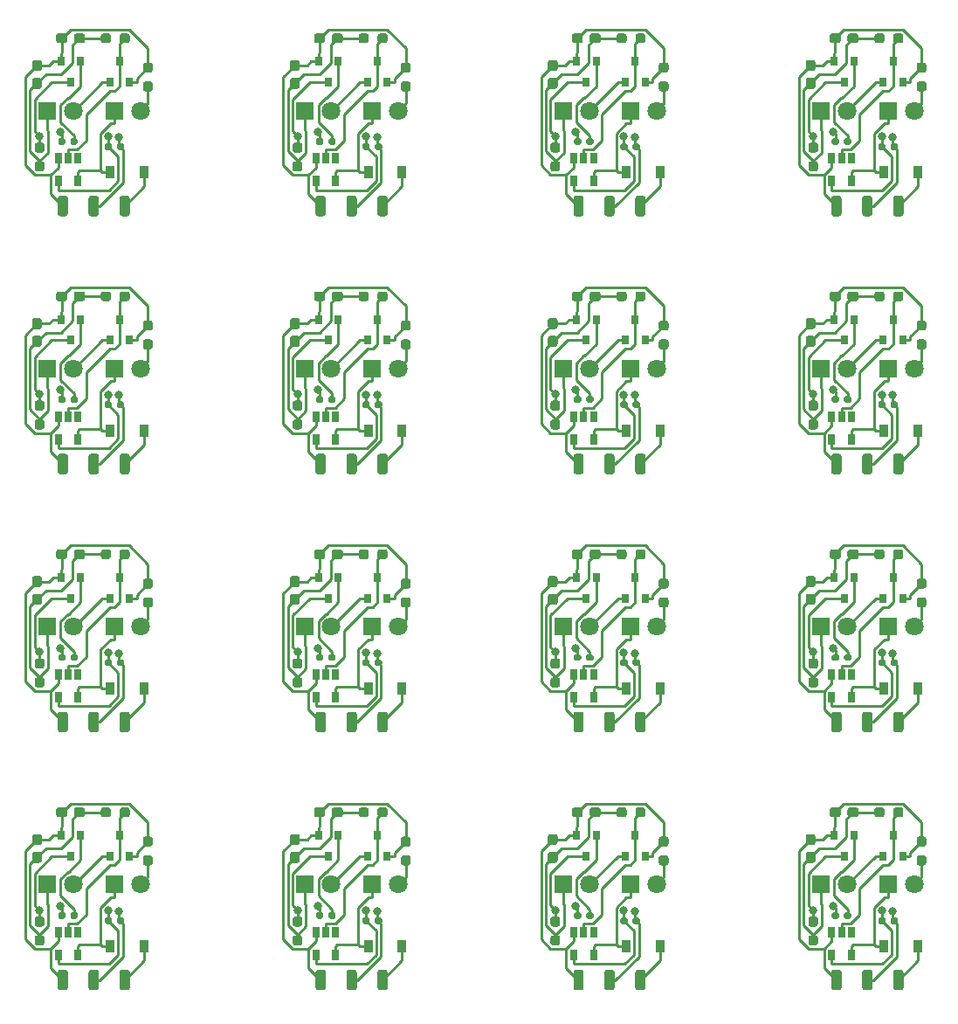
<source format=gbr>
%TF.GenerationSoftware,KiCad,Pcbnew,(5.1.9)-1*%
%TF.CreationDate,2021-10-29T14:51:52+02:00*%
%TF.ProjectId,Smartmeter_IR_ReaderOnly_V12_multi,536d6172-746d-4657-9465-725f49525f52,rev?*%
%TF.SameCoordinates,Original*%
%TF.FileFunction,Copper,L1,Top*%
%TF.FilePolarity,Positive*%
%FSLAX46Y46*%
G04 Gerber Fmt 4.6, Leading zero omitted, Abs format (unit mm)*
G04 Created by KiCad (PCBNEW (5.1.9)-1) date 2021-10-29 14:51:52*
%MOMM*%
%LPD*%
G01*
G04 APERTURE LIST*
%TA.AperFunction,SMDPad,CuDef*%
%ADD10R,0.800000X0.900000*%
%TD*%
%TA.AperFunction,SMDPad,CuDef*%
%ADD11R,0.650000X1.060000*%
%TD*%
%TA.AperFunction,SMDPad,CuDef*%
%ADD12R,0.900000X1.200000*%
%TD*%
%TA.AperFunction,ComponentPad*%
%ADD13R,1.800000X1.800000*%
%TD*%
%TA.AperFunction,ComponentPad*%
%ADD14C,1.800000*%
%TD*%
%TA.AperFunction,ViaPad*%
%ADD15C,0.800000*%
%TD*%
%TA.AperFunction,Conductor*%
%ADD16C,0.250000*%
%TD*%
G04 APERTURE END LIST*
%TO.P,H3,1*%
%TO.N,GND*%
%TA.AperFunction,SMDPad,CuDef*%
G36*
G01*
X91500000Y-140000000D02*
X91500000Y-138500000D01*
G75*
G02*
X91750000Y-138250000I250000J0D01*
G01*
X92250000Y-138250000D01*
G75*
G02*
X92500000Y-138500000I0J-250000D01*
G01*
X92500000Y-140000000D01*
G75*
G02*
X92250000Y-140250000I-250000J0D01*
G01*
X91750000Y-140250000D01*
G75*
G02*
X91500000Y-140000000I0J250000D01*
G01*
G37*
%TD.AperFunction*%
%TD*%
%TO.P,H1,1*%
%TO.N,Net-(D1-Pad2)*%
%TA.AperFunction,SMDPad,CuDef*%
G36*
G01*
X147500000Y-140000000D02*
X147500000Y-138500000D01*
G75*
G02*
X147750000Y-138250000I250000J0D01*
G01*
X148250000Y-138250000D01*
G75*
G02*
X148500000Y-138500000I0J-250000D01*
G01*
X148500000Y-140000000D01*
G75*
G02*
X148250000Y-140250000I-250000J0D01*
G01*
X147750000Y-140250000D01*
G75*
G02*
X147500000Y-140000000I0J250000D01*
G01*
G37*
%TD.AperFunction*%
%TD*%
D10*
%TO.P,Q4,3*%
%TO.N,Net-(H2-Pad1)*%
X142750000Y-127250000D03*
%TO.P,Q4,2*%
%TO.N,GND*%
X141800000Y-125250000D03*
%TO.P,Q4,1*%
%TO.N,Net-(Q4-Pad1)*%
X143700000Y-125250000D03*
%TD*%
%TO.P,R4,2*%
%TO.N,Net-(IC1-Pad4)*%
%TA.AperFunction,SMDPad,CuDef*%
G36*
G01*
X142260000Y-132840000D02*
X142260000Y-133160000D01*
G75*
G02*
X142100000Y-133320000I-160000J0D01*
G01*
X141705000Y-133320000D01*
G75*
G02*
X141545000Y-133160000I0J160000D01*
G01*
X141545000Y-132840000D01*
G75*
G02*
X141705000Y-132680000I160000J0D01*
G01*
X142100000Y-132680000D01*
G75*
G02*
X142260000Y-132840000I0J-160000D01*
G01*
G37*
%TD.AperFunction*%
%TO.P,R4,1*%
%TO.N,Net-(Q4-Pad1)*%
%TA.AperFunction,SMDPad,CuDef*%
G36*
G01*
X143455000Y-132840000D02*
X143455000Y-133160000D01*
G75*
G02*
X143295000Y-133320000I-160000J0D01*
G01*
X142900000Y-133320000D01*
G75*
G02*
X142740000Y-133160000I0J160000D01*
G01*
X142740000Y-132840000D01*
G75*
G02*
X142900000Y-132680000I160000J0D01*
G01*
X143295000Y-132680000D01*
G75*
G02*
X143455000Y-132840000I0J-160000D01*
G01*
G37*
%TD.AperFunction*%
%TD*%
%TO.P,R5,2*%
%TO.N,Net-(H2-Pad1)*%
%TA.AperFunction,SMDPad,CuDef*%
G36*
G01*
X139987500Y-134075000D02*
X139512500Y-134075000D01*
G75*
G02*
X139275000Y-133837500I0J237500D01*
G01*
X139275000Y-133337500D01*
G75*
G02*
X139512500Y-133100000I237500J0D01*
G01*
X139987500Y-133100000D01*
G75*
G02*
X140225000Y-133337500I0J-237500D01*
G01*
X140225000Y-133837500D01*
G75*
G02*
X139987500Y-134075000I-237500J0D01*
G01*
G37*
%TD.AperFunction*%
%TO.P,R5,1*%
%TO.N,+3V3*%
%TA.AperFunction,SMDPad,CuDef*%
G36*
G01*
X139987500Y-135900000D02*
X139512500Y-135900000D01*
G75*
G02*
X139275000Y-135662500I0J237500D01*
G01*
X139275000Y-135162500D01*
G75*
G02*
X139512500Y-134925000I237500J0D01*
G01*
X139987500Y-134925000D01*
G75*
G02*
X140225000Y-135162500I0J-237500D01*
G01*
X140225000Y-135662500D01*
G75*
G02*
X139987500Y-135900000I-237500J0D01*
G01*
G37*
%TD.AperFunction*%
%TD*%
%TO.P,Q3,3*%
%TO.N,Net-(IC1-Pad2)*%
X147500000Y-125250000D03*
%TO.P,Q3,2*%
%TO.N,GND*%
X148450000Y-127250000D03*
%TO.P,Q3,1*%
%TO.N,Net-(Q1-Pad2)*%
X146550000Y-127250000D03*
%TD*%
D11*
%TO.P,IC1,5*%
%TO.N,+3V3*%
X93450000Y-136850000D03*
%TO.P,IC1,4*%
%TO.N,Net-(IC1-Pad4)*%
X91550000Y-136850000D03*
%TO.P,IC1,3*%
%TO.N,GND*%
X91550000Y-134650000D03*
%TO.P,IC1,2*%
%TO.N,Net-(IC1-Pad2)*%
X92500000Y-134650000D03*
%TO.P,IC1,1*%
%TO.N,Net-(IC1-Pad1)*%
X93450000Y-134650000D03*
%TD*%
D12*
%TO.P,D1,2*%
%TO.N,Net-(D1-Pad2)*%
X99900000Y-136000000D03*
%TO.P,D1,1*%
%TO.N,+3V3*%
X96600000Y-136000000D03*
%TD*%
%TO.P,R3,2*%
%TO.N,Net-(IC1-Pad4)*%
%TA.AperFunction,SMDPad,CuDef*%
G36*
G01*
X146760000Y-133340000D02*
X146760000Y-133660000D01*
G75*
G02*
X146600000Y-133820000I-160000J0D01*
G01*
X146205000Y-133820000D01*
G75*
G02*
X146045000Y-133660000I0J160000D01*
G01*
X146045000Y-133340000D01*
G75*
G02*
X146205000Y-133180000I160000J0D01*
G01*
X146600000Y-133180000D01*
G75*
G02*
X146760000Y-133340000I0J-160000D01*
G01*
G37*
%TD.AperFunction*%
%TO.P,R3,1*%
%TO.N,Net-(H2-Pad1)*%
%TA.AperFunction,SMDPad,CuDef*%
G36*
G01*
X147955000Y-133340000D02*
X147955000Y-133660000D01*
G75*
G02*
X147795000Y-133820000I-160000J0D01*
G01*
X147400000Y-133820000D01*
G75*
G02*
X147240000Y-133660000I0J160000D01*
G01*
X147240000Y-133340000D01*
G75*
G02*
X147400000Y-133180000I160000J0D01*
G01*
X147795000Y-133180000D01*
G75*
G02*
X147955000Y-133340000I0J-160000D01*
G01*
G37*
%TD.AperFunction*%
%TD*%
%TO.P,H1,1*%
%TO.N,Net-(D1-Pad2)*%
%TA.AperFunction,SMDPad,CuDef*%
G36*
G01*
X72500000Y-140000000D02*
X72500000Y-138500000D01*
G75*
G02*
X72750000Y-138250000I250000J0D01*
G01*
X73250000Y-138250000D01*
G75*
G02*
X73500000Y-138500000I0J-250000D01*
G01*
X73500000Y-140000000D01*
G75*
G02*
X73250000Y-140250000I-250000J0D01*
G01*
X72750000Y-140250000D01*
G75*
G02*
X72500000Y-140000000I0J250000D01*
G01*
G37*
%TD.AperFunction*%
%TD*%
D13*
%TO.P,Q2,1*%
%TO.N,+3V3*%
X72000000Y-130000000D03*
D14*
%TO.P,Q2,2*%
%TO.N,Net-(Q1-Pad2)*%
X74540000Y-130000000D03*
%TD*%
D10*
%TO.P,Q3,3*%
%TO.N,Net-(IC1-Pad2)*%
X97500000Y-125250000D03*
%TO.P,Q3,2*%
%TO.N,GND*%
X98450000Y-127250000D03*
%TO.P,Q3,1*%
%TO.N,Net-(Q1-Pad2)*%
X96550000Y-127250000D03*
%TD*%
D14*
%TO.P,Q1,2*%
%TO.N,Net-(Q1-Pad2)*%
X93040000Y-130000000D03*
D13*
%TO.P,Q1,1*%
%TO.N,+3V3*%
X90500000Y-130000000D03*
%TD*%
%TO.P,H2,1*%
%TO.N,Net-(H2-Pad1)*%
%TA.AperFunction,SMDPad,CuDef*%
G36*
G01*
X94500000Y-140000000D02*
X94500000Y-138500000D01*
G75*
G02*
X94750000Y-138250000I250000J0D01*
G01*
X95250000Y-138250000D01*
G75*
G02*
X95500000Y-138500000I0J-250000D01*
G01*
X95500000Y-140000000D01*
G75*
G02*
X95250000Y-140250000I-250000J0D01*
G01*
X94750000Y-140250000D01*
G75*
G02*
X94500000Y-140000000I0J250000D01*
G01*
G37*
%TD.AperFunction*%
%TD*%
%TO.P,C2,1*%
%TO.N,+3V3*%
%TA.AperFunction,SMDPad,CuDef*%
G36*
G01*
X64737500Y-127900000D02*
X64262500Y-127900000D01*
G75*
G02*
X64025000Y-127662500I0J237500D01*
G01*
X64025000Y-127062500D01*
G75*
G02*
X64262500Y-126825000I237500J0D01*
G01*
X64737500Y-126825000D01*
G75*
G02*
X64975000Y-127062500I0J-237500D01*
G01*
X64975000Y-127662500D01*
G75*
G02*
X64737500Y-127900000I-237500J0D01*
G01*
G37*
%TD.AperFunction*%
%TO.P,C2,2*%
%TO.N,GND*%
%TA.AperFunction,SMDPad,CuDef*%
G36*
G01*
X64737500Y-126175000D02*
X64262500Y-126175000D01*
G75*
G02*
X64025000Y-125937500I0J237500D01*
G01*
X64025000Y-125337500D01*
G75*
G02*
X64262500Y-125100000I237500J0D01*
G01*
X64737500Y-125100000D01*
G75*
G02*
X64975000Y-125337500I0J-237500D01*
G01*
X64975000Y-125937500D01*
G75*
G02*
X64737500Y-126175000I-237500J0D01*
G01*
G37*
%TD.AperFunction*%
%TD*%
%TO.P,C1,2*%
%TO.N,GND*%
%TA.AperFunction,SMDPad,CuDef*%
G36*
G01*
X92425000Y-122762500D02*
X92425000Y-123237500D01*
G75*
G02*
X92187500Y-123475000I-237500J0D01*
G01*
X91587500Y-123475000D01*
G75*
G02*
X91350000Y-123237500I0J237500D01*
G01*
X91350000Y-122762500D01*
G75*
G02*
X91587500Y-122525000I237500J0D01*
G01*
X92187500Y-122525000D01*
G75*
G02*
X92425000Y-122762500I0J-237500D01*
G01*
G37*
%TD.AperFunction*%
%TO.P,C1,1*%
%TO.N,+3V3*%
%TA.AperFunction,SMDPad,CuDef*%
G36*
G01*
X94150000Y-122762500D02*
X94150000Y-123237500D01*
G75*
G02*
X93912500Y-123475000I-237500J0D01*
G01*
X93312500Y-123475000D01*
G75*
G02*
X93075000Y-123237500I0J237500D01*
G01*
X93075000Y-122762500D01*
G75*
G02*
X93312500Y-122525000I237500J0D01*
G01*
X93912500Y-122525000D01*
G75*
G02*
X94150000Y-122762500I0J-237500D01*
G01*
G37*
%TD.AperFunction*%
%TD*%
D11*
%TO.P,IC1,5*%
%TO.N,+3V3*%
X143450000Y-136850000D03*
%TO.P,IC1,4*%
%TO.N,Net-(IC1-Pad4)*%
X141550000Y-136850000D03*
%TO.P,IC1,3*%
%TO.N,GND*%
X141550000Y-134650000D03*
%TO.P,IC1,2*%
%TO.N,Net-(IC1-Pad2)*%
X142500000Y-134650000D03*
%TO.P,IC1,1*%
%TO.N,Net-(IC1-Pad1)*%
X143450000Y-134650000D03*
%TD*%
D14*
%TO.P,Q1,2*%
%TO.N,Net-(Q1-Pad2)*%
X143040000Y-130000000D03*
D13*
%TO.P,Q1,1*%
%TO.N,+3V3*%
X140500000Y-130000000D03*
%TD*%
%TO.P,H2,1*%
%TO.N,Net-(H2-Pad1)*%
%TA.AperFunction,SMDPad,CuDef*%
G36*
G01*
X69500000Y-140000000D02*
X69500000Y-138500000D01*
G75*
G02*
X69750000Y-138250000I250000J0D01*
G01*
X70250000Y-138250000D01*
G75*
G02*
X70500000Y-138500000I0J-250000D01*
G01*
X70500000Y-140000000D01*
G75*
G02*
X70250000Y-140250000I-250000J0D01*
G01*
X69750000Y-140250000D01*
G75*
G02*
X69500000Y-140000000I0J250000D01*
G01*
G37*
%TD.AperFunction*%
%TD*%
D12*
%TO.P,D1,1*%
%TO.N,+3V3*%
X71600000Y-136000000D03*
%TO.P,D1,2*%
%TO.N,Net-(D1-Pad2)*%
X74900000Y-136000000D03*
%TD*%
%TO.P,H3,1*%
%TO.N,GND*%
%TA.AperFunction,SMDPad,CuDef*%
G36*
G01*
X66500000Y-140000000D02*
X66500000Y-138500000D01*
G75*
G02*
X66750000Y-138250000I250000J0D01*
G01*
X67250000Y-138250000D01*
G75*
G02*
X67500000Y-138500000I0J-250000D01*
G01*
X67500000Y-140000000D01*
G75*
G02*
X67250000Y-140250000I-250000J0D01*
G01*
X66750000Y-140250000D01*
G75*
G02*
X66500000Y-140000000I0J250000D01*
G01*
G37*
%TD.AperFunction*%
%TD*%
D11*
%TO.P,IC1,1*%
%TO.N,Net-(IC1-Pad1)*%
X68450000Y-134650000D03*
%TO.P,IC1,2*%
%TO.N,Net-(IC1-Pad2)*%
X67500000Y-134650000D03*
%TO.P,IC1,3*%
%TO.N,GND*%
X66550000Y-134650000D03*
%TO.P,IC1,4*%
%TO.N,Net-(IC1-Pad4)*%
X66550000Y-136850000D03*
%TO.P,IC1,5*%
%TO.N,+3V3*%
X68450000Y-136850000D03*
%TD*%
%TO.P,C1,1*%
%TO.N,+3V3*%
%TA.AperFunction,SMDPad,CuDef*%
G36*
G01*
X69150000Y-122762500D02*
X69150000Y-123237500D01*
G75*
G02*
X68912500Y-123475000I-237500J0D01*
G01*
X68312500Y-123475000D01*
G75*
G02*
X68075000Y-123237500I0J237500D01*
G01*
X68075000Y-122762500D01*
G75*
G02*
X68312500Y-122525000I237500J0D01*
G01*
X68912500Y-122525000D01*
G75*
G02*
X69150000Y-122762500I0J-237500D01*
G01*
G37*
%TD.AperFunction*%
%TO.P,C1,2*%
%TO.N,GND*%
%TA.AperFunction,SMDPad,CuDef*%
G36*
G01*
X67425000Y-122762500D02*
X67425000Y-123237500D01*
G75*
G02*
X67187500Y-123475000I-237500J0D01*
G01*
X66587500Y-123475000D01*
G75*
G02*
X66350000Y-123237500I0J237500D01*
G01*
X66350000Y-122762500D01*
G75*
G02*
X66587500Y-122525000I237500J0D01*
G01*
X67187500Y-122525000D01*
G75*
G02*
X67425000Y-122762500I0J-237500D01*
G01*
G37*
%TD.AperFunction*%
%TD*%
D10*
%TO.P,Q3,1*%
%TO.N,Net-(Q1-Pad2)*%
X71550000Y-127250000D03*
%TO.P,Q3,2*%
%TO.N,GND*%
X73450000Y-127250000D03*
%TO.P,Q3,3*%
%TO.N,Net-(IC1-Pad2)*%
X72500000Y-125250000D03*
%TD*%
D13*
%TO.P,Q1,1*%
%TO.N,+3V3*%
X65500000Y-130000000D03*
D14*
%TO.P,Q1,2*%
%TO.N,Net-(Q1-Pad2)*%
X68040000Y-130000000D03*
%TD*%
%TO.P,H1,1*%
%TO.N,Net-(D1-Pad2)*%
%TA.AperFunction,SMDPad,CuDef*%
G36*
G01*
X122500000Y-140000000D02*
X122500000Y-138500000D01*
G75*
G02*
X122750000Y-138250000I250000J0D01*
G01*
X123250000Y-138250000D01*
G75*
G02*
X123500000Y-138500000I0J-250000D01*
G01*
X123500000Y-140000000D01*
G75*
G02*
X123250000Y-140250000I-250000J0D01*
G01*
X122750000Y-140250000D01*
G75*
G02*
X122500000Y-140000000I0J250000D01*
G01*
G37*
%TD.AperFunction*%
%TD*%
D11*
%TO.P,IC1,1*%
%TO.N,Net-(IC1-Pad1)*%
X118450000Y-134650000D03*
%TO.P,IC1,2*%
%TO.N,Net-(IC1-Pad2)*%
X117500000Y-134650000D03*
%TO.P,IC1,3*%
%TO.N,GND*%
X116550000Y-134650000D03*
%TO.P,IC1,4*%
%TO.N,Net-(IC1-Pad4)*%
X116550000Y-136850000D03*
%TO.P,IC1,5*%
%TO.N,+3V3*%
X118450000Y-136850000D03*
%TD*%
%TO.P,R2,1*%
%TO.N,+3V3*%
%TA.AperFunction,SMDPad,CuDef*%
G36*
G01*
X120687500Y-123237500D02*
X120687500Y-122762500D01*
G75*
G02*
X120925000Y-122525000I237500J0D01*
G01*
X121425000Y-122525000D01*
G75*
G02*
X121662500Y-122762500I0J-237500D01*
G01*
X121662500Y-123237500D01*
G75*
G02*
X121425000Y-123475000I-237500J0D01*
G01*
X120925000Y-123475000D01*
G75*
G02*
X120687500Y-123237500I0J237500D01*
G01*
G37*
%TD.AperFunction*%
%TO.P,R2,2*%
%TO.N,Net-(IC1-Pad2)*%
%TA.AperFunction,SMDPad,CuDef*%
G36*
G01*
X122512500Y-123237500D02*
X122512500Y-122762500D01*
G75*
G02*
X122750000Y-122525000I237500J0D01*
G01*
X123250000Y-122525000D01*
G75*
G02*
X123487500Y-122762500I0J-237500D01*
G01*
X123487500Y-123237500D01*
G75*
G02*
X123250000Y-123475000I-237500J0D01*
G01*
X122750000Y-123475000D01*
G75*
G02*
X122512500Y-123237500I0J237500D01*
G01*
G37*
%TD.AperFunction*%
%TD*%
%TO.P,C2,1*%
%TO.N,+3V3*%
%TA.AperFunction,SMDPad,CuDef*%
G36*
G01*
X114737500Y-127900000D02*
X114262500Y-127900000D01*
G75*
G02*
X114025000Y-127662500I0J237500D01*
G01*
X114025000Y-127062500D01*
G75*
G02*
X114262500Y-126825000I237500J0D01*
G01*
X114737500Y-126825000D01*
G75*
G02*
X114975000Y-127062500I0J-237500D01*
G01*
X114975000Y-127662500D01*
G75*
G02*
X114737500Y-127900000I-237500J0D01*
G01*
G37*
%TD.AperFunction*%
%TO.P,C2,2*%
%TO.N,GND*%
%TA.AperFunction,SMDPad,CuDef*%
G36*
G01*
X114737500Y-126175000D02*
X114262500Y-126175000D01*
G75*
G02*
X114025000Y-125937500I0J237500D01*
G01*
X114025000Y-125337500D01*
G75*
G02*
X114262500Y-125100000I237500J0D01*
G01*
X114737500Y-125100000D01*
G75*
G02*
X114975000Y-125337500I0J-237500D01*
G01*
X114975000Y-125937500D01*
G75*
G02*
X114737500Y-126175000I-237500J0D01*
G01*
G37*
%TD.AperFunction*%
%TD*%
%TO.P,H2,1*%
%TO.N,Net-(H2-Pad1)*%
%TA.AperFunction,SMDPad,CuDef*%
G36*
G01*
X119500000Y-140000000D02*
X119500000Y-138500000D01*
G75*
G02*
X119750000Y-138250000I250000J0D01*
G01*
X120250000Y-138250000D01*
G75*
G02*
X120500000Y-138500000I0J-250000D01*
G01*
X120500000Y-140000000D01*
G75*
G02*
X120250000Y-140250000I-250000J0D01*
G01*
X119750000Y-140250000D01*
G75*
G02*
X119500000Y-140000000I0J250000D01*
G01*
G37*
%TD.AperFunction*%
%TD*%
D13*
%TO.P,Q2,1*%
%TO.N,+3V3*%
X122000000Y-130000000D03*
D14*
%TO.P,Q2,2*%
%TO.N,Net-(Q1-Pad2)*%
X124540000Y-130000000D03*
%TD*%
D10*
%TO.P,Q4,1*%
%TO.N,Net-(Q4-Pad1)*%
X118700000Y-125250000D03*
%TO.P,Q4,2*%
%TO.N,GND*%
X116800000Y-125250000D03*
%TO.P,Q4,3*%
%TO.N,Net-(H2-Pad1)*%
X117750000Y-127250000D03*
%TD*%
%TO.P,R2,2*%
%TO.N,Net-(IC1-Pad2)*%
%TA.AperFunction,SMDPad,CuDef*%
G36*
G01*
X147512500Y-123237500D02*
X147512500Y-122762500D01*
G75*
G02*
X147750000Y-122525000I237500J0D01*
G01*
X148250000Y-122525000D01*
G75*
G02*
X148487500Y-122762500I0J-237500D01*
G01*
X148487500Y-123237500D01*
G75*
G02*
X148250000Y-123475000I-237500J0D01*
G01*
X147750000Y-123475000D01*
G75*
G02*
X147512500Y-123237500I0J237500D01*
G01*
G37*
%TD.AperFunction*%
%TO.P,R2,1*%
%TO.N,+3V3*%
%TA.AperFunction,SMDPad,CuDef*%
G36*
G01*
X145687500Y-123237500D02*
X145687500Y-122762500D01*
G75*
G02*
X145925000Y-122525000I237500J0D01*
G01*
X146425000Y-122525000D01*
G75*
G02*
X146662500Y-122762500I0J-237500D01*
G01*
X146662500Y-123237500D01*
G75*
G02*
X146425000Y-123475000I-237500J0D01*
G01*
X145925000Y-123475000D01*
G75*
G02*
X145687500Y-123237500I0J237500D01*
G01*
G37*
%TD.AperFunction*%
%TD*%
%TO.P,R3,1*%
%TO.N,Net-(H2-Pad1)*%
%TA.AperFunction,SMDPad,CuDef*%
G36*
G01*
X122955000Y-133340000D02*
X122955000Y-133660000D01*
G75*
G02*
X122795000Y-133820000I-160000J0D01*
G01*
X122400000Y-133820000D01*
G75*
G02*
X122240000Y-133660000I0J160000D01*
G01*
X122240000Y-133340000D01*
G75*
G02*
X122400000Y-133180000I160000J0D01*
G01*
X122795000Y-133180000D01*
G75*
G02*
X122955000Y-133340000I0J-160000D01*
G01*
G37*
%TD.AperFunction*%
%TO.P,R3,2*%
%TO.N,Net-(IC1-Pad4)*%
%TA.AperFunction,SMDPad,CuDef*%
G36*
G01*
X121760000Y-133340000D02*
X121760000Y-133660000D01*
G75*
G02*
X121600000Y-133820000I-160000J0D01*
G01*
X121205000Y-133820000D01*
G75*
G02*
X121045000Y-133660000I0J160000D01*
G01*
X121045000Y-133340000D01*
G75*
G02*
X121205000Y-133180000I160000J0D01*
G01*
X121600000Y-133180000D01*
G75*
G02*
X121760000Y-133340000I0J-160000D01*
G01*
G37*
%TD.AperFunction*%
%TD*%
%TO.P,R1,1*%
%TO.N,Net-(Q1-Pad2)*%
%TA.AperFunction,SMDPad,CuDef*%
G36*
G01*
X75487500Y-128150000D02*
X75012500Y-128150000D01*
G75*
G02*
X74775000Y-127912500I0J237500D01*
G01*
X74775000Y-127412500D01*
G75*
G02*
X75012500Y-127175000I237500J0D01*
G01*
X75487500Y-127175000D01*
G75*
G02*
X75725000Y-127412500I0J-237500D01*
G01*
X75725000Y-127912500D01*
G75*
G02*
X75487500Y-128150000I-237500J0D01*
G01*
G37*
%TD.AperFunction*%
%TO.P,R1,2*%
%TO.N,GND*%
%TA.AperFunction,SMDPad,CuDef*%
G36*
G01*
X75487500Y-126325000D02*
X75012500Y-126325000D01*
G75*
G02*
X74775000Y-126087500I0J237500D01*
G01*
X74775000Y-125587500D01*
G75*
G02*
X75012500Y-125350000I237500J0D01*
G01*
X75487500Y-125350000D01*
G75*
G02*
X75725000Y-125587500I0J-237500D01*
G01*
X75725000Y-126087500D01*
G75*
G02*
X75487500Y-126325000I-237500J0D01*
G01*
G37*
%TD.AperFunction*%
%TD*%
%TO.P,R4,1*%
%TO.N,Net-(Q4-Pad1)*%
%TA.AperFunction,SMDPad,CuDef*%
G36*
G01*
X68455000Y-132840000D02*
X68455000Y-133160000D01*
G75*
G02*
X68295000Y-133320000I-160000J0D01*
G01*
X67900000Y-133320000D01*
G75*
G02*
X67740000Y-133160000I0J160000D01*
G01*
X67740000Y-132840000D01*
G75*
G02*
X67900000Y-132680000I160000J0D01*
G01*
X68295000Y-132680000D01*
G75*
G02*
X68455000Y-132840000I0J-160000D01*
G01*
G37*
%TD.AperFunction*%
%TO.P,R4,2*%
%TO.N,Net-(IC1-Pad4)*%
%TA.AperFunction,SMDPad,CuDef*%
G36*
G01*
X67260000Y-132840000D02*
X67260000Y-133160000D01*
G75*
G02*
X67100000Y-133320000I-160000J0D01*
G01*
X66705000Y-133320000D01*
G75*
G02*
X66545000Y-133160000I0J160000D01*
G01*
X66545000Y-132840000D01*
G75*
G02*
X66705000Y-132680000I160000J0D01*
G01*
X67100000Y-132680000D01*
G75*
G02*
X67260000Y-132840000I0J-160000D01*
G01*
G37*
%TD.AperFunction*%
%TD*%
%TO.P,R5,1*%
%TO.N,+3V3*%
%TA.AperFunction,SMDPad,CuDef*%
G36*
G01*
X114987500Y-135900000D02*
X114512500Y-135900000D01*
G75*
G02*
X114275000Y-135662500I0J237500D01*
G01*
X114275000Y-135162500D01*
G75*
G02*
X114512500Y-134925000I237500J0D01*
G01*
X114987500Y-134925000D01*
G75*
G02*
X115225000Y-135162500I0J-237500D01*
G01*
X115225000Y-135662500D01*
G75*
G02*
X114987500Y-135900000I-237500J0D01*
G01*
G37*
%TD.AperFunction*%
%TO.P,R5,2*%
%TO.N,Net-(H2-Pad1)*%
%TA.AperFunction,SMDPad,CuDef*%
G36*
G01*
X114987500Y-134075000D02*
X114512500Y-134075000D01*
G75*
G02*
X114275000Y-133837500I0J237500D01*
G01*
X114275000Y-133337500D01*
G75*
G02*
X114512500Y-133100000I237500J0D01*
G01*
X114987500Y-133100000D01*
G75*
G02*
X115225000Y-133337500I0J-237500D01*
G01*
X115225000Y-133837500D01*
G75*
G02*
X114987500Y-134075000I-237500J0D01*
G01*
G37*
%TD.AperFunction*%
%TD*%
%TO.P,C1,2*%
%TO.N,GND*%
%TA.AperFunction,SMDPad,CuDef*%
G36*
G01*
X142425000Y-122762500D02*
X142425000Y-123237500D01*
G75*
G02*
X142187500Y-123475000I-237500J0D01*
G01*
X141587500Y-123475000D01*
G75*
G02*
X141350000Y-123237500I0J237500D01*
G01*
X141350000Y-122762500D01*
G75*
G02*
X141587500Y-122525000I237500J0D01*
G01*
X142187500Y-122525000D01*
G75*
G02*
X142425000Y-122762500I0J-237500D01*
G01*
G37*
%TD.AperFunction*%
%TO.P,C1,1*%
%TO.N,+3V3*%
%TA.AperFunction,SMDPad,CuDef*%
G36*
G01*
X144150000Y-122762500D02*
X144150000Y-123237500D01*
G75*
G02*
X143912500Y-123475000I-237500J0D01*
G01*
X143312500Y-123475000D01*
G75*
G02*
X143075000Y-123237500I0J237500D01*
G01*
X143075000Y-122762500D01*
G75*
G02*
X143312500Y-122525000I237500J0D01*
G01*
X143912500Y-122525000D01*
G75*
G02*
X144150000Y-122762500I0J-237500D01*
G01*
G37*
%TD.AperFunction*%
%TD*%
%TO.P,Q4,3*%
%TO.N,Net-(H2-Pad1)*%
X92750000Y-127250000D03*
%TO.P,Q4,2*%
%TO.N,GND*%
X91800000Y-125250000D03*
%TO.P,Q4,1*%
%TO.N,Net-(Q4-Pad1)*%
X93700000Y-125250000D03*
%TD*%
D12*
%TO.P,D1,1*%
%TO.N,+3V3*%
X121600000Y-136000000D03*
%TO.P,D1,2*%
%TO.N,Net-(D1-Pad2)*%
X124900000Y-136000000D03*
%TD*%
%TO.P,R1,2*%
%TO.N,GND*%
%TA.AperFunction,SMDPad,CuDef*%
G36*
G01*
X150487500Y-126325000D02*
X150012500Y-126325000D01*
G75*
G02*
X149775000Y-126087500I0J237500D01*
G01*
X149775000Y-125587500D01*
G75*
G02*
X150012500Y-125350000I237500J0D01*
G01*
X150487500Y-125350000D01*
G75*
G02*
X150725000Y-125587500I0J-237500D01*
G01*
X150725000Y-126087500D01*
G75*
G02*
X150487500Y-126325000I-237500J0D01*
G01*
G37*
%TD.AperFunction*%
%TO.P,R1,1*%
%TO.N,Net-(Q1-Pad2)*%
%TA.AperFunction,SMDPad,CuDef*%
G36*
G01*
X150487500Y-128150000D02*
X150012500Y-128150000D01*
G75*
G02*
X149775000Y-127912500I0J237500D01*
G01*
X149775000Y-127412500D01*
G75*
G02*
X150012500Y-127175000I237500J0D01*
G01*
X150487500Y-127175000D01*
G75*
G02*
X150725000Y-127412500I0J-237500D01*
G01*
X150725000Y-127912500D01*
G75*
G02*
X150487500Y-128150000I-237500J0D01*
G01*
G37*
%TD.AperFunction*%
%TD*%
%TO.P,H2,1*%
%TO.N,Net-(H2-Pad1)*%
%TA.AperFunction,SMDPad,CuDef*%
G36*
G01*
X144500000Y-140000000D02*
X144500000Y-138500000D01*
G75*
G02*
X144750000Y-138250000I250000J0D01*
G01*
X145250000Y-138250000D01*
G75*
G02*
X145500000Y-138500000I0J-250000D01*
G01*
X145500000Y-140000000D01*
G75*
G02*
X145250000Y-140250000I-250000J0D01*
G01*
X144750000Y-140250000D01*
G75*
G02*
X144500000Y-140000000I0J250000D01*
G01*
G37*
%TD.AperFunction*%
%TD*%
%TO.P,R1,2*%
%TO.N,GND*%
%TA.AperFunction,SMDPad,CuDef*%
G36*
G01*
X100487500Y-126325000D02*
X100012500Y-126325000D01*
G75*
G02*
X99775000Y-126087500I0J237500D01*
G01*
X99775000Y-125587500D01*
G75*
G02*
X100012500Y-125350000I237500J0D01*
G01*
X100487500Y-125350000D01*
G75*
G02*
X100725000Y-125587500I0J-237500D01*
G01*
X100725000Y-126087500D01*
G75*
G02*
X100487500Y-126325000I-237500J0D01*
G01*
G37*
%TD.AperFunction*%
%TO.P,R1,1*%
%TO.N,Net-(Q1-Pad2)*%
%TA.AperFunction,SMDPad,CuDef*%
G36*
G01*
X100487500Y-128150000D02*
X100012500Y-128150000D01*
G75*
G02*
X99775000Y-127912500I0J237500D01*
G01*
X99775000Y-127412500D01*
G75*
G02*
X100012500Y-127175000I237500J0D01*
G01*
X100487500Y-127175000D01*
G75*
G02*
X100725000Y-127412500I0J-237500D01*
G01*
X100725000Y-127912500D01*
G75*
G02*
X100487500Y-128150000I-237500J0D01*
G01*
G37*
%TD.AperFunction*%
%TD*%
%TO.P,H1,1*%
%TO.N,Net-(D1-Pad2)*%
%TA.AperFunction,SMDPad,CuDef*%
G36*
G01*
X97500000Y-140000000D02*
X97500000Y-138500000D01*
G75*
G02*
X97750000Y-138250000I250000J0D01*
G01*
X98250000Y-138250000D01*
G75*
G02*
X98500000Y-138500000I0J-250000D01*
G01*
X98500000Y-140000000D01*
G75*
G02*
X98250000Y-140250000I-250000J0D01*
G01*
X97750000Y-140250000D01*
G75*
G02*
X97500000Y-140000000I0J250000D01*
G01*
G37*
%TD.AperFunction*%
%TD*%
%TO.P,H3,1*%
%TO.N,GND*%
%TA.AperFunction,SMDPad,CuDef*%
G36*
G01*
X141500000Y-140000000D02*
X141500000Y-138500000D01*
G75*
G02*
X141750000Y-138250000I250000J0D01*
G01*
X142250000Y-138250000D01*
G75*
G02*
X142500000Y-138500000I0J-250000D01*
G01*
X142500000Y-140000000D01*
G75*
G02*
X142250000Y-140250000I-250000J0D01*
G01*
X141750000Y-140250000D01*
G75*
G02*
X141500000Y-140000000I0J250000D01*
G01*
G37*
%TD.AperFunction*%
%TD*%
%TO.P,C2,2*%
%TO.N,GND*%
%TA.AperFunction,SMDPad,CuDef*%
G36*
G01*
X139737500Y-126175000D02*
X139262500Y-126175000D01*
G75*
G02*
X139025000Y-125937500I0J237500D01*
G01*
X139025000Y-125337500D01*
G75*
G02*
X139262500Y-125100000I237500J0D01*
G01*
X139737500Y-125100000D01*
G75*
G02*
X139975000Y-125337500I0J-237500D01*
G01*
X139975000Y-125937500D01*
G75*
G02*
X139737500Y-126175000I-237500J0D01*
G01*
G37*
%TD.AperFunction*%
%TO.P,C2,1*%
%TO.N,+3V3*%
%TA.AperFunction,SMDPad,CuDef*%
G36*
G01*
X139737500Y-127900000D02*
X139262500Y-127900000D01*
G75*
G02*
X139025000Y-127662500I0J237500D01*
G01*
X139025000Y-127062500D01*
G75*
G02*
X139262500Y-126825000I237500J0D01*
G01*
X139737500Y-126825000D01*
G75*
G02*
X139975000Y-127062500I0J-237500D01*
G01*
X139975000Y-127662500D01*
G75*
G02*
X139737500Y-127900000I-237500J0D01*
G01*
G37*
%TD.AperFunction*%
%TD*%
%TO.P,R4,2*%
%TO.N,Net-(IC1-Pad4)*%
%TA.AperFunction,SMDPad,CuDef*%
G36*
G01*
X92260000Y-132840000D02*
X92260000Y-133160000D01*
G75*
G02*
X92100000Y-133320000I-160000J0D01*
G01*
X91705000Y-133320000D01*
G75*
G02*
X91545000Y-133160000I0J160000D01*
G01*
X91545000Y-132840000D01*
G75*
G02*
X91705000Y-132680000I160000J0D01*
G01*
X92100000Y-132680000D01*
G75*
G02*
X92260000Y-132840000I0J-160000D01*
G01*
G37*
%TD.AperFunction*%
%TO.P,R4,1*%
%TO.N,Net-(Q4-Pad1)*%
%TA.AperFunction,SMDPad,CuDef*%
G36*
G01*
X93455000Y-132840000D02*
X93455000Y-133160000D01*
G75*
G02*
X93295000Y-133320000I-160000J0D01*
G01*
X92900000Y-133320000D01*
G75*
G02*
X92740000Y-133160000I0J160000D01*
G01*
X92740000Y-132840000D01*
G75*
G02*
X92900000Y-132680000I160000J0D01*
G01*
X93295000Y-132680000D01*
G75*
G02*
X93455000Y-132840000I0J-160000D01*
G01*
G37*
%TD.AperFunction*%
%TD*%
D10*
%TO.P,Q4,1*%
%TO.N,Net-(Q4-Pad1)*%
X68700000Y-125250000D03*
%TO.P,Q4,2*%
%TO.N,GND*%
X66800000Y-125250000D03*
%TO.P,Q4,3*%
%TO.N,Net-(H2-Pad1)*%
X67750000Y-127250000D03*
%TD*%
%TO.P,R2,2*%
%TO.N,Net-(IC1-Pad2)*%
%TA.AperFunction,SMDPad,CuDef*%
G36*
G01*
X97512500Y-123237500D02*
X97512500Y-122762500D01*
G75*
G02*
X97750000Y-122525000I237500J0D01*
G01*
X98250000Y-122525000D01*
G75*
G02*
X98487500Y-122762500I0J-237500D01*
G01*
X98487500Y-123237500D01*
G75*
G02*
X98250000Y-123475000I-237500J0D01*
G01*
X97750000Y-123475000D01*
G75*
G02*
X97512500Y-123237500I0J237500D01*
G01*
G37*
%TD.AperFunction*%
%TO.P,R2,1*%
%TO.N,+3V3*%
%TA.AperFunction,SMDPad,CuDef*%
G36*
G01*
X95687500Y-123237500D02*
X95687500Y-122762500D01*
G75*
G02*
X95925000Y-122525000I237500J0D01*
G01*
X96425000Y-122525000D01*
G75*
G02*
X96662500Y-122762500I0J-237500D01*
G01*
X96662500Y-123237500D01*
G75*
G02*
X96425000Y-123475000I-237500J0D01*
G01*
X95925000Y-123475000D01*
G75*
G02*
X95687500Y-123237500I0J237500D01*
G01*
G37*
%TD.AperFunction*%
%TD*%
D12*
%TO.P,D1,2*%
%TO.N,Net-(D1-Pad2)*%
X149900000Y-136000000D03*
%TO.P,D1,1*%
%TO.N,+3V3*%
X146600000Y-136000000D03*
%TD*%
%TO.P,H3,1*%
%TO.N,GND*%
%TA.AperFunction,SMDPad,CuDef*%
G36*
G01*
X116500000Y-140000000D02*
X116500000Y-138500000D01*
G75*
G02*
X116750000Y-138250000I250000J0D01*
G01*
X117250000Y-138250000D01*
G75*
G02*
X117500000Y-138500000I0J-250000D01*
G01*
X117500000Y-140000000D01*
G75*
G02*
X117250000Y-140250000I-250000J0D01*
G01*
X116750000Y-140250000D01*
G75*
G02*
X116500000Y-140000000I0J250000D01*
G01*
G37*
%TD.AperFunction*%
%TD*%
D10*
%TO.P,Q3,1*%
%TO.N,Net-(Q1-Pad2)*%
X121550000Y-127250000D03*
%TO.P,Q3,2*%
%TO.N,GND*%
X123450000Y-127250000D03*
%TO.P,Q3,3*%
%TO.N,Net-(IC1-Pad2)*%
X122500000Y-125250000D03*
%TD*%
%TO.P,R3,1*%
%TO.N,Net-(H2-Pad1)*%
%TA.AperFunction,SMDPad,CuDef*%
G36*
G01*
X72955000Y-133340000D02*
X72955000Y-133660000D01*
G75*
G02*
X72795000Y-133820000I-160000J0D01*
G01*
X72400000Y-133820000D01*
G75*
G02*
X72240000Y-133660000I0J160000D01*
G01*
X72240000Y-133340000D01*
G75*
G02*
X72400000Y-133180000I160000J0D01*
G01*
X72795000Y-133180000D01*
G75*
G02*
X72955000Y-133340000I0J-160000D01*
G01*
G37*
%TD.AperFunction*%
%TO.P,R3,2*%
%TO.N,Net-(IC1-Pad4)*%
%TA.AperFunction,SMDPad,CuDef*%
G36*
G01*
X71760000Y-133340000D02*
X71760000Y-133660000D01*
G75*
G02*
X71600000Y-133820000I-160000J0D01*
G01*
X71205000Y-133820000D01*
G75*
G02*
X71045000Y-133660000I0J160000D01*
G01*
X71045000Y-133340000D01*
G75*
G02*
X71205000Y-133180000I160000J0D01*
G01*
X71600000Y-133180000D01*
G75*
G02*
X71760000Y-133340000I0J-160000D01*
G01*
G37*
%TD.AperFunction*%
%TD*%
%TO.P,R5,2*%
%TO.N,Net-(H2-Pad1)*%
%TA.AperFunction,SMDPad,CuDef*%
G36*
G01*
X89987500Y-134075000D02*
X89512500Y-134075000D01*
G75*
G02*
X89275000Y-133837500I0J237500D01*
G01*
X89275000Y-133337500D01*
G75*
G02*
X89512500Y-133100000I237500J0D01*
G01*
X89987500Y-133100000D01*
G75*
G02*
X90225000Y-133337500I0J-237500D01*
G01*
X90225000Y-133837500D01*
G75*
G02*
X89987500Y-134075000I-237500J0D01*
G01*
G37*
%TD.AperFunction*%
%TO.P,R5,1*%
%TO.N,+3V3*%
%TA.AperFunction,SMDPad,CuDef*%
G36*
G01*
X89987500Y-135900000D02*
X89512500Y-135900000D01*
G75*
G02*
X89275000Y-135662500I0J237500D01*
G01*
X89275000Y-135162500D01*
G75*
G02*
X89512500Y-134925000I237500J0D01*
G01*
X89987500Y-134925000D01*
G75*
G02*
X90225000Y-135162500I0J-237500D01*
G01*
X90225000Y-135662500D01*
G75*
G02*
X89987500Y-135900000I-237500J0D01*
G01*
G37*
%TD.AperFunction*%
%TD*%
%TO.P,R5,1*%
%TO.N,+3V3*%
%TA.AperFunction,SMDPad,CuDef*%
G36*
G01*
X64987500Y-135900000D02*
X64512500Y-135900000D01*
G75*
G02*
X64275000Y-135662500I0J237500D01*
G01*
X64275000Y-135162500D01*
G75*
G02*
X64512500Y-134925000I237500J0D01*
G01*
X64987500Y-134925000D01*
G75*
G02*
X65225000Y-135162500I0J-237500D01*
G01*
X65225000Y-135662500D01*
G75*
G02*
X64987500Y-135900000I-237500J0D01*
G01*
G37*
%TD.AperFunction*%
%TO.P,R5,2*%
%TO.N,Net-(H2-Pad1)*%
%TA.AperFunction,SMDPad,CuDef*%
G36*
G01*
X64987500Y-134075000D02*
X64512500Y-134075000D01*
G75*
G02*
X64275000Y-133837500I0J237500D01*
G01*
X64275000Y-133337500D01*
G75*
G02*
X64512500Y-133100000I237500J0D01*
G01*
X64987500Y-133100000D01*
G75*
G02*
X65225000Y-133337500I0J-237500D01*
G01*
X65225000Y-133837500D01*
G75*
G02*
X64987500Y-134075000I-237500J0D01*
G01*
G37*
%TD.AperFunction*%
%TD*%
%TO.P,R1,1*%
%TO.N,Net-(Q1-Pad2)*%
%TA.AperFunction,SMDPad,CuDef*%
G36*
G01*
X125487500Y-128150000D02*
X125012500Y-128150000D01*
G75*
G02*
X124775000Y-127912500I0J237500D01*
G01*
X124775000Y-127412500D01*
G75*
G02*
X125012500Y-127175000I237500J0D01*
G01*
X125487500Y-127175000D01*
G75*
G02*
X125725000Y-127412500I0J-237500D01*
G01*
X125725000Y-127912500D01*
G75*
G02*
X125487500Y-128150000I-237500J0D01*
G01*
G37*
%TD.AperFunction*%
%TO.P,R1,2*%
%TO.N,GND*%
%TA.AperFunction,SMDPad,CuDef*%
G36*
G01*
X125487500Y-126325000D02*
X125012500Y-126325000D01*
G75*
G02*
X124775000Y-126087500I0J237500D01*
G01*
X124775000Y-125587500D01*
G75*
G02*
X125012500Y-125350000I237500J0D01*
G01*
X125487500Y-125350000D01*
G75*
G02*
X125725000Y-125587500I0J-237500D01*
G01*
X125725000Y-126087500D01*
G75*
G02*
X125487500Y-126325000I-237500J0D01*
G01*
G37*
%TD.AperFunction*%
%TD*%
D14*
%TO.P,Q2,2*%
%TO.N,Net-(Q1-Pad2)*%
X149540000Y-130000000D03*
D13*
%TO.P,Q2,1*%
%TO.N,+3V3*%
X147000000Y-130000000D03*
%TD*%
%TO.P,C1,1*%
%TO.N,+3V3*%
%TA.AperFunction,SMDPad,CuDef*%
G36*
G01*
X119150000Y-122762500D02*
X119150000Y-123237500D01*
G75*
G02*
X118912500Y-123475000I-237500J0D01*
G01*
X118312500Y-123475000D01*
G75*
G02*
X118075000Y-123237500I0J237500D01*
G01*
X118075000Y-122762500D01*
G75*
G02*
X118312500Y-122525000I237500J0D01*
G01*
X118912500Y-122525000D01*
G75*
G02*
X119150000Y-122762500I0J-237500D01*
G01*
G37*
%TD.AperFunction*%
%TO.P,C1,2*%
%TO.N,GND*%
%TA.AperFunction,SMDPad,CuDef*%
G36*
G01*
X117425000Y-122762500D02*
X117425000Y-123237500D01*
G75*
G02*
X117187500Y-123475000I-237500J0D01*
G01*
X116587500Y-123475000D01*
G75*
G02*
X116350000Y-123237500I0J237500D01*
G01*
X116350000Y-122762500D01*
G75*
G02*
X116587500Y-122525000I237500J0D01*
G01*
X117187500Y-122525000D01*
G75*
G02*
X117425000Y-122762500I0J-237500D01*
G01*
G37*
%TD.AperFunction*%
%TD*%
%TO.P,R3,2*%
%TO.N,Net-(IC1-Pad4)*%
%TA.AperFunction,SMDPad,CuDef*%
G36*
G01*
X96760000Y-133340000D02*
X96760000Y-133660000D01*
G75*
G02*
X96600000Y-133820000I-160000J0D01*
G01*
X96205000Y-133820000D01*
G75*
G02*
X96045000Y-133660000I0J160000D01*
G01*
X96045000Y-133340000D01*
G75*
G02*
X96205000Y-133180000I160000J0D01*
G01*
X96600000Y-133180000D01*
G75*
G02*
X96760000Y-133340000I0J-160000D01*
G01*
G37*
%TD.AperFunction*%
%TO.P,R3,1*%
%TO.N,Net-(H2-Pad1)*%
%TA.AperFunction,SMDPad,CuDef*%
G36*
G01*
X97955000Y-133340000D02*
X97955000Y-133660000D01*
G75*
G02*
X97795000Y-133820000I-160000J0D01*
G01*
X97400000Y-133820000D01*
G75*
G02*
X97240000Y-133660000I0J160000D01*
G01*
X97240000Y-133340000D01*
G75*
G02*
X97400000Y-133180000I160000J0D01*
G01*
X97795000Y-133180000D01*
G75*
G02*
X97955000Y-133340000I0J-160000D01*
G01*
G37*
%TD.AperFunction*%
%TD*%
D14*
%TO.P,Q2,2*%
%TO.N,Net-(Q1-Pad2)*%
X99540000Y-130000000D03*
D13*
%TO.P,Q2,1*%
%TO.N,+3V3*%
X97000000Y-130000000D03*
%TD*%
%TO.P,R2,1*%
%TO.N,+3V3*%
%TA.AperFunction,SMDPad,CuDef*%
G36*
G01*
X70687500Y-123237500D02*
X70687500Y-122762500D01*
G75*
G02*
X70925000Y-122525000I237500J0D01*
G01*
X71425000Y-122525000D01*
G75*
G02*
X71662500Y-122762500I0J-237500D01*
G01*
X71662500Y-123237500D01*
G75*
G02*
X71425000Y-123475000I-237500J0D01*
G01*
X70925000Y-123475000D01*
G75*
G02*
X70687500Y-123237500I0J237500D01*
G01*
G37*
%TD.AperFunction*%
%TO.P,R2,2*%
%TO.N,Net-(IC1-Pad2)*%
%TA.AperFunction,SMDPad,CuDef*%
G36*
G01*
X72512500Y-123237500D02*
X72512500Y-122762500D01*
G75*
G02*
X72750000Y-122525000I237500J0D01*
G01*
X73250000Y-122525000D01*
G75*
G02*
X73487500Y-122762500I0J-237500D01*
G01*
X73487500Y-123237500D01*
G75*
G02*
X73250000Y-123475000I-237500J0D01*
G01*
X72750000Y-123475000D01*
G75*
G02*
X72512500Y-123237500I0J237500D01*
G01*
G37*
%TD.AperFunction*%
%TD*%
%TO.P,C2,2*%
%TO.N,GND*%
%TA.AperFunction,SMDPad,CuDef*%
G36*
G01*
X89737500Y-126175000D02*
X89262500Y-126175000D01*
G75*
G02*
X89025000Y-125937500I0J237500D01*
G01*
X89025000Y-125337500D01*
G75*
G02*
X89262500Y-125100000I237500J0D01*
G01*
X89737500Y-125100000D01*
G75*
G02*
X89975000Y-125337500I0J-237500D01*
G01*
X89975000Y-125937500D01*
G75*
G02*
X89737500Y-126175000I-237500J0D01*
G01*
G37*
%TD.AperFunction*%
%TO.P,C2,1*%
%TO.N,+3V3*%
%TA.AperFunction,SMDPad,CuDef*%
G36*
G01*
X89737500Y-127900000D02*
X89262500Y-127900000D01*
G75*
G02*
X89025000Y-127662500I0J237500D01*
G01*
X89025000Y-127062500D01*
G75*
G02*
X89262500Y-126825000I237500J0D01*
G01*
X89737500Y-126825000D01*
G75*
G02*
X89975000Y-127062500I0J-237500D01*
G01*
X89975000Y-127662500D01*
G75*
G02*
X89737500Y-127900000I-237500J0D01*
G01*
G37*
%TD.AperFunction*%
%TD*%
%TO.P,Q1,1*%
%TO.N,+3V3*%
X115500000Y-130000000D03*
D14*
%TO.P,Q1,2*%
%TO.N,Net-(Q1-Pad2)*%
X118040000Y-130000000D03*
%TD*%
%TO.P,R4,1*%
%TO.N,Net-(Q4-Pad1)*%
%TA.AperFunction,SMDPad,CuDef*%
G36*
G01*
X118455000Y-132840000D02*
X118455000Y-133160000D01*
G75*
G02*
X118295000Y-133320000I-160000J0D01*
G01*
X117900000Y-133320000D01*
G75*
G02*
X117740000Y-133160000I0J160000D01*
G01*
X117740000Y-132840000D01*
G75*
G02*
X117900000Y-132680000I160000J0D01*
G01*
X118295000Y-132680000D01*
G75*
G02*
X118455000Y-132840000I0J-160000D01*
G01*
G37*
%TD.AperFunction*%
%TO.P,R4,2*%
%TO.N,Net-(IC1-Pad4)*%
%TA.AperFunction,SMDPad,CuDef*%
G36*
G01*
X117260000Y-132840000D02*
X117260000Y-133160000D01*
G75*
G02*
X117100000Y-133320000I-160000J0D01*
G01*
X116705000Y-133320000D01*
G75*
G02*
X116545000Y-133160000I0J160000D01*
G01*
X116545000Y-132840000D01*
G75*
G02*
X116705000Y-132680000I160000J0D01*
G01*
X117100000Y-132680000D01*
G75*
G02*
X117260000Y-132840000I0J-160000D01*
G01*
G37*
%TD.AperFunction*%
%TD*%
%TO.P,R2,1*%
%TO.N,+3V3*%
%TA.AperFunction,SMDPad,CuDef*%
G36*
G01*
X145687500Y-98237500D02*
X145687500Y-97762500D01*
G75*
G02*
X145925000Y-97525000I237500J0D01*
G01*
X146425000Y-97525000D01*
G75*
G02*
X146662500Y-97762500I0J-237500D01*
G01*
X146662500Y-98237500D01*
G75*
G02*
X146425000Y-98475000I-237500J0D01*
G01*
X145925000Y-98475000D01*
G75*
G02*
X145687500Y-98237500I0J237500D01*
G01*
G37*
%TD.AperFunction*%
%TO.P,R2,2*%
%TO.N,Net-(IC1-Pad2)*%
%TA.AperFunction,SMDPad,CuDef*%
G36*
G01*
X147512500Y-98237500D02*
X147512500Y-97762500D01*
G75*
G02*
X147750000Y-97525000I237500J0D01*
G01*
X148250000Y-97525000D01*
G75*
G02*
X148487500Y-97762500I0J-237500D01*
G01*
X148487500Y-98237500D01*
G75*
G02*
X148250000Y-98475000I-237500J0D01*
G01*
X147750000Y-98475000D01*
G75*
G02*
X147512500Y-98237500I0J237500D01*
G01*
G37*
%TD.AperFunction*%
%TD*%
%TO.P,Q2,2*%
%TO.N,Net-(Q1-Pad2)*%
X124540000Y-105000000D03*
D13*
%TO.P,Q2,1*%
%TO.N,+3V3*%
X122000000Y-105000000D03*
%TD*%
%TO.P,H2,1*%
%TO.N,Net-(H2-Pad1)*%
%TA.AperFunction,SMDPad,CuDef*%
G36*
G01*
X119500000Y-115000000D02*
X119500000Y-113500000D01*
G75*
G02*
X119750000Y-113250000I250000J0D01*
G01*
X120250000Y-113250000D01*
G75*
G02*
X120500000Y-113500000I0J-250000D01*
G01*
X120500000Y-115000000D01*
G75*
G02*
X120250000Y-115250000I-250000J0D01*
G01*
X119750000Y-115250000D01*
G75*
G02*
X119500000Y-115000000I0J250000D01*
G01*
G37*
%TD.AperFunction*%
%TD*%
D10*
%TO.P,Q4,3*%
%TO.N,Net-(H2-Pad1)*%
X117750000Y-102250000D03*
%TO.P,Q4,2*%
%TO.N,GND*%
X116800000Y-100250000D03*
%TO.P,Q4,1*%
%TO.N,Net-(Q4-Pad1)*%
X118700000Y-100250000D03*
%TD*%
D11*
%TO.P,IC1,5*%
%TO.N,+3V3*%
X118450000Y-111850000D03*
%TO.P,IC1,4*%
%TO.N,Net-(IC1-Pad4)*%
X116550000Y-111850000D03*
%TO.P,IC1,3*%
%TO.N,GND*%
X116550000Y-109650000D03*
%TO.P,IC1,2*%
%TO.N,Net-(IC1-Pad2)*%
X117500000Y-109650000D03*
%TO.P,IC1,1*%
%TO.N,Net-(IC1-Pad1)*%
X118450000Y-109650000D03*
%TD*%
%TO.P,H1,1*%
%TO.N,Net-(D1-Pad2)*%
%TA.AperFunction,SMDPad,CuDef*%
G36*
G01*
X122500000Y-115000000D02*
X122500000Y-113500000D01*
G75*
G02*
X122750000Y-113250000I250000J0D01*
G01*
X123250000Y-113250000D01*
G75*
G02*
X123500000Y-113500000I0J-250000D01*
G01*
X123500000Y-115000000D01*
G75*
G02*
X123250000Y-115250000I-250000J0D01*
G01*
X122750000Y-115250000D01*
G75*
G02*
X122500000Y-115000000I0J250000D01*
G01*
G37*
%TD.AperFunction*%
%TD*%
%TO.P,C2,2*%
%TO.N,GND*%
%TA.AperFunction,SMDPad,CuDef*%
G36*
G01*
X114737500Y-101175000D02*
X114262500Y-101175000D01*
G75*
G02*
X114025000Y-100937500I0J237500D01*
G01*
X114025000Y-100337500D01*
G75*
G02*
X114262500Y-100100000I237500J0D01*
G01*
X114737500Y-100100000D01*
G75*
G02*
X114975000Y-100337500I0J-237500D01*
G01*
X114975000Y-100937500D01*
G75*
G02*
X114737500Y-101175000I-237500J0D01*
G01*
G37*
%TD.AperFunction*%
%TO.P,C2,1*%
%TO.N,+3V3*%
%TA.AperFunction,SMDPad,CuDef*%
G36*
G01*
X114737500Y-102900000D02*
X114262500Y-102900000D01*
G75*
G02*
X114025000Y-102662500I0J237500D01*
G01*
X114025000Y-102062500D01*
G75*
G02*
X114262500Y-101825000I237500J0D01*
G01*
X114737500Y-101825000D01*
G75*
G02*
X114975000Y-102062500I0J-237500D01*
G01*
X114975000Y-102662500D01*
G75*
G02*
X114737500Y-102900000I-237500J0D01*
G01*
G37*
%TD.AperFunction*%
%TD*%
%TO.P,R2,2*%
%TO.N,Net-(IC1-Pad2)*%
%TA.AperFunction,SMDPad,CuDef*%
G36*
G01*
X122512500Y-98237500D02*
X122512500Y-97762500D01*
G75*
G02*
X122750000Y-97525000I237500J0D01*
G01*
X123250000Y-97525000D01*
G75*
G02*
X123487500Y-97762500I0J-237500D01*
G01*
X123487500Y-98237500D01*
G75*
G02*
X123250000Y-98475000I-237500J0D01*
G01*
X122750000Y-98475000D01*
G75*
G02*
X122512500Y-98237500I0J237500D01*
G01*
G37*
%TD.AperFunction*%
%TO.P,R2,1*%
%TO.N,+3V3*%
%TA.AperFunction,SMDPad,CuDef*%
G36*
G01*
X120687500Y-98237500D02*
X120687500Y-97762500D01*
G75*
G02*
X120925000Y-97525000I237500J0D01*
G01*
X121425000Y-97525000D01*
G75*
G02*
X121662500Y-97762500I0J-237500D01*
G01*
X121662500Y-98237500D01*
G75*
G02*
X121425000Y-98475000I-237500J0D01*
G01*
X120925000Y-98475000D01*
G75*
G02*
X120687500Y-98237500I0J237500D01*
G01*
G37*
%TD.AperFunction*%
%TD*%
%TO.P,H2,1*%
%TO.N,Net-(H2-Pad1)*%
%TA.AperFunction,SMDPad,CuDef*%
G36*
G01*
X144500000Y-115000000D02*
X144500000Y-113500000D01*
G75*
G02*
X144750000Y-113250000I250000J0D01*
G01*
X145250000Y-113250000D01*
G75*
G02*
X145500000Y-113500000I0J-250000D01*
G01*
X145500000Y-115000000D01*
G75*
G02*
X145250000Y-115250000I-250000J0D01*
G01*
X144750000Y-115250000D01*
G75*
G02*
X144500000Y-115000000I0J250000D01*
G01*
G37*
%TD.AperFunction*%
%TD*%
%TO.P,R1,1*%
%TO.N,Net-(Q1-Pad2)*%
%TA.AperFunction,SMDPad,CuDef*%
G36*
G01*
X100487500Y-103150000D02*
X100012500Y-103150000D01*
G75*
G02*
X99775000Y-102912500I0J237500D01*
G01*
X99775000Y-102412500D01*
G75*
G02*
X100012500Y-102175000I237500J0D01*
G01*
X100487500Y-102175000D01*
G75*
G02*
X100725000Y-102412500I0J-237500D01*
G01*
X100725000Y-102912500D01*
G75*
G02*
X100487500Y-103150000I-237500J0D01*
G01*
G37*
%TD.AperFunction*%
%TO.P,R1,2*%
%TO.N,GND*%
%TA.AperFunction,SMDPad,CuDef*%
G36*
G01*
X100487500Y-101325000D02*
X100012500Y-101325000D01*
G75*
G02*
X99775000Y-101087500I0J237500D01*
G01*
X99775000Y-100587500D01*
G75*
G02*
X100012500Y-100350000I237500J0D01*
G01*
X100487500Y-100350000D01*
G75*
G02*
X100725000Y-100587500I0J-237500D01*
G01*
X100725000Y-101087500D01*
G75*
G02*
X100487500Y-101325000I-237500J0D01*
G01*
G37*
%TD.AperFunction*%
%TD*%
D13*
%TO.P,Q2,1*%
%TO.N,+3V3*%
X97000000Y-105000000D03*
D14*
%TO.P,Q2,2*%
%TO.N,Net-(Q1-Pad2)*%
X99540000Y-105000000D03*
%TD*%
%TO.P,H1,1*%
%TO.N,Net-(D1-Pad2)*%
%TA.AperFunction,SMDPad,CuDef*%
G36*
G01*
X97500000Y-115000000D02*
X97500000Y-113500000D01*
G75*
G02*
X97750000Y-113250000I250000J0D01*
G01*
X98250000Y-113250000D01*
G75*
G02*
X98500000Y-113500000I0J-250000D01*
G01*
X98500000Y-115000000D01*
G75*
G02*
X98250000Y-115250000I-250000J0D01*
G01*
X97750000Y-115250000D01*
G75*
G02*
X97500000Y-115000000I0J250000D01*
G01*
G37*
%TD.AperFunction*%
%TD*%
D10*
%TO.P,Q4,3*%
%TO.N,Net-(H2-Pad1)*%
X67750000Y-102250000D03*
%TO.P,Q4,2*%
%TO.N,GND*%
X66800000Y-100250000D03*
%TO.P,Q4,1*%
%TO.N,Net-(Q4-Pad1)*%
X68700000Y-100250000D03*
%TD*%
%TO.P,R2,1*%
%TO.N,+3V3*%
%TA.AperFunction,SMDPad,CuDef*%
G36*
G01*
X95687500Y-98237500D02*
X95687500Y-97762500D01*
G75*
G02*
X95925000Y-97525000I237500J0D01*
G01*
X96425000Y-97525000D01*
G75*
G02*
X96662500Y-97762500I0J-237500D01*
G01*
X96662500Y-98237500D01*
G75*
G02*
X96425000Y-98475000I-237500J0D01*
G01*
X95925000Y-98475000D01*
G75*
G02*
X95687500Y-98237500I0J237500D01*
G01*
G37*
%TD.AperFunction*%
%TO.P,R2,2*%
%TO.N,Net-(IC1-Pad2)*%
%TA.AperFunction,SMDPad,CuDef*%
G36*
G01*
X97512500Y-98237500D02*
X97512500Y-97762500D01*
G75*
G02*
X97750000Y-97525000I237500J0D01*
G01*
X98250000Y-97525000D01*
G75*
G02*
X98487500Y-97762500I0J-237500D01*
G01*
X98487500Y-98237500D01*
G75*
G02*
X98250000Y-98475000I-237500J0D01*
G01*
X97750000Y-98475000D01*
G75*
G02*
X97512500Y-98237500I0J237500D01*
G01*
G37*
%TD.AperFunction*%
%TD*%
D12*
%TO.P,D1,1*%
%TO.N,+3V3*%
X146600000Y-111000000D03*
%TO.P,D1,2*%
%TO.N,Net-(D1-Pad2)*%
X149900000Y-111000000D03*
%TD*%
%TO.P,R2,2*%
%TO.N,Net-(IC1-Pad2)*%
%TA.AperFunction,SMDPad,CuDef*%
G36*
G01*
X72512500Y-98237500D02*
X72512500Y-97762500D01*
G75*
G02*
X72750000Y-97525000I237500J0D01*
G01*
X73250000Y-97525000D01*
G75*
G02*
X73487500Y-97762500I0J-237500D01*
G01*
X73487500Y-98237500D01*
G75*
G02*
X73250000Y-98475000I-237500J0D01*
G01*
X72750000Y-98475000D01*
G75*
G02*
X72512500Y-98237500I0J237500D01*
G01*
G37*
%TD.AperFunction*%
%TO.P,R2,1*%
%TO.N,+3V3*%
%TA.AperFunction,SMDPad,CuDef*%
G36*
G01*
X70687500Y-98237500D02*
X70687500Y-97762500D01*
G75*
G02*
X70925000Y-97525000I237500J0D01*
G01*
X71425000Y-97525000D01*
G75*
G02*
X71662500Y-97762500I0J-237500D01*
G01*
X71662500Y-98237500D01*
G75*
G02*
X71425000Y-98475000I-237500J0D01*
G01*
X70925000Y-98475000D01*
G75*
G02*
X70687500Y-98237500I0J237500D01*
G01*
G37*
%TD.AperFunction*%
%TD*%
%TO.P,R3,2*%
%TO.N,Net-(IC1-Pad4)*%
%TA.AperFunction,SMDPad,CuDef*%
G36*
G01*
X121760000Y-108340000D02*
X121760000Y-108660000D01*
G75*
G02*
X121600000Y-108820000I-160000J0D01*
G01*
X121205000Y-108820000D01*
G75*
G02*
X121045000Y-108660000I0J160000D01*
G01*
X121045000Y-108340000D01*
G75*
G02*
X121205000Y-108180000I160000J0D01*
G01*
X121600000Y-108180000D01*
G75*
G02*
X121760000Y-108340000I0J-160000D01*
G01*
G37*
%TD.AperFunction*%
%TO.P,R3,1*%
%TO.N,Net-(H2-Pad1)*%
%TA.AperFunction,SMDPad,CuDef*%
G36*
G01*
X122955000Y-108340000D02*
X122955000Y-108660000D01*
G75*
G02*
X122795000Y-108820000I-160000J0D01*
G01*
X122400000Y-108820000D01*
G75*
G02*
X122240000Y-108660000I0J160000D01*
G01*
X122240000Y-108340000D01*
G75*
G02*
X122400000Y-108180000I160000J0D01*
G01*
X122795000Y-108180000D01*
G75*
G02*
X122955000Y-108340000I0J-160000D01*
G01*
G37*
%TD.AperFunction*%
%TD*%
%TO.P,C2,1*%
%TO.N,+3V3*%
%TA.AperFunction,SMDPad,CuDef*%
G36*
G01*
X139737500Y-102900000D02*
X139262500Y-102900000D01*
G75*
G02*
X139025000Y-102662500I0J237500D01*
G01*
X139025000Y-102062500D01*
G75*
G02*
X139262500Y-101825000I237500J0D01*
G01*
X139737500Y-101825000D01*
G75*
G02*
X139975000Y-102062500I0J-237500D01*
G01*
X139975000Y-102662500D01*
G75*
G02*
X139737500Y-102900000I-237500J0D01*
G01*
G37*
%TD.AperFunction*%
%TO.P,C2,2*%
%TO.N,GND*%
%TA.AperFunction,SMDPad,CuDef*%
G36*
G01*
X139737500Y-101175000D02*
X139262500Y-101175000D01*
G75*
G02*
X139025000Y-100937500I0J237500D01*
G01*
X139025000Y-100337500D01*
G75*
G02*
X139262500Y-100100000I237500J0D01*
G01*
X139737500Y-100100000D01*
G75*
G02*
X139975000Y-100337500I0J-237500D01*
G01*
X139975000Y-100937500D01*
G75*
G02*
X139737500Y-101175000I-237500J0D01*
G01*
G37*
%TD.AperFunction*%
%TD*%
%TO.P,R1,2*%
%TO.N,GND*%
%TA.AperFunction,SMDPad,CuDef*%
G36*
G01*
X125487500Y-101325000D02*
X125012500Y-101325000D01*
G75*
G02*
X124775000Y-101087500I0J237500D01*
G01*
X124775000Y-100587500D01*
G75*
G02*
X125012500Y-100350000I237500J0D01*
G01*
X125487500Y-100350000D01*
G75*
G02*
X125725000Y-100587500I0J-237500D01*
G01*
X125725000Y-101087500D01*
G75*
G02*
X125487500Y-101325000I-237500J0D01*
G01*
G37*
%TD.AperFunction*%
%TO.P,R1,1*%
%TO.N,Net-(Q1-Pad2)*%
%TA.AperFunction,SMDPad,CuDef*%
G36*
G01*
X125487500Y-103150000D02*
X125012500Y-103150000D01*
G75*
G02*
X124775000Y-102912500I0J237500D01*
G01*
X124775000Y-102412500D01*
G75*
G02*
X125012500Y-102175000I237500J0D01*
G01*
X125487500Y-102175000D01*
G75*
G02*
X125725000Y-102412500I0J-237500D01*
G01*
X125725000Y-102912500D01*
G75*
G02*
X125487500Y-103150000I-237500J0D01*
G01*
G37*
%TD.AperFunction*%
%TD*%
%TO.P,R5,2*%
%TO.N,Net-(H2-Pad1)*%
%TA.AperFunction,SMDPad,CuDef*%
G36*
G01*
X64987500Y-109075000D02*
X64512500Y-109075000D01*
G75*
G02*
X64275000Y-108837500I0J237500D01*
G01*
X64275000Y-108337500D01*
G75*
G02*
X64512500Y-108100000I237500J0D01*
G01*
X64987500Y-108100000D01*
G75*
G02*
X65225000Y-108337500I0J-237500D01*
G01*
X65225000Y-108837500D01*
G75*
G02*
X64987500Y-109075000I-237500J0D01*
G01*
G37*
%TD.AperFunction*%
%TO.P,R5,1*%
%TO.N,+3V3*%
%TA.AperFunction,SMDPad,CuDef*%
G36*
G01*
X64987500Y-110900000D02*
X64512500Y-110900000D01*
G75*
G02*
X64275000Y-110662500I0J237500D01*
G01*
X64275000Y-110162500D01*
G75*
G02*
X64512500Y-109925000I237500J0D01*
G01*
X64987500Y-109925000D01*
G75*
G02*
X65225000Y-110162500I0J-237500D01*
G01*
X65225000Y-110662500D01*
G75*
G02*
X64987500Y-110900000I-237500J0D01*
G01*
G37*
%TD.AperFunction*%
%TD*%
%TO.P,R1,2*%
%TO.N,GND*%
%TA.AperFunction,SMDPad,CuDef*%
G36*
G01*
X75487500Y-101325000D02*
X75012500Y-101325000D01*
G75*
G02*
X74775000Y-101087500I0J237500D01*
G01*
X74775000Y-100587500D01*
G75*
G02*
X75012500Y-100350000I237500J0D01*
G01*
X75487500Y-100350000D01*
G75*
G02*
X75725000Y-100587500I0J-237500D01*
G01*
X75725000Y-101087500D01*
G75*
G02*
X75487500Y-101325000I-237500J0D01*
G01*
G37*
%TD.AperFunction*%
%TO.P,R1,1*%
%TO.N,Net-(Q1-Pad2)*%
%TA.AperFunction,SMDPad,CuDef*%
G36*
G01*
X75487500Y-103150000D02*
X75012500Y-103150000D01*
G75*
G02*
X74775000Y-102912500I0J237500D01*
G01*
X74775000Y-102412500D01*
G75*
G02*
X75012500Y-102175000I237500J0D01*
G01*
X75487500Y-102175000D01*
G75*
G02*
X75725000Y-102412500I0J-237500D01*
G01*
X75725000Y-102912500D01*
G75*
G02*
X75487500Y-103150000I-237500J0D01*
G01*
G37*
%TD.AperFunction*%
%TD*%
%TO.P,R4,2*%
%TO.N,Net-(IC1-Pad4)*%
%TA.AperFunction,SMDPad,CuDef*%
G36*
G01*
X67260000Y-107840000D02*
X67260000Y-108160000D01*
G75*
G02*
X67100000Y-108320000I-160000J0D01*
G01*
X66705000Y-108320000D01*
G75*
G02*
X66545000Y-108160000I0J160000D01*
G01*
X66545000Y-107840000D01*
G75*
G02*
X66705000Y-107680000I160000J0D01*
G01*
X67100000Y-107680000D01*
G75*
G02*
X67260000Y-107840000I0J-160000D01*
G01*
G37*
%TD.AperFunction*%
%TO.P,R4,1*%
%TO.N,Net-(Q4-Pad1)*%
%TA.AperFunction,SMDPad,CuDef*%
G36*
G01*
X68455000Y-107840000D02*
X68455000Y-108160000D01*
G75*
G02*
X68295000Y-108320000I-160000J0D01*
G01*
X67900000Y-108320000D01*
G75*
G02*
X67740000Y-108160000I0J160000D01*
G01*
X67740000Y-107840000D01*
G75*
G02*
X67900000Y-107680000I160000J0D01*
G01*
X68295000Y-107680000D01*
G75*
G02*
X68455000Y-107840000I0J-160000D01*
G01*
G37*
%TD.AperFunction*%
%TD*%
%TO.P,C1,1*%
%TO.N,+3V3*%
%TA.AperFunction,SMDPad,CuDef*%
G36*
G01*
X144150000Y-97762500D02*
X144150000Y-98237500D01*
G75*
G02*
X143912500Y-98475000I-237500J0D01*
G01*
X143312500Y-98475000D01*
G75*
G02*
X143075000Y-98237500I0J237500D01*
G01*
X143075000Y-97762500D01*
G75*
G02*
X143312500Y-97525000I237500J0D01*
G01*
X143912500Y-97525000D01*
G75*
G02*
X144150000Y-97762500I0J-237500D01*
G01*
G37*
%TD.AperFunction*%
%TO.P,C1,2*%
%TO.N,GND*%
%TA.AperFunction,SMDPad,CuDef*%
G36*
G01*
X142425000Y-97762500D02*
X142425000Y-98237500D01*
G75*
G02*
X142187500Y-98475000I-237500J0D01*
G01*
X141587500Y-98475000D01*
G75*
G02*
X141350000Y-98237500I0J237500D01*
G01*
X141350000Y-97762500D01*
G75*
G02*
X141587500Y-97525000I237500J0D01*
G01*
X142187500Y-97525000D01*
G75*
G02*
X142425000Y-97762500I0J-237500D01*
G01*
G37*
%TD.AperFunction*%
%TD*%
%TO.P,R4,2*%
%TO.N,Net-(IC1-Pad4)*%
%TA.AperFunction,SMDPad,CuDef*%
G36*
G01*
X117260000Y-107840000D02*
X117260000Y-108160000D01*
G75*
G02*
X117100000Y-108320000I-160000J0D01*
G01*
X116705000Y-108320000D01*
G75*
G02*
X116545000Y-108160000I0J160000D01*
G01*
X116545000Y-107840000D01*
G75*
G02*
X116705000Y-107680000I160000J0D01*
G01*
X117100000Y-107680000D01*
G75*
G02*
X117260000Y-107840000I0J-160000D01*
G01*
G37*
%TD.AperFunction*%
%TO.P,R4,1*%
%TO.N,Net-(Q4-Pad1)*%
%TA.AperFunction,SMDPad,CuDef*%
G36*
G01*
X118455000Y-107840000D02*
X118455000Y-108160000D01*
G75*
G02*
X118295000Y-108320000I-160000J0D01*
G01*
X117900000Y-108320000D01*
G75*
G02*
X117740000Y-108160000I0J160000D01*
G01*
X117740000Y-107840000D01*
G75*
G02*
X117900000Y-107680000I160000J0D01*
G01*
X118295000Y-107680000D01*
G75*
G02*
X118455000Y-107840000I0J-160000D01*
G01*
G37*
%TD.AperFunction*%
%TD*%
%TO.P,D1,2*%
%TO.N,Net-(D1-Pad2)*%
X124900000Y-111000000D03*
%TO.P,D1,1*%
%TO.N,+3V3*%
X121600000Y-111000000D03*
%TD*%
D10*
%TO.P,Q4,1*%
%TO.N,Net-(Q4-Pad1)*%
X93700000Y-100250000D03*
%TO.P,Q4,2*%
%TO.N,GND*%
X91800000Y-100250000D03*
%TO.P,Q4,3*%
%TO.N,Net-(H2-Pad1)*%
X92750000Y-102250000D03*
%TD*%
%TO.P,H3,1*%
%TO.N,GND*%
%TA.AperFunction,SMDPad,CuDef*%
G36*
G01*
X116500000Y-115000000D02*
X116500000Y-113500000D01*
G75*
G02*
X116750000Y-113250000I250000J0D01*
G01*
X117250000Y-113250000D01*
G75*
G02*
X117500000Y-113500000I0J-250000D01*
G01*
X117500000Y-115000000D01*
G75*
G02*
X117250000Y-115250000I-250000J0D01*
G01*
X116750000Y-115250000D01*
G75*
G02*
X116500000Y-115000000I0J250000D01*
G01*
G37*
%TD.AperFunction*%
%TD*%
%TO.P,C2,1*%
%TO.N,+3V3*%
%TA.AperFunction,SMDPad,CuDef*%
G36*
G01*
X89737500Y-102900000D02*
X89262500Y-102900000D01*
G75*
G02*
X89025000Y-102662500I0J237500D01*
G01*
X89025000Y-102062500D01*
G75*
G02*
X89262500Y-101825000I237500J0D01*
G01*
X89737500Y-101825000D01*
G75*
G02*
X89975000Y-102062500I0J-237500D01*
G01*
X89975000Y-102662500D01*
G75*
G02*
X89737500Y-102900000I-237500J0D01*
G01*
G37*
%TD.AperFunction*%
%TO.P,C2,2*%
%TO.N,GND*%
%TA.AperFunction,SMDPad,CuDef*%
G36*
G01*
X89737500Y-101175000D02*
X89262500Y-101175000D01*
G75*
G02*
X89025000Y-100937500I0J237500D01*
G01*
X89025000Y-100337500D01*
G75*
G02*
X89262500Y-100100000I237500J0D01*
G01*
X89737500Y-100100000D01*
G75*
G02*
X89975000Y-100337500I0J-237500D01*
G01*
X89975000Y-100937500D01*
G75*
G02*
X89737500Y-101175000I-237500J0D01*
G01*
G37*
%TD.AperFunction*%
%TD*%
%TO.P,H3,1*%
%TO.N,GND*%
%TA.AperFunction,SMDPad,CuDef*%
G36*
G01*
X141500000Y-115000000D02*
X141500000Y-113500000D01*
G75*
G02*
X141750000Y-113250000I250000J0D01*
G01*
X142250000Y-113250000D01*
G75*
G02*
X142500000Y-113500000I0J-250000D01*
G01*
X142500000Y-115000000D01*
G75*
G02*
X142250000Y-115250000I-250000J0D01*
G01*
X141750000Y-115250000D01*
G75*
G02*
X141500000Y-115000000I0J250000D01*
G01*
G37*
%TD.AperFunction*%
%TD*%
%TO.P,R5,2*%
%TO.N,Net-(H2-Pad1)*%
%TA.AperFunction,SMDPad,CuDef*%
G36*
G01*
X114987500Y-109075000D02*
X114512500Y-109075000D01*
G75*
G02*
X114275000Y-108837500I0J237500D01*
G01*
X114275000Y-108337500D01*
G75*
G02*
X114512500Y-108100000I237500J0D01*
G01*
X114987500Y-108100000D01*
G75*
G02*
X115225000Y-108337500I0J-237500D01*
G01*
X115225000Y-108837500D01*
G75*
G02*
X114987500Y-109075000I-237500J0D01*
G01*
G37*
%TD.AperFunction*%
%TO.P,R5,1*%
%TO.N,+3V3*%
%TA.AperFunction,SMDPad,CuDef*%
G36*
G01*
X114987500Y-110900000D02*
X114512500Y-110900000D01*
G75*
G02*
X114275000Y-110662500I0J237500D01*
G01*
X114275000Y-110162500D01*
G75*
G02*
X114512500Y-109925000I237500J0D01*
G01*
X114987500Y-109925000D01*
G75*
G02*
X115225000Y-110162500I0J-237500D01*
G01*
X115225000Y-110662500D01*
G75*
G02*
X114987500Y-110900000I-237500J0D01*
G01*
G37*
%TD.AperFunction*%
%TD*%
D14*
%TO.P,Q1,2*%
%TO.N,Net-(Q1-Pad2)*%
X118040000Y-105000000D03*
D13*
%TO.P,Q1,1*%
%TO.N,+3V3*%
X115500000Y-105000000D03*
%TD*%
%TO.P,R1,1*%
%TO.N,Net-(Q1-Pad2)*%
%TA.AperFunction,SMDPad,CuDef*%
G36*
G01*
X150487500Y-103150000D02*
X150012500Y-103150000D01*
G75*
G02*
X149775000Y-102912500I0J237500D01*
G01*
X149775000Y-102412500D01*
G75*
G02*
X150012500Y-102175000I237500J0D01*
G01*
X150487500Y-102175000D01*
G75*
G02*
X150725000Y-102412500I0J-237500D01*
G01*
X150725000Y-102912500D01*
G75*
G02*
X150487500Y-103150000I-237500J0D01*
G01*
G37*
%TD.AperFunction*%
%TO.P,R1,2*%
%TO.N,GND*%
%TA.AperFunction,SMDPad,CuDef*%
G36*
G01*
X150487500Y-101325000D02*
X150012500Y-101325000D01*
G75*
G02*
X149775000Y-101087500I0J237500D01*
G01*
X149775000Y-100587500D01*
G75*
G02*
X150012500Y-100350000I237500J0D01*
G01*
X150487500Y-100350000D01*
G75*
G02*
X150725000Y-100587500I0J-237500D01*
G01*
X150725000Y-101087500D01*
G75*
G02*
X150487500Y-101325000I-237500J0D01*
G01*
G37*
%TD.AperFunction*%
%TD*%
%TO.P,R5,1*%
%TO.N,+3V3*%
%TA.AperFunction,SMDPad,CuDef*%
G36*
G01*
X89987500Y-110900000D02*
X89512500Y-110900000D01*
G75*
G02*
X89275000Y-110662500I0J237500D01*
G01*
X89275000Y-110162500D01*
G75*
G02*
X89512500Y-109925000I237500J0D01*
G01*
X89987500Y-109925000D01*
G75*
G02*
X90225000Y-110162500I0J-237500D01*
G01*
X90225000Y-110662500D01*
G75*
G02*
X89987500Y-110900000I-237500J0D01*
G01*
G37*
%TD.AperFunction*%
%TO.P,R5,2*%
%TO.N,Net-(H2-Pad1)*%
%TA.AperFunction,SMDPad,CuDef*%
G36*
G01*
X89987500Y-109075000D02*
X89512500Y-109075000D01*
G75*
G02*
X89275000Y-108837500I0J237500D01*
G01*
X89275000Y-108337500D01*
G75*
G02*
X89512500Y-108100000I237500J0D01*
G01*
X89987500Y-108100000D01*
G75*
G02*
X90225000Y-108337500I0J-237500D01*
G01*
X90225000Y-108837500D01*
G75*
G02*
X89987500Y-109075000I-237500J0D01*
G01*
G37*
%TD.AperFunction*%
%TD*%
%TO.P,R4,1*%
%TO.N,Net-(Q4-Pad1)*%
%TA.AperFunction,SMDPad,CuDef*%
G36*
G01*
X93455000Y-107840000D02*
X93455000Y-108160000D01*
G75*
G02*
X93295000Y-108320000I-160000J0D01*
G01*
X92900000Y-108320000D01*
G75*
G02*
X92740000Y-108160000I0J160000D01*
G01*
X92740000Y-107840000D01*
G75*
G02*
X92900000Y-107680000I160000J0D01*
G01*
X93295000Y-107680000D01*
G75*
G02*
X93455000Y-107840000I0J-160000D01*
G01*
G37*
%TD.AperFunction*%
%TO.P,R4,2*%
%TO.N,Net-(IC1-Pad4)*%
%TA.AperFunction,SMDPad,CuDef*%
G36*
G01*
X92260000Y-107840000D02*
X92260000Y-108160000D01*
G75*
G02*
X92100000Y-108320000I-160000J0D01*
G01*
X91705000Y-108320000D01*
G75*
G02*
X91545000Y-108160000I0J160000D01*
G01*
X91545000Y-107840000D01*
G75*
G02*
X91705000Y-107680000I160000J0D01*
G01*
X92100000Y-107680000D01*
G75*
G02*
X92260000Y-107840000I0J-160000D01*
G01*
G37*
%TD.AperFunction*%
%TD*%
%TO.P,Q2,1*%
%TO.N,+3V3*%
X147000000Y-105000000D03*
D14*
%TO.P,Q2,2*%
%TO.N,Net-(Q1-Pad2)*%
X149540000Y-105000000D03*
%TD*%
D10*
%TO.P,Q3,3*%
%TO.N,Net-(IC1-Pad2)*%
X122500000Y-100250000D03*
%TO.P,Q3,2*%
%TO.N,GND*%
X123450000Y-102250000D03*
%TO.P,Q3,1*%
%TO.N,Net-(Q1-Pad2)*%
X121550000Y-102250000D03*
%TD*%
%TO.P,C1,2*%
%TO.N,GND*%
%TA.AperFunction,SMDPad,CuDef*%
G36*
G01*
X117425000Y-97762500D02*
X117425000Y-98237500D01*
G75*
G02*
X117187500Y-98475000I-237500J0D01*
G01*
X116587500Y-98475000D01*
G75*
G02*
X116350000Y-98237500I0J237500D01*
G01*
X116350000Y-97762500D01*
G75*
G02*
X116587500Y-97525000I237500J0D01*
G01*
X117187500Y-97525000D01*
G75*
G02*
X117425000Y-97762500I0J-237500D01*
G01*
G37*
%TD.AperFunction*%
%TO.P,C1,1*%
%TO.N,+3V3*%
%TA.AperFunction,SMDPad,CuDef*%
G36*
G01*
X119150000Y-97762500D02*
X119150000Y-98237500D01*
G75*
G02*
X118912500Y-98475000I-237500J0D01*
G01*
X118312500Y-98475000D01*
G75*
G02*
X118075000Y-98237500I0J237500D01*
G01*
X118075000Y-97762500D01*
G75*
G02*
X118312500Y-97525000I237500J0D01*
G01*
X118912500Y-97525000D01*
G75*
G02*
X119150000Y-97762500I0J-237500D01*
G01*
G37*
%TD.AperFunction*%
%TD*%
%TO.P,R3,1*%
%TO.N,Net-(H2-Pad1)*%
%TA.AperFunction,SMDPad,CuDef*%
G36*
G01*
X97955000Y-108340000D02*
X97955000Y-108660000D01*
G75*
G02*
X97795000Y-108820000I-160000J0D01*
G01*
X97400000Y-108820000D01*
G75*
G02*
X97240000Y-108660000I0J160000D01*
G01*
X97240000Y-108340000D01*
G75*
G02*
X97400000Y-108180000I160000J0D01*
G01*
X97795000Y-108180000D01*
G75*
G02*
X97955000Y-108340000I0J-160000D01*
G01*
G37*
%TD.AperFunction*%
%TO.P,R3,2*%
%TO.N,Net-(IC1-Pad4)*%
%TA.AperFunction,SMDPad,CuDef*%
G36*
G01*
X96760000Y-108340000D02*
X96760000Y-108660000D01*
G75*
G02*
X96600000Y-108820000I-160000J0D01*
G01*
X96205000Y-108820000D01*
G75*
G02*
X96045000Y-108660000I0J160000D01*
G01*
X96045000Y-108340000D01*
G75*
G02*
X96205000Y-108180000I160000J0D01*
G01*
X96600000Y-108180000D01*
G75*
G02*
X96760000Y-108340000I0J-160000D01*
G01*
G37*
%TD.AperFunction*%
%TD*%
%TO.P,R3,2*%
%TO.N,Net-(IC1-Pad4)*%
%TA.AperFunction,SMDPad,CuDef*%
G36*
G01*
X71760000Y-108340000D02*
X71760000Y-108660000D01*
G75*
G02*
X71600000Y-108820000I-160000J0D01*
G01*
X71205000Y-108820000D01*
G75*
G02*
X71045000Y-108660000I0J160000D01*
G01*
X71045000Y-108340000D01*
G75*
G02*
X71205000Y-108180000I160000J0D01*
G01*
X71600000Y-108180000D01*
G75*
G02*
X71760000Y-108340000I0J-160000D01*
G01*
G37*
%TD.AperFunction*%
%TO.P,R3,1*%
%TO.N,Net-(H2-Pad1)*%
%TA.AperFunction,SMDPad,CuDef*%
G36*
G01*
X72955000Y-108340000D02*
X72955000Y-108660000D01*
G75*
G02*
X72795000Y-108820000I-160000J0D01*
G01*
X72400000Y-108820000D01*
G75*
G02*
X72240000Y-108660000I0J160000D01*
G01*
X72240000Y-108340000D01*
G75*
G02*
X72400000Y-108180000I160000J0D01*
G01*
X72795000Y-108180000D01*
G75*
G02*
X72955000Y-108340000I0J-160000D01*
G01*
G37*
%TD.AperFunction*%
%TD*%
D11*
%TO.P,IC1,1*%
%TO.N,Net-(IC1-Pad1)*%
X143450000Y-109650000D03*
%TO.P,IC1,2*%
%TO.N,Net-(IC1-Pad2)*%
X142500000Y-109650000D03*
%TO.P,IC1,3*%
%TO.N,GND*%
X141550000Y-109650000D03*
%TO.P,IC1,4*%
%TO.N,Net-(IC1-Pad4)*%
X141550000Y-111850000D03*
%TO.P,IC1,5*%
%TO.N,+3V3*%
X143450000Y-111850000D03*
%TD*%
D13*
%TO.P,Q1,1*%
%TO.N,+3V3*%
X140500000Y-105000000D03*
D14*
%TO.P,Q1,2*%
%TO.N,Net-(Q1-Pad2)*%
X143040000Y-105000000D03*
%TD*%
%TO.P,H1,1*%
%TO.N,Net-(D1-Pad2)*%
%TA.AperFunction,SMDPad,CuDef*%
G36*
G01*
X147500000Y-115000000D02*
X147500000Y-113500000D01*
G75*
G02*
X147750000Y-113250000I250000J0D01*
G01*
X148250000Y-113250000D01*
G75*
G02*
X148500000Y-113500000I0J-250000D01*
G01*
X148500000Y-115000000D01*
G75*
G02*
X148250000Y-115250000I-250000J0D01*
G01*
X147750000Y-115250000D01*
G75*
G02*
X147500000Y-115000000I0J250000D01*
G01*
G37*
%TD.AperFunction*%
%TD*%
%TO.P,R4,1*%
%TO.N,Net-(Q4-Pad1)*%
%TA.AperFunction,SMDPad,CuDef*%
G36*
G01*
X143455000Y-107840000D02*
X143455000Y-108160000D01*
G75*
G02*
X143295000Y-108320000I-160000J0D01*
G01*
X142900000Y-108320000D01*
G75*
G02*
X142740000Y-108160000I0J160000D01*
G01*
X142740000Y-107840000D01*
G75*
G02*
X142900000Y-107680000I160000J0D01*
G01*
X143295000Y-107680000D01*
G75*
G02*
X143455000Y-107840000I0J-160000D01*
G01*
G37*
%TD.AperFunction*%
%TO.P,R4,2*%
%TO.N,Net-(IC1-Pad4)*%
%TA.AperFunction,SMDPad,CuDef*%
G36*
G01*
X142260000Y-107840000D02*
X142260000Y-108160000D01*
G75*
G02*
X142100000Y-108320000I-160000J0D01*
G01*
X141705000Y-108320000D01*
G75*
G02*
X141545000Y-108160000I0J160000D01*
G01*
X141545000Y-107840000D01*
G75*
G02*
X141705000Y-107680000I160000J0D01*
G01*
X142100000Y-107680000D01*
G75*
G02*
X142260000Y-107840000I0J-160000D01*
G01*
G37*
%TD.AperFunction*%
%TD*%
%TO.P,R5,1*%
%TO.N,+3V3*%
%TA.AperFunction,SMDPad,CuDef*%
G36*
G01*
X139987500Y-110900000D02*
X139512500Y-110900000D01*
G75*
G02*
X139275000Y-110662500I0J237500D01*
G01*
X139275000Y-110162500D01*
G75*
G02*
X139512500Y-109925000I237500J0D01*
G01*
X139987500Y-109925000D01*
G75*
G02*
X140225000Y-110162500I0J-237500D01*
G01*
X140225000Y-110662500D01*
G75*
G02*
X139987500Y-110900000I-237500J0D01*
G01*
G37*
%TD.AperFunction*%
%TO.P,R5,2*%
%TO.N,Net-(H2-Pad1)*%
%TA.AperFunction,SMDPad,CuDef*%
G36*
G01*
X139987500Y-109075000D02*
X139512500Y-109075000D01*
G75*
G02*
X139275000Y-108837500I0J237500D01*
G01*
X139275000Y-108337500D01*
G75*
G02*
X139512500Y-108100000I237500J0D01*
G01*
X139987500Y-108100000D01*
G75*
G02*
X140225000Y-108337500I0J-237500D01*
G01*
X140225000Y-108837500D01*
G75*
G02*
X139987500Y-109075000I-237500J0D01*
G01*
G37*
%TD.AperFunction*%
%TD*%
%TO.P,R3,1*%
%TO.N,Net-(H2-Pad1)*%
%TA.AperFunction,SMDPad,CuDef*%
G36*
G01*
X147955000Y-108340000D02*
X147955000Y-108660000D01*
G75*
G02*
X147795000Y-108820000I-160000J0D01*
G01*
X147400000Y-108820000D01*
G75*
G02*
X147240000Y-108660000I0J160000D01*
G01*
X147240000Y-108340000D01*
G75*
G02*
X147400000Y-108180000I160000J0D01*
G01*
X147795000Y-108180000D01*
G75*
G02*
X147955000Y-108340000I0J-160000D01*
G01*
G37*
%TD.AperFunction*%
%TO.P,R3,2*%
%TO.N,Net-(IC1-Pad4)*%
%TA.AperFunction,SMDPad,CuDef*%
G36*
G01*
X146760000Y-108340000D02*
X146760000Y-108660000D01*
G75*
G02*
X146600000Y-108820000I-160000J0D01*
G01*
X146205000Y-108820000D01*
G75*
G02*
X146045000Y-108660000I0J160000D01*
G01*
X146045000Y-108340000D01*
G75*
G02*
X146205000Y-108180000I160000J0D01*
G01*
X146600000Y-108180000D01*
G75*
G02*
X146760000Y-108340000I0J-160000D01*
G01*
G37*
%TD.AperFunction*%
%TD*%
D10*
%TO.P,Q3,1*%
%TO.N,Net-(Q1-Pad2)*%
X146550000Y-102250000D03*
%TO.P,Q3,2*%
%TO.N,GND*%
X148450000Y-102250000D03*
%TO.P,Q3,3*%
%TO.N,Net-(IC1-Pad2)*%
X147500000Y-100250000D03*
%TD*%
%TO.P,H3,1*%
%TO.N,GND*%
%TA.AperFunction,SMDPad,CuDef*%
G36*
G01*
X91500000Y-115000000D02*
X91500000Y-113500000D01*
G75*
G02*
X91750000Y-113250000I250000J0D01*
G01*
X92250000Y-113250000D01*
G75*
G02*
X92500000Y-113500000I0J-250000D01*
G01*
X92500000Y-115000000D01*
G75*
G02*
X92250000Y-115250000I-250000J0D01*
G01*
X91750000Y-115250000D01*
G75*
G02*
X91500000Y-115000000I0J250000D01*
G01*
G37*
%TD.AperFunction*%
%TD*%
%TO.P,Q4,1*%
%TO.N,Net-(Q4-Pad1)*%
X143700000Y-100250000D03*
%TO.P,Q4,2*%
%TO.N,GND*%
X141800000Y-100250000D03*
%TO.P,Q4,3*%
%TO.N,Net-(H2-Pad1)*%
X142750000Y-102250000D03*
%TD*%
%TO.P,Q3,1*%
%TO.N,Net-(Q1-Pad2)*%
X96550000Y-102250000D03*
%TO.P,Q3,2*%
%TO.N,GND*%
X98450000Y-102250000D03*
%TO.P,Q3,3*%
%TO.N,Net-(IC1-Pad2)*%
X97500000Y-100250000D03*
%TD*%
%TO.P,H1,1*%
%TO.N,Net-(D1-Pad2)*%
%TA.AperFunction,SMDPad,CuDef*%
G36*
G01*
X72500000Y-115000000D02*
X72500000Y-113500000D01*
G75*
G02*
X72750000Y-113250000I250000J0D01*
G01*
X73250000Y-113250000D01*
G75*
G02*
X73500000Y-113500000I0J-250000D01*
G01*
X73500000Y-115000000D01*
G75*
G02*
X73250000Y-115250000I-250000J0D01*
G01*
X72750000Y-115250000D01*
G75*
G02*
X72500000Y-115000000I0J250000D01*
G01*
G37*
%TD.AperFunction*%
%TD*%
D11*
%TO.P,IC1,1*%
%TO.N,Net-(IC1-Pad1)*%
X93450000Y-109650000D03*
%TO.P,IC1,2*%
%TO.N,Net-(IC1-Pad2)*%
X92500000Y-109650000D03*
%TO.P,IC1,3*%
%TO.N,GND*%
X91550000Y-109650000D03*
%TO.P,IC1,4*%
%TO.N,Net-(IC1-Pad4)*%
X91550000Y-111850000D03*
%TO.P,IC1,5*%
%TO.N,+3V3*%
X93450000Y-111850000D03*
%TD*%
%TO.P,C2,2*%
%TO.N,GND*%
%TA.AperFunction,SMDPad,CuDef*%
G36*
G01*
X64737500Y-101175000D02*
X64262500Y-101175000D01*
G75*
G02*
X64025000Y-100937500I0J237500D01*
G01*
X64025000Y-100337500D01*
G75*
G02*
X64262500Y-100100000I237500J0D01*
G01*
X64737500Y-100100000D01*
G75*
G02*
X64975000Y-100337500I0J-237500D01*
G01*
X64975000Y-100937500D01*
G75*
G02*
X64737500Y-101175000I-237500J0D01*
G01*
G37*
%TD.AperFunction*%
%TO.P,C2,1*%
%TO.N,+3V3*%
%TA.AperFunction,SMDPad,CuDef*%
G36*
G01*
X64737500Y-102900000D02*
X64262500Y-102900000D01*
G75*
G02*
X64025000Y-102662500I0J237500D01*
G01*
X64025000Y-102062500D01*
G75*
G02*
X64262500Y-101825000I237500J0D01*
G01*
X64737500Y-101825000D01*
G75*
G02*
X64975000Y-102062500I0J-237500D01*
G01*
X64975000Y-102662500D01*
G75*
G02*
X64737500Y-102900000I-237500J0D01*
G01*
G37*
%TD.AperFunction*%
%TD*%
D14*
%TO.P,Q2,2*%
%TO.N,Net-(Q1-Pad2)*%
X74540000Y-105000000D03*
D13*
%TO.P,Q2,1*%
%TO.N,+3V3*%
X72000000Y-105000000D03*
%TD*%
%TO.P,Q1,1*%
%TO.N,+3V3*%
X90500000Y-105000000D03*
D14*
%TO.P,Q1,2*%
%TO.N,Net-(Q1-Pad2)*%
X93040000Y-105000000D03*
%TD*%
D12*
%TO.P,D1,1*%
%TO.N,+3V3*%
X96600000Y-111000000D03*
%TO.P,D1,2*%
%TO.N,Net-(D1-Pad2)*%
X99900000Y-111000000D03*
%TD*%
%TO.P,H2,1*%
%TO.N,Net-(H2-Pad1)*%
%TA.AperFunction,SMDPad,CuDef*%
G36*
G01*
X94500000Y-115000000D02*
X94500000Y-113500000D01*
G75*
G02*
X94750000Y-113250000I250000J0D01*
G01*
X95250000Y-113250000D01*
G75*
G02*
X95500000Y-113500000I0J-250000D01*
G01*
X95500000Y-115000000D01*
G75*
G02*
X95250000Y-115250000I-250000J0D01*
G01*
X94750000Y-115250000D01*
G75*
G02*
X94500000Y-115000000I0J250000D01*
G01*
G37*
%TD.AperFunction*%
%TD*%
%TO.P,C1,1*%
%TO.N,+3V3*%
%TA.AperFunction,SMDPad,CuDef*%
G36*
G01*
X94150000Y-97762500D02*
X94150000Y-98237500D01*
G75*
G02*
X93912500Y-98475000I-237500J0D01*
G01*
X93312500Y-98475000D01*
G75*
G02*
X93075000Y-98237500I0J237500D01*
G01*
X93075000Y-97762500D01*
G75*
G02*
X93312500Y-97525000I237500J0D01*
G01*
X93912500Y-97525000D01*
G75*
G02*
X94150000Y-97762500I0J-237500D01*
G01*
G37*
%TD.AperFunction*%
%TO.P,C1,2*%
%TO.N,GND*%
%TA.AperFunction,SMDPad,CuDef*%
G36*
G01*
X92425000Y-97762500D02*
X92425000Y-98237500D01*
G75*
G02*
X92187500Y-98475000I-237500J0D01*
G01*
X91587500Y-98475000D01*
G75*
G02*
X91350000Y-98237500I0J237500D01*
G01*
X91350000Y-97762500D01*
G75*
G02*
X91587500Y-97525000I237500J0D01*
G01*
X92187500Y-97525000D01*
G75*
G02*
X92425000Y-97762500I0J-237500D01*
G01*
G37*
%TD.AperFunction*%
%TD*%
%TO.P,D1,2*%
%TO.N,Net-(D1-Pad2)*%
X74900000Y-111000000D03*
%TO.P,D1,1*%
%TO.N,+3V3*%
X71600000Y-111000000D03*
%TD*%
%TO.P,H3,1*%
%TO.N,GND*%
%TA.AperFunction,SMDPad,CuDef*%
G36*
G01*
X66500000Y-115000000D02*
X66500000Y-113500000D01*
G75*
G02*
X66750000Y-113250000I250000J0D01*
G01*
X67250000Y-113250000D01*
G75*
G02*
X67500000Y-113500000I0J-250000D01*
G01*
X67500000Y-115000000D01*
G75*
G02*
X67250000Y-115250000I-250000J0D01*
G01*
X66750000Y-115250000D01*
G75*
G02*
X66500000Y-115000000I0J250000D01*
G01*
G37*
%TD.AperFunction*%
%TD*%
D11*
%TO.P,IC1,5*%
%TO.N,+3V3*%
X68450000Y-111850000D03*
%TO.P,IC1,4*%
%TO.N,Net-(IC1-Pad4)*%
X66550000Y-111850000D03*
%TO.P,IC1,3*%
%TO.N,GND*%
X66550000Y-109650000D03*
%TO.P,IC1,2*%
%TO.N,Net-(IC1-Pad2)*%
X67500000Y-109650000D03*
%TO.P,IC1,1*%
%TO.N,Net-(IC1-Pad1)*%
X68450000Y-109650000D03*
%TD*%
%TO.P,C1,2*%
%TO.N,GND*%
%TA.AperFunction,SMDPad,CuDef*%
G36*
G01*
X67425000Y-97762500D02*
X67425000Y-98237500D01*
G75*
G02*
X67187500Y-98475000I-237500J0D01*
G01*
X66587500Y-98475000D01*
G75*
G02*
X66350000Y-98237500I0J237500D01*
G01*
X66350000Y-97762500D01*
G75*
G02*
X66587500Y-97525000I237500J0D01*
G01*
X67187500Y-97525000D01*
G75*
G02*
X67425000Y-97762500I0J-237500D01*
G01*
G37*
%TD.AperFunction*%
%TO.P,C1,1*%
%TO.N,+3V3*%
%TA.AperFunction,SMDPad,CuDef*%
G36*
G01*
X69150000Y-97762500D02*
X69150000Y-98237500D01*
G75*
G02*
X68912500Y-98475000I-237500J0D01*
G01*
X68312500Y-98475000D01*
G75*
G02*
X68075000Y-98237500I0J237500D01*
G01*
X68075000Y-97762500D01*
G75*
G02*
X68312500Y-97525000I237500J0D01*
G01*
X68912500Y-97525000D01*
G75*
G02*
X69150000Y-97762500I0J-237500D01*
G01*
G37*
%TD.AperFunction*%
%TD*%
D10*
%TO.P,Q3,3*%
%TO.N,Net-(IC1-Pad2)*%
X72500000Y-100250000D03*
%TO.P,Q3,2*%
%TO.N,GND*%
X73450000Y-102250000D03*
%TO.P,Q3,1*%
%TO.N,Net-(Q1-Pad2)*%
X71550000Y-102250000D03*
%TD*%
D14*
%TO.P,Q1,2*%
%TO.N,Net-(Q1-Pad2)*%
X68040000Y-105000000D03*
D13*
%TO.P,Q1,1*%
%TO.N,+3V3*%
X65500000Y-105000000D03*
%TD*%
%TO.P,H2,1*%
%TO.N,Net-(H2-Pad1)*%
%TA.AperFunction,SMDPad,CuDef*%
G36*
G01*
X69500000Y-115000000D02*
X69500000Y-113500000D01*
G75*
G02*
X69750000Y-113250000I250000J0D01*
G01*
X70250000Y-113250000D01*
G75*
G02*
X70500000Y-113500000I0J-250000D01*
G01*
X70500000Y-115000000D01*
G75*
G02*
X70250000Y-115250000I-250000J0D01*
G01*
X69750000Y-115250000D01*
G75*
G02*
X69500000Y-115000000I0J250000D01*
G01*
G37*
%TD.AperFunction*%
%TD*%
%TO.P,R2,2*%
%TO.N,Net-(IC1-Pad2)*%
%TA.AperFunction,SMDPad,CuDef*%
G36*
G01*
X147512500Y-73237500D02*
X147512500Y-72762500D01*
G75*
G02*
X147750000Y-72525000I237500J0D01*
G01*
X148250000Y-72525000D01*
G75*
G02*
X148487500Y-72762500I0J-237500D01*
G01*
X148487500Y-73237500D01*
G75*
G02*
X148250000Y-73475000I-237500J0D01*
G01*
X147750000Y-73475000D01*
G75*
G02*
X147512500Y-73237500I0J237500D01*
G01*
G37*
%TD.AperFunction*%
%TO.P,R2,1*%
%TO.N,+3V3*%
%TA.AperFunction,SMDPad,CuDef*%
G36*
G01*
X145687500Y-73237500D02*
X145687500Y-72762500D01*
G75*
G02*
X145925000Y-72525000I237500J0D01*
G01*
X146425000Y-72525000D01*
G75*
G02*
X146662500Y-72762500I0J-237500D01*
G01*
X146662500Y-73237500D01*
G75*
G02*
X146425000Y-73475000I-237500J0D01*
G01*
X145925000Y-73475000D01*
G75*
G02*
X145687500Y-73237500I0J237500D01*
G01*
G37*
%TD.AperFunction*%
%TD*%
%TO.P,R2,1*%
%TO.N,+3V3*%
%TA.AperFunction,SMDPad,CuDef*%
G36*
G01*
X120687500Y-73237500D02*
X120687500Y-72762500D01*
G75*
G02*
X120925000Y-72525000I237500J0D01*
G01*
X121425000Y-72525000D01*
G75*
G02*
X121662500Y-72762500I0J-237500D01*
G01*
X121662500Y-73237500D01*
G75*
G02*
X121425000Y-73475000I-237500J0D01*
G01*
X120925000Y-73475000D01*
G75*
G02*
X120687500Y-73237500I0J237500D01*
G01*
G37*
%TD.AperFunction*%
%TO.P,R2,2*%
%TO.N,Net-(IC1-Pad2)*%
%TA.AperFunction,SMDPad,CuDef*%
G36*
G01*
X122512500Y-73237500D02*
X122512500Y-72762500D01*
G75*
G02*
X122750000Y-72525000I237500J0D01*
G01*
X123250000Y-72525000D01*
G75*
G02*
X123487500Y-72762500I0J-237500D01*
G01*
X123487500Y-73237500D01*
G75*
G02*
X123250000Y-73475000I-237500J0D01*
G01*
X122750000Y-73475000D01*
G75*
G02*
X122512500Y-73237500I0J237500D01*
G01*
G37*
%TD.AperFunction*%
%TD*%
D11*
%TO.P,IC1,1*%
%TO.N,Net-(IC1-Pad1)*%
X118450000Y-84650000D03*
%TO.P,IC1,2*%
%TO.N,Net-(IC1-Pad2)*%
X117500000Y-84650000D03*
%TO.P,IC1,3*%
%TO.N,GND*%
X116550000Y-84650000D03*
%TO.P,IC1,4*%
%TO.N,Net-(IC1-Pad4)*%
X116550000Y-86850000D03*
%TO.P,IC1,5*%
%TO.N,+3V3*%
X118450000Y-86850000D03*
%TD*%
%TO.P,H1,1*%
%TO.N,Net-(D1-Pad2)*%
%TA.AperFunction,SMDPad,CuDef*%
G36*
G01*
X122500000Y-90000000D02*
X122500000Y-88500000D01*
G75*
G02*
X122750000Y-88250000I250000J0D01*
G01*
X123250000Y-88250000D01*
G75*
G02*
X123500000Y-88500000I0J-250000D01*
G01*
X123500000Y-90000000D01*
G75*
G02*
X123250000Y-90250000I-250000J0D01*
G01*
X122750000Y-90250000D01*
G75*
G02*
X122500000Y-90000000I0J250000D01*
G01*
G37*
%TD.AperFunction*%
%TD*%
%TO.P,H2,1*%
%TO.N,Net-(H2-Pad1)*%
%TA.AperFunction,SMDPad,CuDef*%
G36*
G01*
X119500000Y-90000000D02*
X119500000Y-88500000D01*
G75*
G02*
X119750000Y-88250000I250000J0D01*
G01*
X120250000Y-88250000D01*
G75*
G02*
X120500000Y-88500000I0J-250000D01*
G01*
X120500000Y-90000000D01*
G75*
G02*
X120250000Y-90250000I-250000J0D01*
G01*
X119750000Y-90250000D01*
G75*
G02*
X119500000Y-90000000I0J250000D01*
G01*
G37*
%TD.AperFunction*%
%TD*%
D13*
%TO.P,Q2,1*%
%TO.N,+3V3*%
X122000000Y-80000000D03*
D14*
%TO.P,Q2,2*%
%TO.N,Net-(Q1-Pad2)*%
X124540000Y-80000000D03*
%TD*%
D10*
%TO.P,Q4,1*%
%TO.N,Net-(Q4-Pad1)*%
X118700000Y-75250000D03*
%TO.P,Q4,2*%
%TO.N,GND*%
X116800000Y-75250000D03*
%TO.P,Q4,3*%
%TO.N,Net-(H2-Pad1)*%
X117750000Y-77250000D03*
%TD*%
%TO.P,C2,1*%
%TO.N,+3V3*%
%TA.AperFunction,SMDPad,CuDef*%
G36*
G01*
X114737500Y-77900000D02*
X114262500Y-77900000D01*
G75*
G02*
X114025000Y-77662500I0J237500D01*
G01*
X114025000Y-77062500D01*
G75*
G02*
X114262500Y-76825000I237500J0D01*
G01*
X114737500Y-76825000D01*
G75*
G02*
X114975000Y-77062500I0J-237500D01*
G01*
X114975000Y-77662500D01*
G75*
G02*
X114737500Y-77900000I-237500J0D01*
G01*
G37*
%TD.AperFunction*%
%TO.P,C2,2*%
%TO.N,GND*%
%TA.AperFunction,SMDPad,CuDef*%
G36*
G01*
X114737500Y-76175000D02*
X114262500Y-76175000D01*
G75*
G02*
X114025000Y-75937500I0J237500D01*
G01*
X114025000Y-75337500D01*
G75*
G02*
X114262500Y-75100000I237500J0D01*
G01*
X114737500Y-75100000D01*
G75*
G02*
X114975000Y-75337500I0J-237500D01*
G01*
X114975000Y-75937500D01*
G75*
G02*
X114737500Y-76175000I-237500J0D01*
G01*
G37*
%TD.AperFunction*%
%TD*%
%TO.P,R4,1*%
%TO.N,Net-(Q4-Pad1)*%
%TA.AperFunction,SMDPad,CuDef*%
G36*
G01*
X118455000Y-82840000D02*
X118455000Y-83160000D01*
G75*
G02*
X118295000Y-83320000I-160000J0D01*
G01*
X117900000Y-83320000D01*
G75*
G02*
X117740000Y-83160000I0J160000D01*
G01*
X117740000Y-82840000D01*
G75*
G02*
X117900000Y-82680000I160000J0D01*
G01*
X118295000Y-82680000D01*
G75*
G02*
X118455000Y-82840000I0J-160000D01*
G01*
G37*
%TD.AperFunction*%
%TO.P,R4,2*%
%TO.N,Net-(IC1-Pad4)*%
%TA.AperFunction,SMDPad,CuDef*%
G36*
G01*
X117260000Y-82840000D02*
X117260000Y-83160000D01*
G75*
G02*
X117100000Y-83320000I-160000J0D01*
G01*
X116705000Y-83320000D01*
G75*
G02*
X116545000Y-83160000I0J160000D01*
G01*
X116545000Y-82840000D01*
G75*
G02*
X116705000Y-82680000I160000J0D01*
G01*
X117100000Y-82680000D01*
G75*
G02*
X117260000Y-82840000I0J-160000D01*
G01*
G37*
%TD.AperFunction*%
%TD*%
%TO.P,H3,1*%
%TO.N,GND*%
%TA.AperFunction,SMDPad,CuDef*%
G36*
G01*
X116500000Y-90000000D02*
X116500000Y-88500000D01*
G75*
G02*
X116750000Y-88250000I250000J0D01*
G01*
X117250000Y-88250000D01*
G75*
G02*
X117500000Y-88500000I0J-250000D01*
G01*
X117500000Y-90000000D01*
G75*
G02*
X117250000Y-90250000I-250000J0D01*
G01*
X116750000Y-90250000D01*
G75*
G02*
X116500000Y-90000000I0J250000D01*
G01*
G37*
%TD.AperFunction*%
%TD*%
D12*
%TO.P,D1,1*%
%TO.N,+3V3*%
X121600000Y-86000000D03*
%TO.P,D1,2*%
%TO.N,Net-(D1-Pad2)*%
X124900000Y-86000000D03*
%TD*%
%TO.P,R5,1*%
%TO.N,+3V3*%
%TA.AperFunction,SMDPad,CuDef*%
G36*
G01*
X114987500Y-85900000D02*
X114512500Y-85900000D01*
G75*
G02*
X114275000Y-85662500I0J237500D01*
G01*
X114275000Y-85162500D01*
G75*
G02*
X114512500Y-84925000I237500J0D01*
G01*
X114987500Y-84925000D01*
G75*
G02*
X115225000Y-85162500I0J-237500D01*
G01*
X115225000Y-85662500D01*
G75*
G02*
X114987500Y-85900000I-237500J0D01*
G01*
G37*
%TD.AperFunction*%
%TO.P,R5,2*%
%TO.N,Net-(H2-Pad1)*%
%TA.AperFunction,SMDPad,CuDef*%
G36*
G01*
X114987500Y-84075000D02*
X114512500Y-84075000D01*
G75*
G02*
X114275000Y-83837500I0J237500D01*
G01*
X114275000Y-83337500D01*
G75*
G02*
X114512500Y-83100000I237500J0D01*
G01*
X114987500Y-83100000D01*
G75*
G02*
X115225000Y-83337500I0J-237500D01*
G01*
X115225000Y-83837500D01*
G75*
G02*
X114987500Y-84075000I-237500J0D01*
G01*
G37*
%TD.AperFunction*%
%TD*%
D10*
%TO.P,Q3,1*%
%TO.N,Net-(Q1-Pad2)*%
X121550000Y-77250000D03*
%TO.P,Q3,2*%
%TO.N,GND*%
X123450000Y-77250000D03*
%TO.P,Q3,3*%
%TO.N,Net-(IC1-Pad2)*%
X122500000Y-75250000D03*
%TD*%
%TO.P,C1,1*%
%TO.N,+3V3*%
%TA.AperFunction,SMDPad,CuDef*%
G36*
G01*
X119150000Y-72762500D02*
X119150000Y-73237500D01*
G75*
G02*
X118912500Y-73475000I-237500J0D01*
G01*
X118312500Y-73475000D01*
G75*
G02*
X118075000Y-73237500I0J237500D01*
G01*
X118075000Y-72762500D01*
G75*
G02*
X118312500Y-72525000I237500J0D01*
G01*
X118912500Y-72525000D01*
G75*
G02*
X119150000Y-72762500I0J-237500D01*
G01*
G37*
%TD.AperFunction*%
%TO.P,C1,2*%
%TO.N,GND*%
%TA.AperFunction,SMDPad,CuDef*%
G36*
G01*
X117425000Y-72762500D02*
X117425000Y-73237500D01*
G75*
G02*
X117187500Y-73475000I-237500J0D01*
G01*
X116587500Y-73475000D01*
G75*
G02*
X116350000Y-73237500I0J237500D01*
G01*
X116350000Y-72762500D01*
G75*
G02*
X116587500Y-72525000I237500J0D01*
G01*
X117187500Y-72525000D01*
G75*
G02*
X117425000Y-72762500I0J-237500D01*
G01*
G37*
%TD.AperFunction*%
%TD*%
D13*
%TO.P,Q1,1*%
%TO.N,+3V3*%
X115500000Y-80000000D03*
D14*
%TO.P,Q1,2*%
%TO.N,Net-(Q1-Pad2)*%
X118040000Y-80000000D03*
%TD*%
%TO.P,R3,2*%
%TO.N,Net-(IC1-Pad4)*%
%TA.AperFunction,SMDPad,CuDef*%
G36*
G01*
X96760000Y-83340000D02*
X96760000Y-83660000D01*
G75*
G02*
X96600000Y-83820000I-160000J0D01*
G01*
X96205000Y-83820000D01*
G75*
G02*
X96045000Y-83660000I0J160000D01*
G01*
X96045000Y-83340000D01*
G75*
G02*
X96205000Y-83180000I160000J0D01*
G01*
X96600000Y-83180000D01*
G75*
G02*
X96760000Y-83340000I0J-160000D01*
G01*
G37*
%TD.AperFunction*%
%TO.P,R3,1*%
%TO.N,Net-(H2-Pad1)*%
%TA.AperFunction,SMDPad,CuDef*%
G36*
G01*
X97955000Y-83340000D02*
X97955000Y-83660000D01*
G75*
G02*
X97795000Y-83820000I-160000J0D01*
G01*
X97400000Y-83820000D01*
G75*
G02*
X97240000Y-83660000I0J160000D01*
G01*
X97240000Y-83340000D01*
G75*
G02*
X97400000Y-83180000I160000J0D01*
G01*
X97795000Y-83180000D01*
G75*
G02*
X97955000Y-83340000I0J-160000D01*
G01*
G37*
%TD.AperFunction*%
%TD*%
%TO.P,R1,2*%
%TO.N,GND*%
%TA.AperFunction,SMDPad,CuDef*%
G36*
G01*
X100487500Y-76325000D02*
X100012500Y-76325000D01*
G75*
G02*
X99775000Y-76087500I0J237500D01*
G01*
X99775000Y-75587500D01*
G75*
G02*
X100012500Y-75350000I237500J0D01*
G01*
X100487500Y-75350000D01*
G75*
G02*
X100725000Y-75587500I0J-237500D01*
G01*
X100725000Y-76087500D01*
G75*
G02*
X100487500Y-76325000I-237500J0D01*
G01*
G37*
%TD.AperFunction*%
%TO.P,R1,1*%
%TO.N,Net-(Q1-Pad2)*%
%TA.AperFunction,SMDPad,CuDef*%
G36*
G01*
X100487500Y-78150000D02*
X100012500Y-78150000D01*
G75*
G02*
X99775000Y-77912500I0J237500D01*
G01*
X99775000Y-77412500D01*
G75*
G02*
X100012500Y-77175000I237500J0D01*
G01*
X100487500Y-77175000D01*
G75*
G02*
X100725000Y-77412500I0J-237500D01*
G01*
X100725000Y-77912500D01*
G75*
G02*
X100487500Y-78150000I-237500J0D01*
G01*
G37*
%TD.AperFunction*%
%TD*%
%TO.P,Q2,2*%
%TO.N,Net-(Q1-Pad2)*%
X99540000Y-80000000D03*
D13*
%TO.P,Q2,1*%
%TO.N,+3V3*%
X97000000Y-80000000D03*
%TD*%
%TO.P,R2,2*%
%TO.N,Net-(IC1-Pad2)*%
%TA.AperFunction,SMDPad,CuDef*%
G36*
G01*
X97512500Y-73237500D02*
X97512500Y-72762500D01*
G75*
G02*
X97750000Y-72525000I237500J0D01*
G01*
X98250000Y-72525000D01*
G75*
G02*
X98487500Y-72762500I0J-237500D01*
G01*
X98487500Y-73237500D01*
G75*
G02*
X98250000Y-73475000I-237500J0D01*
G01*
X97750000Y-73475000D01*
G75*
G02*
X97512500Y-73237500I0J237500D01*
G01*
G37*
%TD.AperFunction*%
%TO.P,R2,1*%
%TO.N,+3V3*%
%TA.AperFunction,SMDPad,CuDef*%
G36*
G01*
X95687500Y-73237500D02*
X95687500Y-72762500D01*
G75*
G02*
X95925000Y-72525000I237500J0D01*
G01*
X96425000Y-72525000D01*
G75*
G02*
X96662500Y-72762500I0J-237500D01*
G01*
X96662500Y-73237500D01*
G75*
G02*
X96425000Y-73475000I-237500J0D01*
G01*
X95925000Y-73475000D01*
G75*
G02*
X95687500Y-73237500I0J237500D01*
G01*
G37*
%TD.AperFunction*%
%TD*%
D10*
%TO.P,Q4,3*%
%TO.N,Net-(H2-Pad1)*%
X92750000Y-77250000D03*
%TO.P,Q4,2*%
%TO.N,GND*%
X91800000Y-75250000D03*
%TO.P,Q4,1*%
%TO.N,Net-(Q4-Pad1)*%
X93700000Y-75250000D03*
%TD*%
%TO.P,C2,2*%
%TO.N,GND*%
%TA.AperFunction,SMDPad,CuDef*%
G36*
G01*
X89737500Y-76175000D02*
X89262500Y-76175000D01*
G75*
G02*
X89025000Y-75937500I0J237500D01*
G01*
X89025000Y-75337500D01*
G75*
G02*
X89262500Y-75100000I237500J0D01*
G01*
X89737500Y-75100000D01*
G75*
G02*
X89975000Y-75337500I0J-237500D01*
G01*
X89975000Y-75937500D01*
G75*
G02*
X89737500Y-76175000I-237500J0D01*
G01*
G37*
%TD.AperFunction*%
%TO.P,C2,1*%
%TO.N,+3V3*%
%TA.AperFunction,SMDPad,CuDef*%
G36*
G01*
X89737500Y-77900000D02*
X89262500Y-77900000D01*
G75*
G02*
X89025000Y-77662500I0J237500D01*
G01*
X89025000Y-77062500D01*
G75*
G02*
X89262500Y-76825000I237500J0D01*
G01*
X89737500Y-76825000D01*
G75*
G02*
X89975000Y-77062500I0J-237500D01*
G01*
X89975000Y-77662500D01*
G75*
G02*
X89737500Y-77900000I-237500J0D01*
G01*
G37*
%TD.AperFunction*%
%TD*%
%TO.P,H1,1*%
%TO.N,Net-(D1-Pad2)*%
%TA.AperFunction,SMDPad,CuDef*%
G36*
G01*
X97500000Y-90000000D02*
X97500000Y-88500000D01*
G75*
G02*
X97750000Y-88250000I250000J0D01*
G01*
X98250000Y-88250000D01*
G75*
G02*
X98500000Y-88500000I0J-250000D01*
G01*
X98500000Y-90000000D01*
G75*
G02*
X98250000Y-90250000I-250000J0D01*
G01*
X97750000Y-90250000D01*
G75*
G02*
X97500000Y-90000000I0J250000D01*
G01*
G37*
%TD.AperFunction*%
%TD*%
%TO.P,R5,2*%
%TO.N,Net-(H2-Pad1)*%
%TA.AperFunction,SMDPad,CuDef*%
G36*
G01*
X89987500Y-84075000D02*
X89512500Y-84075000D01*
G75*
G02*
X89275000Y-83837500I0J237500D01*
G01*
X89275000Y-83337500D01*
G75*
G02*
X89512500Y-83100000I237500J0D01*
G01*
X89987500Y-83100000D01*
G75*
G02*
X90225000Y-83337500I0J-237500D01*
G01*
X90225000Y-83837500D01*
G75*
G02*
X89987500Y-84075000I-237500J0D01*
G01*
G37*
%TD.AperFunction*%
%TO.P,R5,1*%
%TO.N,+3V3*%
%TA.AperFunction,SMDPad,CuDef*%
G36*
G01*
X89987500Y-85900000D02*
X89512500Y-85900000D01*
G75*
G02*
X89275000Y-85662500I0J237500D01*
G01*
X89275000Y-85162500D01*
G75*
G02*
X89512500Y-84925000I237500J0D01*
G01*
X89987500Y-84925000D01*
G75*
G02*
X90225000Y-85162500I0J-237500D01*
G01*
X90225000Y-85662500D01*
G75*
G02*
X89987500Y-85900000I-237500J0D01*
G01*
G37*
%TD.AperFunction*%
%TD*%
%TO.P,R4,2*%
%TO.N,Net-(IC1-Pad4)*%
%TA.AperFunction,SMDPad,CuDef*%
G36*
G01*
X92260000Y-82840000D02*
X92260000Y-83160000D01*
G75*
G02*
X92100000Y-83320000I-160000J0D01*
G01*
X91705000Y-83320000D01*
G75*
G02*
X91545000Y-83160000I0J160000D01*
G01*
X91545000Y-82840000D01*
G75*
G02*
X91705000Y-82680000I160000J0D01*
G01*
X92100000Y-82680000D01*
G75*
G02*
X92260000Y-82840000I0J-160000D01*
G01*
G37*
%TD.AperFunction*%
%TO.P,R4,1*%
%TO.N,Net-(Q4-Pad1)*%
%TA.AperFunction,SMDPad,CuDef*%
G36*
G01*
X93455000Y-82840000D02*
X93455000Y-83160000D01*
G75*
G02*
X93295000Y-83320000I-160000J0D01*
G01*
X92900000Y-83320000D01*
G75*
G02*
X92740000Y-83160000I0J160000D01*
G01*
X92740000Y-82840000D01*
G75*
G02*
X92900000Y-82680000I160000J0D01*
G01*
X93295000Y-82680000D01*
G75*
G02*
X93455000Y-82840000I0J-160000D01*
G01*
G37*
%TD.AperFunction*%
%TD*%
%TO.P,R3,1*%
%TO.N,Net-(H2-Pad1)*%
%TA.AperFunction,SMDPad,CuDef*%
G36*
G01*
X122955000Y-83340000D02*
X122955000Y-83660000D01*
G75*
G02*
X122795000Y-83820000I-160000J0D01*
G01*
X122400000Y-83820000D01*
G75*
G02*
X122240000Y-83660000I0J160000D01*
G01*
X122240000Y-83340000D01*
G75*
G02*
X122400000Y-83180000I160000J0D01*
G01*
X122795000Y-83180000D01*
G75*
G02*
X122955000Y-83340000I0J-160000D01*
G01*
G37*
%TD.AperFunction*%
%TO.P,R3,2*%
%TO.N,Net-(IC1-Pad4)*%
%TA.AperFunction,SMDPad,CuDef*%
G36*
G01*
X121760000Y-83340000D02*
X121760000Y-83660000D01*
G75*
G02*
X121600000Y-83820000I-160000J0D01*
G01*
X121205000Y-83820000D01*
G75*
G02*
X121045000Y-83660000I0J160000D01*
G01*
X121045000Y-83340000D01*
G75*
G02*
X121205000Y-83180000I160000J0D01*
G01*
X121600000Y-83180000D01*
G75*
G02*
X121760000Y-83340000I0J-160000D01*
G01*
G37*
%TD.AperFunction*%
%TD*%
%TO.P,R1,1*%
%TO.N,Net-(Q1-Pad2)*%
%TA.AperFunction,SMDPad,CuDef*%
G36*
G01*
X125487500Y-78150000D02*
X125012500Y-78150000D01*
G75*
G02*
X124775000Y-77912500I0J237500D01*
G01*
X124775000Y-77412500D01*
G75*
G02*
X125012500Y-77175000I237500J0D01*
G01*
X125487500Y-77175000D01*
G75*
G02*
X125725000Y-77412500I0J-237500D01*
G01*
X125725000Y-77912500D01*
G75*
G02*
X125487500Y-78150000I-237500J0D01*
G01*
G37*
%TD.AperFunction*%
%TO.P,R1,2*%
%TO.N,GND*%
%TA.AperFunction,SMDPad,CuDef*%
G36*
G01*
X125487500Y-76325000D02*
X125012500Y-76325000D01*
G75*
G02*
X124775000Y-76087500I0J237500D01*
G01*
X124775000Y-75587500D01*
G75*
G02*
X125012500Y-75350000I237500J0D01*
G01*
X125487500Y-75350000D01*
G75*
G02*
X125725000Y-75587500I0J-237500D01*
G01*
X125725000Y-76087500D01*
G75*
G02*
X125487500Y-76325000I-237500J0D01*
G01*
G37*
%TD.AperFunction*%
%TD*%
%TO.P,R5,1*%
%TO.N,+3V3*%
%TA.AperFunction,SMDPad,CuDef*%
G36*
G01*
X64987500Y-85900000D02*
X64512500Y-85900000D01*
G75*
G02*
X64275000Y-85662500I0J237500D01*
G01*
X64275000Y-85162500D01*
G75*
G02*
X64512500Y-84925000I237500J0D01*
G01*
X64987500Y-84925000D01*
G75*
G02*
X65225000Y-85162500I0J-237500D01*
G01*
X65225000Y-85662500D01*
G75*
G02*
X64987500Y-85900000I-237500J0D01*
G01*
G37*
%TD.AperFunction*%
%TO.P,R5,2*%
%TO.N,Net-(H2-Pad1)*%
%TA.AperFunction,SMDPad,CuDef*%
G36*
G01*
X64987500Y-84075000D02*
X64512500Y-84075000D01*
G75*
G02*
X64275000Y-83837500I0J237500D01*
G01*
X64275000Y-83337500D01*
G75*
G02*
X64512500Y-83100000I237500J0D01*
G01*
X64987500Y-83100000D01*
G75*
G02*
X65225000Y-83337500I0J-237500D01*
G01*
X65225000Y-83837500D01*
G75*
G02*
X64987500Y-84075000I-237500J0D01*
G01*
G37*
%TD.AperFunction*%
%TD*%
%TO.P,Q4,1*%
%TO.N,Net-(Q4-Pad1)*%
X68700000Y-75250000D03*
%TO.P,Q4,2*%
%TO.N,GND*%
X66800000Y-75250000D03*
%TO.P,Q4,3*%
%TO.N,Net-(H2-Pad1)*%
X67750000Y-77250000D03*
%TD*%
%TO.P,R1,1*%
%TO.N,Net-(Q1-Pad2)*%
%TA.AperFunction,SMDPad,CuDef*%
G36*
G01*
X75487500Y-78150000D02*
X75012500Y-78150000D01*
G75*
G02*
X74775000Y-77912500I0J237500D01*
G01*
X74775000Y-77412500D01*
G75*
G02*
X75012500Y-77175000I237500J0D01*
G01*
X75487500Y-77175000D01*
G75*
G02*
X75725000Y-77412500I0J-237500D01*
G01*
X75725000Y-77912500D01*
G75*
G02*
X75487500Y-78150000I-237500J0D01*
G01*
G37*
%TD.AperFunction*%
%TO.P,R1,2*%
%TO.N,GND*%
%TA.AperFunction,SMDPad,CuDef*%
G36*
G01*
X75487500Y-76325000D02*
X75012500Y-76325000D01*
G75*
G02*
X74775000Y-76087500I0J237500D01*
G01*
X74775000Y-75587500D01*
G75*
G02*
X75012500Y-75350000I237500J0D01*
G01*
X75487500Y-75350000D01*
G75*
G02*
X75725000Y-75587500I0J-237500D01*
G01*
X75725000Y-76087500D01*
G75*
G02*
X75487500Y-76325000I-237500J0D01*
G01*
G37*
%TD.AperFunction*%
%TD*%
%TO.P,R4,1*%
%TO.N,Net-(Q4-Pad1)*%
%TA.AperFunction,SMDPad,CuDef*%
G36*
G01*
X68455000Y-82840000D02*
X68455000Y-83160000D01*
G75*
G02*
X68295000Y-83320000I-160000J0D01*
G01*
X67900000Y-83320000D01*
G75*
G02*
X67740000Y-83160000I0J160000D01*
G01*
X67740000Y-82840000D01*
G75*
G02*
X67900000Y-82680000I160000J0D01*
G01*
X68295000Y-82680000D01*
G75*
G02*
X68455000Y-82840000I0J-160000D01*
G01*
G37*
%TD.AperFunction*%
%TO.P,R4,2*%
%TO.N,Net-(IC1-Pad4)*%
%TA.AperFunction,SMDPad,CuDef*%
G36*
G01*
X67260000Y-82840000D02*
X67260000Y-83160000D01*
G75*
G02*
X67100000Y-83320000I-160000J0D01*
G01*
X66705000Y-83320000D01*
G75*
G02*
X66545000Y-83160000I0J160000D01*
G01*
X66545000Y-82840000D01*
G75*
G02*
X66705000Y-82680000I160000J0D01*
G01*
X67100000Y-82680000D01*
G75*
G02*
X67260000Y-82840000I0J-160000D01*
G01*
G37*
%TD.AperFunction*%
%TD*%
%TO.P,R2,1*%
%TO.N,+3V3*%
%TA.AperFunction,SMDPad,CuDef*%
G36*
G01*
X70687500Y-73237500D02*
X70687500Y-72762500D01*
G75*
G02*
X70925000Y-72525000I237500J0D01*
G01*
X71425000Y-72525000D01*
G75*
G02*
X71662500Y-72762500I0J-237500D01*
G01*
X71662500Y-73237500D01*
G75*
G02*
X71425000Y-73475000I-237500J0D01*
G01*
X70925000Y-73475000D01*
G75*
G02*
X70687500Y-73237500I0J237500D01*
G01*
G37*
%TD.AperFunction*%
%TO.P,R2,2*%
%TO.N,Net-(IC1-Pad2)*%
%TA.AperFunction,SMDPad,CuDef*%
G36*
G01*
X72512500Y-73237500D02*
X72512500Y-72762500D01*
G75*
G02*
X72750000Y-72525000I237500J0D01*
G01*
X73250000Y-72525000D01*
G75*
G02*
X73487500Y-72762500I0J-237500D01*
G01*
X73487500Y-73237500D01*
G75*
G02*
X73250000Y-73475000I-237500J0D01*
G01*
X72750000Y-73475000D01*
G75*
G02*
X72512500Y-73237500I0J237500D01*
G01*
G37*
%TD.AperFunction*%
%TD*%
%TO.P,R3,1*%
%TO.N,Net-(H2-Pad1)*%
%TA.AperFunction,SMDPad,CuDef*%
G36*
G01*
X72955000Y-83340000D02*
X72955000Y-83660000D01*
G75*
G02*
X72795000Y-83820000I-160000J0D01*
G01*
X72400000Y-83820000D01*
G75*
G02*
X72240000Y-83660000I0J160000D01*
G01*
X72240000Y-83340000D01*
G75*
G02*
X72400000Y-83180000I160000J0D01*
G01*
X72795000Y-83180000D01*
G75*
G02*
X72955000Y-83340000I0J-160000D01*
G01*
G37*
%TD.AperFunction*%
%TO.P,R3,2*%
%TO.N,Net-(IC1-Pad4)*%
%TA.AperFunction,SMDPad,CuDef*%
G36*
G01*
X71760000Y-83340000D02*
X71760000Y-83660000D01*
G75*
G02*
X71600000Y-83820000I-160000J0D01*
G01*
X71205000Y-83820000D01*
G75*
G02*
X71045000Y-83660000I0J160000D01*
G01*
X71045000Y-83340000D01*
G75*
G02*
X71205000Y-83180000I160000J0D01*
G01*
X71600000Y-83180000D01*
G75*
G02*
X71760000Y-83340000I0J-160000D01*
G01*
G37*
%TD.AperFunction*%
%TD*%
%TO.P,C2,2*%
%TO.N,GND*%
%TA.AperFunction,SMDPad,CuDef*%
G36*
G01*
X139737500Y-76175000D02*
X139262500Y-76175000D01*
G75*
G02*
X139025000Y-75937500I0J237500D01*
G01*
X139025000Y-75337500D01*
G75*
G02*
X139262500Y-75100000I237500J0D01*
G01*
X139737500Y-75100000D01*
G75*
G02*
X139975000Y-75337500I0J-237500D01*
G01*
X139975000Y-75937500D01*
G75*
G02*
X139737500Y-76175000I-237500J0D01*
G01*
G37*
%TD.AperFunction*%
%TO.P,C2,1*%
%TO.N,+3V3*%
%TA.AperFunction,SMDPad,CuDef*%
G36*
G01*
X139737500Y-77900000D02*
X139262500Y-77900000D01*
G75*
G02*
X139025000Y-77662500I0J237500D01*
G01*
X139025000Y-77062500D01*
G75*
G02*
X139262500Y-76825000I237500J0D01*
G01*
X139737500Y-76825000D01*
G75*
G02*
X139975000Y-77062500I0J-237500D01*
G01*
X139975000Y-77662500D01*
G75*
G02*
X139737500Y-77900000I-237500J0D01*
G01*
G37*
%TD.AperFunction*%
%TD*%
%TO.P,R1,2*%
%TO.N,GND*%
%TA.AperFunction,SMDPad,CuDef*%
G36*
G01*
X150487500Y-76325000D02*
X150012500Y-76325000D01*
G75*
G02*
X149775000Y-76087500I0J237500D01*
G01*
X149775000Y-75587500D01*
G75*
G02*
X150012500Y-75350000I237500J0D01*
G01*
X150487500Y-75350000D01*
G75*
G02*
X150725000Y-75587500I0J-237500D01*
G01*
X150725000Y-76087500D01*
G75*
G02*
X150487500Y-76325000I-237500J0D01*
G01*
G37*
%TD.AperFunction*%
%TO.P,R1,1*%
%TO.N,Net-(Q1-Pad2)*%
%TA.AperFunction,SMDPad,CuDef*%
G36*
G01*
X150487500Y-78150000D02*
X150012500Y-78150000D01*
G75*
G02*
X149775000Y-77912500I0J237500D01*
G01*
X149775000Y-77412500D01*
G75*
G02*
X150012500Y-77175000I237500J0D01*
G01*
X150487500Y-77175000D01*
G75*
G02*
X150725000Y-77412500I0J-237500D01*
G01*
X150725000Y-77912500D01*
G75*
G02*
X150487500Y-78150000I-237500J0D01*
G01*
G37*
%TD.AperFunction*%
%TD*%
%TO.P,H2,1*%
%TO.N,Net-(H2-Pad1)*%
%TA.AperFunction,SMDPad,CuDef*%
G36*
G01*
X144500000Y-90000000D02*
X144500000Y-88500000D01*
G75*
G02*
X144750000Y-88250000I250000J0D01*
G01*
X145250000Y-88250000D01*
G75*
G02*
X145500000Y-88500000I0J-250000D01*
G01*
X145500000Y-90000000D01*
G75*
G02*
X145250000Y-90250000I-250000J0D01*
G01*
X144750000Y-90250000D01*
G75*
G02*
X144500000Y-90000000I0J250000D01*
G01*
G37*
%TD.AperFunction*%
%TD*%
D14*
%TO.P,Q2,2*%
%TO.N,Net-(Q1-Pad2)*%
X149540000Y-80000000D03*
D13*
%TO.P,Q2,1*%
%TO.N,+3V3*%
X147000000Y-80000000D03*
%TD*%
%TO.P,H3,1*%
%TO.N,GND*%
%TA.AperFunction,SMDPad,CuDef*%
G36*
G01*
X141500000Y-90000000D02*
X141500000Y-88500000D01*
G75*
G02*
X141750000Y-88250000I250000J0D01*
G01*
X142250000Y-88250000D01*
G75*
G02*
X142500000Y-88500000I0J-250000D01*
G01*
X142500000Y-90000000D01*
G75*
G02*
X142250000Y-90250000I-250000J0D01*
G01*
X141750000Y-90250000D01*
G75*
G02*
X141500000Y-90000000I0J250000D01*
G01*
G37*
%TD.AperFunction*%
%TD*%
%TO.P,C1,2*%
%TO.N,GND*%
%TA.AperFunction,SMDPad,CuDef*%
G36*
G01*
X142425000Y-72762500D02*
X142425000Y-73237500D01*
G75*
G02*
X142187500Y-73475000I-237500J0D01*
G01*
X141587500Y-73475000D01*
G75*
G02*
X141350000Y-73237500I0J237500D01*
G01*
X141350000Y-72762500D01*
G75*
G02*
X141587500Y-72525000I237500J0D01*
G01*
X142187500Y-72525000D01*
G75*
G02*
X142425000Y-72762500I0J-237500D01*
G01*
G37*
%TD.AperFunction*%
%TO.P,C1,1*%
%TO.N,+3V3*%
%TA.AperFunction,SMDPad,CuDef*%
G36*
G01*
X144150000Y-72762500D02*
X144150000Y-73237500D01*
G75*
G02*
X143912500Y-73475000I-237500J0D01*
G01*
X143312500Y-73475000D01*
G75*
G02*
X143075000Y-73237500I0J237500D01*
G01*
X143075000Y-72762500D01*
G75*
G02*
X143312500Y-72525000I237500J0D01*
G01*
X143912500Y-72525000D01*
G75*
G02*
X144150000Y-72762500I0J-237500D01*
G01*
G37*
%TD.AperFunction*%
%TD*%
D12*
%TO.P,D1,2*%
%TO.N,Net-(D1-Pad2)*%
X149900000Y-86000000D03*
%TO.P,D1,1*%
%TO.N,+3V3*%
X146600000Y-86000000D03*
%TD*%
D10*
%TO.P,Q4,3*%
%TO.N,Net-(H2-Pad1)*%
X142750000Y-77250000D03*
%TO.P,Q4,2*%
%TO.N,GND*%
X141800000Y-75250000D03*
%TO.P,Q4,1*%
%TO.N,Net-(Q4-Pad1)*%
X143700000Y-75250000D03*
%TD*%
%TO.P,R5,2*%
%TO.N,Net-(H2-Pad1)*%
%TA.AperFunction,SMDPad,CuDef*%
G36*
G01*
X139987500Y-84075000D02*
X139512500Y-84075000D01*
G75*
G02*
X139275000Y-83837500I0J237500D01*
G01*
X139275000Y-83337500D01*
G75*
G02*
X139512500Y-83100000I237500J0D01*
G01*
X139987500Y-83100000D01*
G75*
G02*
X140225000Y-83337500I0J-237500D01*
G01*
X140225000Y-83837500D01*
G75*
G02*
X139987500Y-84075000I-237500J0D01*
G01*
G37*
%TD.AperFunction*%
%TO.P,R5,1*%
%TO.N,+3V3*%
%TA.AperFunction,SMDPad,CuDef*%
G36*
G01*
X139987500Y-85900000D02*
X139512500Y-85900000D01*
G75*
G02*
X139275000Y-85662500I0J237500D01*
G01*
X139275000Y-85162500D01*
G75*
G02*
X139512500Y-84925000I237500J0D01*
G01*
X139987500Y-84925000D01*
G75*
G02*
X140225000Y-85162500I0J-237500D01*
G01*
X140225000Y-85662500D01*
G75*
G02*
X139987500Y-85900000I-237500J0D01*
G01*
G37*
%TD.AperFunction*%
%TD*%
D14*
%TO.P,Q1,2*%
%TO.N,Net-(Q1-Pad2)*%
X143040000Y-80000000D03*
D13*
%TO.P,Q1,1*%
%TO.N,+3V3*%
X140500000Y-80000000D03*
%TD*%
%TO.P,R3,2*%
%TO.N,Net-(IC1-Pad4)*%
%TA.AperFunction,SMDPad,CuDef*%
G36*
G01*
X146760000Y-83340000D02*
X146760000Y-83660000D01*
G75*
G02*
X146600000Y-83820000I-160000J0D01*
G01*
X146205000Y-83820000D01*
G75*
G02*
X146045000Y-83660000I0J160000D01*
G01*
X146045000Y-83340000D01*
G75*
G02*
X146205000Y-83180000I160000J0D01*
G01*
X146600000Y-83180000D01*
G75*
G02*
X146760000Y-83340000I0J-160000D01*
G01*
G37*
%TD.AperFunction*%
%TO.P,R3,1*%
%TO.N,Net-(H2-Pad1)*%
%TA.AperFunction,SMDPad,CuDef*%
G36*
G01*
X147955000Y-83340000D02*
X147955000Y-83660000D01*
G75*
G02*
X147795000Y-83820000I-160000J0D01*
G01*
X147400000Y-83820000D01*
G75*
G02*
X147240000Y-83660000I0J160000D01*
G01*
X147240000Y-83340000D01*
G75*
G02*
X147400000Y-83180000I160000J0D01*
G01*
X147795000Y-83180000D01*
G75*
G02*
X147955000Y-83340000I0J-160000D01*
G01*
G37*
%TD.AperFunction*%
%TD*%
%TO.P,R4,2*%
%TO.N,Net-(IC1-Pad4)*%
%TA.AperFunction,SMDPad,CuDef*%
G36*
G01*
X142260000Y-82840000D02*
X142260000Y-83160000D01*
G75*
G02*
X142100000Y-83320000I-160000J0D01*
G01*
X141705000Y-83320000D01*
G75*
G02*
X141545000Y-83160000I0J160000D01*
G01*
X141545000Y-82840000D01*
G75*
G02*
X141705000Y-82680000I160000J0D01*
G01*
X142100000Y-82680000D01*
G75*
G02*
X142260000Y-82840000I0J-160000D01*
G01*
G37*
%TD.AperFunction*%
%TO.P,R4,1*%
%TO.N,Net-(Q4-Pad1)*%
%TA.AperFunction,SMDPad,CuDef*%
G36*
G01*
X143455000Y-82840000D02*
X143455000Y-83160000D01*
G75*
G02*
X143295000Y-83320000I-160000J0D01*
G01*
X142900000Y-83320000D01*
G75*
G02*
X142740000Y-83160000I0J160000D01*
G01*
X142740000Y-82840000D01*
G75*
G02*
X142900000Y-82680000I160000J0D01*
G01*
X143295000Y-82680000D01*
G75*
G02*
X143455000Y-82840000I0J-160000D01*
G01*
G37*
%TD.AperFunction*%
%TD*%
D11*
%TO.P,IC1,5*%
%TO.N,+3V3*%
X143450000Y-86850000D03*
%TO.P,IC1,4*%
%TO.N,Net-(IC1-Pad4)*%
X141550000Y-86850000D03*
%TO.P,IC1,3*%
%TO.N,GND*%
X141550000Y-84650000D03*
%TO.P,IC1,2*%
%TO.N,Net-(IC1-Pad2)*%
X142500000Y-84650000D03*
%TO.P,IC1,1*%
%TO.N,Net-(IC1-Pad1)*%
X143450000Y-84650000D03*
%TD*%
%TO.P,H1,1*%
%TO.N,Net-(D1-Pad2)*%
%TA.AperFunction,SMDPad,CuDef*%
G36*
G01*
X147500000Y-90000000D02*
X147500000Y-88500000D01*
G75*
G02*
X147750000Y-88250000I250000J0D01*
G01*
X148250000Y-88250000D01*
G75*
G02*
X148500000Y-88500000I0J-250000D01*
G01*
X148500000Y-90000000D01*
G75*
G02*
X148250000Y-90250000I-250000J0D01*
G01*
X147750000Y-90250000D01*
G75*
G02*
X147500000Y-90000000I0J250000D01*
G01*
G37*
%TD.AperFunction*%
%TD*%
D10*
%TO.P,Q3,3*%
%TO.N,Net-(IC1-Pad2)*%
X147500000Y-75250000D03*
%TO.P,Q3,2*%
%TO.N,GND*%
X148450000Y-77250000D03*
%TO.P,Q3,1*%
%TO.N,Net-(Q1-Pad2)*%
X146550000Y-77250000D03*
%TD*%
%TO.P,H3,1*%
%TO.N,GND*%
%TA.AperFunction,SMDPad,CuDef*%
G36*
G01*
X91500000Y-90000000D02*
X91500000Y-88500000D01*
G75*
G02*
X91750000Y-88250000I250000J0D01*
G01*
X92250000Y-88250000D01*
G75*
G02*
X92500000Y-88500000I0J-250000D01*
G01*
X92500000Y-90000000D01*
G75*
G02*
X92250000Y-90250000I-250000J0D01*
G01*
X91750000Y-90250000D01*
G75*
G02*
X91500000Y-90000000I0J250000D01*
G01*
G37*
%TD.AperFunction*%
%TD*%
D14*
%TO.P,Q1,2*%
%TO.N,Net-(Q1-Pad2)*%
X93040000Y-80000000D03*
D13*
%TO.P,Q1,1*%
%TO.N,+3V3*%
X90500000Y-80000000D03*
%TD*%
D12*
%TO.P,D1,2*%
%TO.N,Net-(D1-Pad2)*%
X99900000Y-86000000D03*
%TO.P,D1,1*%
%TO.N,+3V3*%
X96600000Y-86000000D03*
%TD*%
%TO.P,H2,1*%
%TO.N,Net-(H2-Pad1)*%
%TA.AperFunction,SMDPad,CuDef*%
G36*
G01*
X94500000Y-90000000D02*
X94500000Y-88500000D01*
G75*
G02*
X94750000Y-88250000I250000J0D01*
G01*
X95250000Y-88250000D01*
G75*
G02*
X95500000Y-88500000I0J-250000D01*
G01*
X95500000Y-90000000D01*
G75*
G02*
X95250000Y-90250000I-250000J0D01*
G01*
X94750000Y-90250000D01*
G75*
G02*
X94500000Y-90000000I0J250000D01*
G01*
G37*
%TD.AperFunction*%
%TD*%
%TO.P,C1,2*%
%TO.N,GND*%
%TA.AperFunction,SMDPad,CuDef*%
G36*
G01*
X92425000Y-72762500D02*
X92425000Y-73237500D01*
G75*
G02*
X92187500Y-73475000I-237500J0D01*
G01*
X91587500Y-73475000D01*
G75*
G02*
X91350000Y-73237500I0J237500D01*
G01*
X91350000Y-72762500D01*
G75*
G02*
X91587500Y-72525000I237500J0D01*
G01*
X92187500Y-72525000D01*
G75*
G02*
X92425000Y-72762500I0J-237500D01*
G01*
G37*
%TD.AperFunction*%
%TO.P,C1,1*%
%TO.N,+3V3*%
%TA.AperFunction,SMDPad,CuDef*%
G36*
G01*
X94150000Y-72762500D02*
X94150000Y-73237500D01*
G75*
G02*
X93912500Y-73475000I-237500J0D01*
G01*
X93312500Y-73475000D01*
G75*
G02*
X93075000Y-73237500I0J237500D01*
G01*
X93075000Y-72762500D01*
G75*
G02*
X93312500Y-72525000I237500J0D01*
G01*
X93912500Y-72525000D01*
G75*
G02*
X94150000Y-72762500I0J-237500D01*
G01*
G37*
%TD.AperFunction*%
%TD*%
D11*
%TO.P,IC1,5*%
%TO.N,+3V3*%
X93450000Y-86850000D03*
%TO.P,IC1,4*%
%TO.N,Net-(IC1-Pad4)*%
X91550000Y-86850000D03*
%TO.P,IC1,3*%
%TO.N,GND*%
X91550000Y-84650000D03*
%TO.P,IC1,2*%
%TO.N,Net-(IC1-Pad2)*%
X92500000Y-84650000D03*
%TO.P,IC1,1*%
%TO.N,Net-(IC1-Pad1)*%
X93450000Y-84650000D03*
%TD*%
D10*
%TO.P,Q3,3*%
%TO.N,Net-(IC1-Pad2)*%
X97500000Y-75250000D03*
%TO.P,Q3,2*%
%TO.N,GND*%
X98450000Y-77250000D03*
%TO.P,Q3,1*%
%TO.N,Net-(Q1-Pad2)*%
X96550000Y-77250000D03*
%TD*%
%TO.P,C2,1*%
%TO.N,+3V3*%
%TA.AperFunction,SMDPad,CuDef*%
G36*
G01*
X64737500Y-77900000D02*
X64262500Y-77900000D01*
G75*
G02*
X64025000Y-77662500I0J237500D01*
G01*
X64025000Y-77062500D01*
G75*
G02*
X64262500Y-76825000I237500J0D01*
G01*
X64737500Y-76825000D01*
G75*
G02*
X64975000Y-77062500I0J-237500D01*
G01*
X64975000Y-77662500D01*
G75*
G02*
X64737500Y-77900000I-237500J0D01*
G01*
G37*
%TD.AperFunction*%
%TO.P,C2,2*%
%TO.N,GND*%
%TA.AperFunction,SMDPad,CuDef*%
G36*
G01*
X64737500Y-76175000D02*
X64262500Y-76175000D01*
G75*
G02*
X64025000Y-75937500I0J237500D01*
G01*
X64025000Y-75337500D01*
G75*
G02*
X64262500Y-75100000I237500J0D01*
G01*
X64737500Y-75100000D01*
G75*
G02*
X64975000Y-75337500I0J-237500D01*
G01*
X64975000Y-75937500D01*
G75*
G02*
X64737500Y-76175000I-237500J0D01*
G01*
G37*
%TD.AperFunction*%
%TD*%
%TO.P,H1,1*%
%TO.N,Net-(D1-Pad2)*%
%TA.AperFunction,SMDPad,CuDef*%
G36*
G01*
X72500000Y-90000000D02*
X72500000Y-88500000D01*
G75*
G02*
X72750000Y-88250000I250000J0D01*
G01*
X73250000Y-88250000D01*
G75*
G02*
X73500000Y-88500000I0J-250000D01*
G01*
X73500000Y-90000000D01*
G75*
G02*
X73250000Y-90250000I-250000J0D01*
G01*
X72750000Y-90250000D01*
G75*
G02*
X72500000Y-90000000I0J250000D01*
G01*
G37*
%TD.AperFunction*%
%TD*%
D13*
%TO.P,Q2,1*%
%TO.N,+3V3*%
X72000000Y-80000000D03*
D14*
%TO.P,Q2,2*%
%TO.N,Net-(Q1-Pad2)*%
X74540000Y-80000000D03*
%TD*%
D13*
%TO.P,Q1,1*%
%TO.N,+3V3*%
X65500000Y-80000000D03*
D14*
%TO.P,Q1,2*%
%TO.N,Net-(Q1-Pad2)*%
X68040000Y-80000000D03*
%TD*%
D12*
%TO.P,D1,1*%
%TO.N,+3V3*%
X71600000Y-86000000D03*
%TO.P,D1,2*%
%TO.N,Net-(D1-Pad2)*%
X74900000Y-86000000D03*
%TD*%
%TO.P,C1,1*%
%TO.N,+3V3*%
%TA.AperFunction,SMDPad,CuDef*%
G36*
G01*
X69150000Y-72762500D02*
X69150000Y-73237500D01*
G75*
G02*
X68912500Y-73475000I-237500J0D01*
G01*
X68312500Y-73475000D01*
G75*
G02*
X68075000Y-73237500I0J237500D01*
G01*
X68075000Y-72762500D01*
G75*
G02*
X68312500Y-72525000I237500J0D01*
G01*
X68912500Y-72525000D01*
G75*
G02*
X69150000Y-72762500I0J-237500D01*
G01*
G37*
%TD.AperFunction*%
%TO.P,C1,2*%
%TO.N,GND*%
%TA.AperFunction,SMDPad,CuDef*%
G36*
G01*
X67425000Y-72762500D02*
X67425000Y-73237500D01*
G75*
G02*
X67187500Y-73475000I-237500J0D01*
G01*
X66587500Y-73475000D01*
G75*
G02*
X66350000Y-73237500I0J237500D01*
G01*
X66350000Y-72762500D01*
G75*
G02*
X66587500Y-72525000I237500J0D01*
G01*
X67187500Y-72525000D01*
G75*
G02*
X67425000Y-72762500I0J-237500D01*
G01*
G37*
%TD.AperFunction*%
%TD*%
%TO.P,H2,1*%
%TO.N,Net-(H2-Pad1)*%
%TA.AperFunction,SMDPad,CuDef*%
G36*
G01*
X69500000Y-90000000D02*
X69500000Y-88500000D01*
G75*
G02*
X69750000Y-88250000I250000J0D01*
G01*
X70250000Y-88250000D01*
G75*
G02*
X70500000Y-88500000I0J-250000D01*
G01*
X70500000Y-90000000D01*
G75*
G02*
X70250000Y-90250000I-250000J0D01*
G01*
X69750000Y-90250000D01*
G75*
G02*
X69500000Y-90000000I0J250000D01*
G01*
G37*
%TD.AperFunction*%
%TD*%
%TO.P,H3,1*%
%TO.N,GND*%
%TA.AperFunction,SMDPad,CuDef*%
G36*
G01*
X66500000Y-90000000D02*
X66500000Y-88500000D01*
G75*
G02*
X66750000Y-88250000I250000J0D01*
G01*
X67250000Y-88250000D01*
G75*
G02*
X67500000Y-88500000I0J-250000D01*
G01*
X67500000Y-90000000D01*
G75*
G02*
X67250000Y-90250000I-250000J0D01*
G01*
X66750000Y-90250000D01*
G75*
G02*
X66500000Y-90000000I0J250000D01*
G01*
G37*
%TD.AperFunction*%
%TD*%
D11*
%TO.P,IC1,1*%
%TO.N,Net-(IC1-Pad1)*%
X68450000Y-84650000D03*
%TO.P,IC1,2*%
%TO.N,Net-(IC1-Pad2)*%
X67500000Y-84650000D03*
%TO.P,IC1,3*%
%TO.N,GND*%
X66550000Y-84650000D03*
%TO.P,IC1,4*%
%TO.N,Net-(IC1-Pad4)*%
X66550000Y-86850000D03*
%TO.P,IC1,5*%
%TO.N,+3V3*%
X68450000Y-86850000D03*
%TD*%
D10*
%TO.P,Q3,1*%
%TO.N,Net-(Q1-Pad2)*%
X71550000Y-77250000D03*
%TO.P,Q3,2*%
%TO.N,GND*%
X73450000Y-77250000D03*
%TO.P,Q3,3*%
%TO.N,Net-(IC1-Pad2)*%
X72500000Y-75250000D03*
%TD*%
%TO.P,R2,1*%
%TO.N,+3V3*%
%TA.AperFunction,SMDPad,CuDef*%
G36*
G01*
X145687500Y-48237500D02*
X145687500Y-47762500D01*
G75*
G02*
X145925000Y-47525000I237500J0D01*
G01*
X146425000Y-47525000D01*
G75*
G02*
X146662500Y-47762500I0J-237500D01*
G01*
X146662500Y-48237500D01*
G75*
G02*
X146425000Y-48475000I-237500J0D01*
G01*
X145925000Y-48475000D01*
G75*
G02*
X145687500Y-48237500I0J237500D01*
G01*
G37*
%TD.AperFunction*%
%TO.P,R2,2*%
%TO.N,Net-(IC1-Pad2)*%
%TA.AperFunction,SMDPad,CuDef*%
G36*
G01*
X147512500Y-48237500D02*
X147512500Y-47762500D01*
G75*
G02*
X147750000Y-47525000I237500J0D01*
G01*
X148250000Y-47525000D01*
G75*
G02*
X148487500Y-47762500I0J-237500D01*
G01*
X148487500Y-48237500D01*
G75*
G02*
X148250000Y-48475000I-237500J0D01*
G01*
X147750000Y-48475000D01*
G75*
G02*
X147512500Y-48237500I0J237500D01*
G01*
G37*
%TD.AperFunction*%
%TD*%
D11*
%TO.P,IC1,1*%
%TO.N,Net-(IC1-Pad1)*%
X143450000Y-59650000D03*
%TO.P,IC1,2*%
%TO.N,Net-(IC1-Pad2)*%
X142500000Y-59650000D03*
%TO.P,IC1,3*%
%TO.N,GND*%
X141550000Y-59650000D03*
%TO.P,IC1,4*%
%TO.N,Net-(IC1-Pad4)*%
X141550000Y-61850000D03*
%TO.P,IC1,5*%
%TO.N,+3V3*%
X143450000Y-61850000D03*
%TD*%
%TO.P,H1,1*%
%TO.N,Net-(D1-Pad2)*%
%TA.AperFunction,SMDPad,CuDef*%
G36*
G01*
X147500000Y-65000000D02*
X147500000Y-63500000D01*
G75*
G02*
X147750000Y-63250000I250000J0D01*
G01*
X148250000Y-63250000D01*
G75*
G02*
X148500000Y-63500000I0J-250000D01*
G01*
X148500000Y-65000000D01*
G75*
G02*
X148250000Y-65250000I-250000J0D01*
G01*
X147750000Y-65250000D01*
G75*
G02*
X147500000Y-65000000I0J250000D01*
G01*
G37*
%TD.AperFunction*%
%TD*%
%TO.P,H2,1*%
%TO.N,Net-(H2-Pad1)*%
%TA.AperFunction,SMDPad,CuDef*%
G36*
G01*
X144500000Y-65000000D02*
X144500000Y-63500000D01*
G75*
G02*
X144750000Y-63250000I250000J0D01*
G01*
X145250000Y-63250000D01*
G75*
G02*
X145500000Y-63500000I0J-250000D01*
G01*
X145500000Y-65000000D01*
G75*
G02*
X145250000Y-65250000I-250000J0D01*
G01*
X144750000Y-65250000D01*
G75*
G02*
X144500000Y-65000000I0J250000D01*
G01*
G37*
%TD.AperFunction*%
%TD*%
D13*
%TO.P,Q2,1*%
%TO.N,+3V3*%
X147000000Y-55000000D03*
D14*
%TO.P,Q2,2*%
%TO.N,Net-(Q1-Pad2)*%
X149540000Y-55000000D03*
%TD*%
D10*
%TO.P,Q4,1*%
%TO.N,Net-(Q4-Pad1)*%
X143700000Y-50250000D03*
%TO.P,Q4,2*%
%TO.N,GND*%
X141800000Y-50250000D03*
%TO.P,Q4,3*%
%TO.N,Net-(H2-Pad1)*%
X142750000Y-52250000D03*
%TD*%
%TO.P,C2,1*%
%TO.N,+3V3*%
%TA.AperFunction,SMDPad,CuDef*%
G36*
G01*
X139737500Y-52900000D02*
X139262500Y-52900000D01*
G75*
G02*
X139025000Y-52662500I0J237500D01*
G01*
X139025000Y-52062500D01*
G75*
G02*
X139262500Y-51825000I237500J0D01*
G01*
X139737500Y-51825000D01*
G75*
G02*
X139975000Y-52062500I0J-237500D01*
G01*
X139975000Y-52662500D01*
G75*
G02*
X139737500Y-52900000I-237500J0D01*
G01*
G37*
%TD.AperFunction*%
%TO.P,C2,2*%
%TO.N,GND*%
%TA.AperFunction,SMDPad,CuDef*%
G36*
G01*
X139737500Y-51175000D02*
X139262500Y-51175000D01*
G75*
G02*
X139025000Y-50937500I0J237500D01*
G01*
X139025000Y-50337500D01*
G75*
G02*
X139262500Y-50100000I237500J0D01*
G01*
X139737500Y-50100000D01*
G75*
G02*
X139975000Y-50337500I0J-237500D01*
G01*
X139975000Y-50937500D01*
G75*
G02*
X139737500Y-51175000I-237500J0D01*
G01*
G37*
%TD.AperFunction*%
%TD*%
%TO.P,R4,1*%
%TO.N,Net-(Q4-Pad1)*%
%TA.AperFunction,SMDPad,CuDef*%
G36*
G01*
X143455000Y-57840000D02*
X143455000Y-58160000D01*
G75*
G02*
X143295000Y-58320000I-160000J0D01*
G01*
X142900000Y-58320000D01*
G75*
G02*
X142740000Y-58160000I0J160000D01*
G01*
X142740000Y-57840000D01*
G75*
G02*
X142900000Y-57680000I160000J0D01*
G01*
X143295000Y-57680000D01*
G75*
G02*
X143455000Y-57840000I0J-160000D01*
G01*
G37*
%TD.AperFunction*%
%TO.P,R4,2*%
%TO.N,Net-(IC1-Pad4)*%
%TA.AperFunction,SMDPad,CuDef*%
G36*
G01*
X142260000Y-57840000D02*
X142260000Y-58160000D01*
G75*
G02*
X142100000Y-58320000I-160000J0D01*
G01*
X141705000Y-58320000D01*
G75*
G02*
X141545000Y-58160000I0J160000D01*
G01*
X141545000Y-57840000D01*
G75*
G02*
X141705000Y-57680000I160000J0D01*
G01*
X142100000Y-57680000D01*
G75*
G02*
X142260000Y-57840000I0J-160000D01*
G01*
G37*
%TD.AperFunction*%
%TD*%
%TO.P,H3,1*%
%TO.N,GND*%
%TA.AperFunction,SMDPad,CuDef*%
G36*
G01*
X141500000Y-65000000D02*
X141500000Y-63500000D01*
G75*
G02*
X141750000Y-63250000I250000J0D01*
G01*
X142250000Y-63250000D01*
G75*
G02*
X142500000Y-63500000I0J-250000D01*
G01*
X142500000Y-65000000D01*
G75*
G02*
X142250000Y-65250000I-250000J0D01*
G01*
X141750000Y-65250000D01*
G75*
G02*
X141500000Y-65000000I0J250000D01*
G01*
G37*
%TD.AperFunction*%
%TD*%
D12*
%TO.P,D1,1*%
%TO.N,+3V3*%
X146600000Y-61000000D03*
%TO.P,D1,2*%
%TO.N,Net-(D1-Pad2)*%
X149900000Y-61000000D03*
%TD*%
%TO.P,R5,1*%
%TO.N,+3V3*%
%TA.AperFunction,SMDPad,CuDef*%
G36*
G01*
X139987500Y-60900000D02*
X139512500Y-60900000D01*
G75*
G02*
X139275000Y-60662500I0J237500D01*
G01*
X139275000Y-60162500D01*
G75*
G02*
X139512500Y-59925000I237500J0D01*
G01*
X139987500Y-59925000D01*
G75*
G02*
X140225000Y-60162500I0J-237500D01*
G01*
X140225000Y-60662500D01*
G75*
G02*
X139987500Y-60900000I-237500J0D01*
G01*
G37*
%TD.AperFunction*%
%TO.P,R5,2*%
%TO.N,Net-(H2-Pad1)*%
%TA.AperFunction,SMDPad,CuDef*%
G36*
G01*
X139987500Y-59075000D02*
X139512500Y-59075000D01*
G75*
G02*
X139275000Y-58837500I0J237500D01*
G01*
X139275000Y-58337500D01*
G75*
G02*
X139512500Y-58100000I237500J0D01*
G01*
X139987500Y-58100000D01*
G75*
G02*
X140225000Y-58337500I0J-237500D01*
G01*
X140225000Y-58837500D01*
G75*
G02*
X139987500Y-59075000I-237500J0D01*
G01*
G37*
%TD.AperFunction*%
%TD*%
D10*
%TO.P,Q3,1*%
%TO.N,Net-(Q1-Pad2)*%
X146550000Y-52250000D03*
%TO.P,Q3,2*%
%TO.N,GND*%
X148450000Y-52250000D03*
%TO.P,Q3,3*%
%TO.N,Net-(IC1-Pad2)*%
X147500000Y-50250000D03*
%TD*%
%TO.P,C1,1*%
%TO.N,+3V3*%
%TA.AperFunction,SMDPad,CuDef*%
G36*
G01*
X144150000Y-47762500D02*
X144150000Y-48237500D01*
G75*
G02*
X143912500Y-48475000I-237500J0D01*
G01*
X143312500Y-48475000D01*
G75*
G02*
X143075000Y-48237500I0J237500D01*
G01*
X143075000Y-47762500D01*
G75*
G02*
X143312500Y-47525000I237500J0D01*
G01*
X143912500Y-47525000D01*
G75*
G02*
X144150000Y-47762500I0J-237500D01*
G01*
G37*
%TD.AperFunction*%
%TO.P,C1,2*%
%TO.N,GND*%
%TA.AperFunction,SMDPad,CuDef*%
G36*
G01*
X142425000Y-47762500D02*
X142425000Y-48237500D01*
G75*
G02*
X142187500Y-48475000I-237500J0D01*
G01*
X141587500Y-48475000D01*
G75*
G02*
X141350000Y-48237500I0J237500D01*
G01*
X141350000Y-47762500D01*
G75*
G02*
X141587500Y-47525000I237500J0D01*
G01*
X142187500Y-47525000D01*
G75*
G02*
X142425000Y-47762500I0J-237500D01*
G01*
G37*
%TD.AperFunction*%
%TD*%
D13*
%TO.P,Q1,1*%
%TO.N,+3V3*%
X140500000Y-55000000D03*
D14*
%TO.P,Q1,2*%
%TO.N,Net-(Q1-Pad2)*%
X143040000Y-55000000D03*
%TD*%
%TO.P,R3,1*%
%TO.N,Net-(H2-Pad1)*%
%TA.AperFunction,SMDPad,CuDef*%
G36*
G01*
X147955000Y-58340000D02*
X147955000Y-58660000D01*
G75*
G02*
X147795000Y-58820000I-160000J0D01*
G01*
X147400000Y-58820000D01*
G75*
G02*
X147240000Y-58660000I0J160000D01*
G01*
X147240000Y-58340000D01*
G75*
G02*
X147400000Y-58180000I160000J0D01*
G01*
X147795000Y-58180000D01*
G75*
G02*
X147955000Y-58340000I0J-160000D01*
G01*
G37*
%TD.AperFunction*%
%TO.P,R3,2*%
%TO.N,Net-(IC1-Pad4)*%
%TA.AperFunction,SMDPad,CuDef*%
G36*
G01*
X146760000Y-58340000D02*
X146760000Y-58660000D01*
G75*
G02*
X146600000Y-58820000I-160000J0D01*
G01*
X146205000Y-58820000D01*
G75*
G02*
X146045000Y-58660000I0J160000D01*
G01*
X146045000Y-58340000D01*
G75*
G02*
X146205000Y-58180000I160000J0D01*
G01*
X146600000Y-58180000D01*
G75*
G02*
X146760000Y-58340000I0J-160000D01*
G01*
G37*
%TD.AperFunction*%
%TD*%
%TO.P,R1,1*%
%TO.N,Net-(Q1-Pad2)*%
%TA.AperFunction,SMDPad,CuDef*%
G36*
G01*
X150487500Y-53150000D02*
X150012500Y-53150000D01*
G75*
G02*
X149775000Y-52912500I0J237500D01*
G01*
X149775000Y-52412500D01*
G75*
G02*
X150012500Y-52175000I237500J0D01*
G01*
X150487500Y-52175000D01*
G75*
G02*
X150725000Y-52412500I0J-237500D01*
G01*
X150725000Y-52912500D01*
G75*
G02*
X150487500Y-53150000I-237500J0D01*
G01*
G37*
%TD.AperFunction*%
%TO.P,R1,2*%
%TO.N,GND*%
%TA.AperFunction,SMDPad,CuDef*%
G36*
G01*
X150487500Y-51325000D02*
X150012500Y-51325000D01*
G75*
G02*
X149775000Y-51087500I0J237500D01*
G01*
X149775000Y-50587500D01*
G75*
G02*
X150012500Y-50350000I237500J0D01*
G01*
X150487500Y-50350000D01*
G75*
G02*
X150725000Y-50587500I0J-237500D01*
G01*
X150725000Y-51087500D01*
G75*
G02*
X150487500Y-51325000I-237500J0D01*
G01*
G37*
%TD.AperFunction*%
%TD*%
%TO.P,R3,2*%
%TO.N,Net-(IC1-Pad4)*%
%TA.AperFunction,SMDPad,CuDef*%
G36*
G01*
X121760000Y-58340000D02*
X121760000Y-58660000D01*
G75*
G02*
X121600000Y-58820000I-160000J0D01*
G01*
X121205000Y-58820000D01*
G75*
G02*
X121045000Y-58660000I0J160000D01*
G01*
X121045000Y-58340000D01*
G75*
G02*
X121205000Y-58180000I160000J0D01*
G01*
X121600000Y-58180000D01*
G75*
G02*
X121760000Y-58340000I0J-160000D01*
G01*
G37*
%TD.AperFunction*%
%TO.P,R3,1*%
%TO.N,Net-(H2-Pad1)*%
%TA.AperFunction,SMDPad,CuDef*%
G36*
G01*
X122955000Y-58340000D02*
X122955000Y-58660000D01*
G75*
G02*
X122795000Y-58820000I-160000J0D01*
G01*
X122400000Y-58820000D01*
G75*
G02*
X122240000Y-58660000I0J160000D01*
G01*
X122240000Y-58340000D01*
G75*
G02*
X122400000Y-58180000I160000J0D01*
G01*
X122795000Y-58180000D01*
G75*
G02*
X122955000Y-58340000I0J-160000D01*
G01*
G37*
%TD.AperFunction*%
%TD*%
%TO.P,R1,2*%
%TO.N,GND*%
%TA.AperFunction,SMDPad,CuDef*%
G36*
G01*
X125487500Y-51325000D02*
X125012500Y-51325000D01*
G75*
G02*
X124775000Y-51087500I0J237500D01*
G01*
X124775000Y-50587500D01*
G75*
G02*
X125012500Y-50350000I237500J0D01*
G01*
X125487500Y-50350000D01*
G75*
G02*
X125725000Y-50587500I0J-237500D01*
G01*
X125725000Y-51087500D01*
G75*
G02*
X125487500Y-51325000I-237500J0D01*
G01*
G37*
%TD.AperFunction*%
%TO.P,R1,1*%
%TO.N,Net-(Q1-Pad2)*%
%TA.AperFunction,SMDPad,CuDef*%
G36*
G01*
X125487500Y-53150000D02*
X125012500Y-53150000D01*
G75*
G02*
X124775000Y-52912500I0J237500D01*
G01*
X124775000Y-52412500D01*
G75*
G02*
X125012500Y-52175000I237500J0D01*
G01*
X125487500Y-52175000D01*
G75*
G02*
X125725000Y-52412500I0J-237500D01*
G01*
X125725000Y-52912500D01*
G75*
G02*
X125487500Y-53150000I-237500J0D01*
G01*
G37*
%TD.AperFunction*%
%TD*%
%TO.P,Q2,2*%
%TO.N,Net-(Q1-Pad2)*%
X124540000Y-55000000D03*
D13*
%TO.P,Q2,1*%
%TO.N,+3V3*%
X122000000Y-55000000D03*
%TD*%
%TO.P,R2,2*%
%TO.N,Net-(IC1-Pad2)*%
%TA.AperFunction,SMDPad,CuDef*%
G36*
G01*
X122512500Y-48237500D02*
X122512500Y-47762500D01*
G75*
G02*
X122750000Y-47525000I237500J0D01*
G01*
X123250000Y-47525000D01*
G75*
G02*
X123487500Y-47762500I0J-237500D01*
G01*
X123487500Y-48237500D01*
G75*
G02*
X123250000Y-48475000I-237500J0D01*
G01*
X122750000Y-48475000D01*
G75*
G02*
X122512500Y-48237500I0J237500D01*
G01*
G37*
%TD.AperFunction*%
%TO.P,R2,1*%
%TO.N,+3V3*%
%TA.AperFunction,SMDPad,CuDef*%
G36*
G01*
X120687500Y-48237500D02*
X120687500Y-47762500D01*
G75*
G02*
X120925000Y-47525000I237500J0D01*
G01*
X121425000Y-47525000D01*
G75*
G02*
X121662500Y-47762500I0J-237500D01*
G01*
X121662500Y-48237500D01*
G75*
G02*
X121425000Y-48475000I-237500J0D01*
G01*
X120925000Y-48475000D01*
G75*
G02*
X120687500Y-48237500I0J237500D01*
G01*
G37*
%TD.AperFunction*%
%TD*%
D10*
%TO.P,Q4,3*%
%TO.N,Net-(H2-Pad1)*%
X117750000Y-52250000D03*
%TO.P,Q4,2*%
%TO.N,GND*%
X116800000Y-50250000D03*
%TO.P,Q4,1*%
%TO.N,Net-(Q4-Pad1)*%
X118700000Y-50250000D03*
%TD*%
%TO.P,C2,2*%
%TO.N,GND*%
%TA.AperFunction,SMDPad,CuDef*%
G36*
G01*
X114737500Y-51175000D02*
X114262500Y-51175000D01*
G75*
G02*
X114025000Y-50937500I0J237500D01*
G01*
X114025000Y-50337500D01*
G75*
G02*
X114262500Y-50100000I237500J0D01*
G01*
X114737500Y-50100000D01*
G75*
G02*
X114975000Y-50337500I0J-237500D01*
G01*
X114975000Y-50937500D01*
G75*
G02*
X114737500Y-51175000I-237500J0D01*
G01*
G37*
%TD.AperFunction*%
%TO.P,C2,1*%
%TO.N,+3V3*%
%TA.AperFunction,SMDPad,CuDef*%
G36*
G01*
X114737500Y-52900000D02*
X114262500Y-52900000D01*
G75*
G02*
X114025000Y-52662500I0J237500D01*
G01*
X114025000Y-52062500D01*
G75*
G02*
X114262500Y-51825000I237500J0D01*
G01*
X114737500Y-51825000D01*
G75*
G02*
X114975000Y-52062500I0J-237500D01*
G01*
X114975000Y-52662500D01*
G75*
G02*
X114737500Y-52900000I-237500J0D01*
G01*
G37*
%TD.AperFunction*%
%TD*%
%TO.P,H1,1*%
%TO.N,Net-(D1-Pad2)*%
%TA.AperFunction,SMDPad,CuDef*%
G36*
G01*
X122500000Y-65000000D02*
X122500000Y-63500000D01*
G75*
G02*
X122750000Y-63250000I250000J0D01*
G01*
X123250000Y-63250000D01*
G75*
G02*
X123500000Y-63500000I0J-250000D01*
G01*
X123500000Y-65000000D01*
G75*
G02*
X123250000Y-65250000I-250000J0D01*
G01*
X122750000Y-65250000D01*
G75*
G02*
X122500000Y-65000000I0J250000D01*
G01*
G37*
%TD.AperFunction*%
%TD*%
%TO.P,R5,2*%
%TO.N,Net-(H2-Pad1)*%
%TA.AperFunction,SMDPad,CuDef*%
G36*
G01*
X114987500Y-59075000D02*
X114512500Y-59075000D01*
G75*
G02*
X114275000Y-58837500I0J237500D01*
G01*
X114275000Y-58337500D01*
G75*
G02*
X114512500Y-58100000I237500J0D01*
G01*
X114987500Y-58100000D01*
G75*
G02*
X115225000Y-58337500I0J-237500D01*
G01*
X115225000Y-58837500D01*
G75*
G02*
X114987500Y-59075000I-237500J0D01*
G01*
G37*
%TD.AperFunction*%
%TO.P,R5,1*%
%TO.N,+3V3*%
%TA.AperFunction,SMDPad,CuDef*%
G36*
G01*
X114987500Y-60900000D02*
X114512500Y-60900000D01*
G75*
G02*
X114275000Y-60662500I0J237500D01*
G01*
X114275000Y-60162500D01*
G75*
G02*
X114512500Y-59925000I237500J0D01*
G01*
X114987500Y-59925000D01*
G75*
G02*
X115225000Y-60162500I0J-237500D01*
G01*
X115225000Y-60662500D01*
G75*
G02*
X114987500Y-60900000I-237500J0D01*
G01*
G37*
%TD.AperFunction*%
%TD*%
%TO.P,R4,2*%
%TO.N,Net-(IC1-Pad4)*%
%TA.AperFunction,SMDPad,CuDef*%
G36*
G01*
X117260000Y-57840000D02*
X117260000Y-58160000D01*
G75*
G02*
X117100000Y-58320000I-160000J0D01*
G01*
X116705000Y-58320000D01*
G75*
G02*
X116545000Y-58160000I0J160000D01*
G01*
X116545000Y-57840000D01*
G75*
G02*
X116705000Y-57680000I160000J0D01*
G01*
X117100000Y-57680000D01*
G75*
G02*
X117260000Y-57840000I0J-160000D01*
G01*
G37*
%TD.AperFunction*%
%TO.P,R4,1*%
%TO.N,Net-(Q4-Pad1)*%
%TA.AperFunction,SMDPad,CuDef*%
G36*
G01*
X118455000Y-57840000D02*
X118455000Y-58160000D01*
G75*
G02*
X118295000Y-58320000I-160000J0D01*
G01*
X117900000Y-58320000D01*
G75*
G02*
X117740000Y-58160000I0J160000D01*
G01*
X117740000Y-57840000D01*
G75*
G02*
X117900000Y-57680000I160000J0D01*
G01*
X118295000Y-57680000D01*
G75*
G02*
X118455000Y-57840000I0J-160000D01*
G01*
G37*
%TD.AperFunction*%
%TD*%
%TO.P,H3,1*%
%TO.N,GND*%
%TA.AperFunction,SMDPad,CuDef*%
G36*
G01*
X116500000Y-65000000D02*
X116500000Y-63500000D01*
G75*
G02*
X116750000Y-63250000I250000J0D01*
G01*
X117250000Y-63250000D01*
G75*
G02*
X117500000Y-63500000I0J-250000D01*
G01*
X117500000Y-65000000D01*
G75*
G02*
X117250000Y-65250000I-250000J0D01*
G01*
X116750000Y-65250000D01*
G75*
G02*
X116500000Y-65000000I0J250000D01*
G01*
G37*
%TD.AperFunction*%
%TD*%
D14*
%TO.P,Q1,2*%
%TO.N,Net-(Q1-Pad2)*%
X118040000Y-55000000D03*
D13*
%TO.P,Q1,1*%
%TO.N,+3V3*%
X115500000Y-55000000D03*
%TD*%
D12*
%TO.P,D1,2*%
%TO.N,Net-(D1-Pad2)*%
X124900000Y-61000000D03*
%TO.P,D1,1*%
%TO.N,+3V3*%
X121600000Y-61000000D03*
%TD*%
%TO.P,H2,1*%
%TO.N,Net-(H2-Pad1)*%
%TA.AperFunction,SMDPad,CuDef*%
G36*
G01*
X119500000Y-65000000D02*
X119500000Y-63500000D01*
G75*
G02*
X119750000Y-63250000I250000J0D01*
G01*
X120250000Y-63250000D01*
G75*
G02*
X120500000Y-63500000I0J-250000D01*
G01*
X120500000Y-65000000D01*
G75*
G02*
X120250000Y-65250000I-250000J0D01*
G01*
X119750000Y-65250000D01*
G75*
G02*
X119500000Y-65000000I0J250000D01*
G01*
G37*
%TD.AperFunction*%
%TD*%
%TO.P,C1,2*%
%TO.N,GND*%
%TA.AperFunction,SMDPad,CuDef*%
G36*
G01*
X117425000Y-47762500D02*
X117425000Y-48237500D01*
G75*
G02*
X117187500Y-48475000I-237500J0D01*
G01*
X116587500Y-48475000D01*
G75*
G02*
X116350000Y-48237500I0J237500D01*
G01*
X116350000Y-47762500D01*
G75*
G02*
X116587500Y-47525000I237500J0D01*
G01*
X117187500Y-47525000D01*
G75*
G02*
X117425000Y-47762500I0J-237500D01*
G01*
G37*
%TD.AperFunction*%
%TO.P,C1,1*%
%TO.N,+3V3*%
%TA.AperFunction,SMDPad,CuDef*%
G36*
G01*
X119150000Y-47762500D02*
X119150000Y-48237500D01*
G75*
G02*
X118912500Y-48475000I-237500J0D01*
G01*
X118312500Y-48475000D01*
G75*
G02*
X118075000Y-48237500I0J237500D01*
G01*
X118075000Y-47762500D01*
G75*
G02*
X118312500Y-47525000I237500J0D01*
G01*
X118912500Y-47525000D01*
G75*
G02*
X119150000Y-47762500I0J-237500D01*
G01*
G37*
%TD.AperFunction*%
%TD*%
D11*
%TO.P,IC1,5*%
%TO.N,+3V3*%
X118450000Y-61850000D03*
%TO.P,IC1,4*%
%TO.N,Net-(IC1-Pad4)*%
X116550000Y-61850000D03*
%TO.P,IC1,3*%
%TO.N,GND*%
X116550000Y-59650000D03*
%TO.P,IC1,2*%
%TO.N,Net-(IC1-Pad2)*%
X117500000Y-59650000D03*
%TO.P,IC1,1*%
%TO.N,Net-(IC1-Pad1)*%
X118450000Y-59650000D03*
%TD*%
D10*
%TO.P,Q3,3*%
%TO.N,Net-(IC1-Pad2)*%
X122500000Y-50250000D03*
%TO.P,Q3,2*%
%TO.N,GND*%
X123450000Y-52250000D03*
%TO.P,Q3,1*%
%TO.N,Net-(Q1-Pad2)*%
X121550000Y-52250000D03*
%TD*%
%TO.P,R5,1*%
%TO.N,+3V3*%
%TA.AperFunction,SMDPad,CuDef*%
G36*
G01*
X89987500Y-60900000D02*
X89512500Y-60900000D01*
G75*
G02*
X89275000Y-60662500I0J237500D01*
G01*
X89275000Y-60162500D01*
G75*
G02*
X89512500Y-59925000I237500J0D01*
G01*
X89987500Y-59925000D01*
G75*
G02*
X90225000Y-60162500I0J-237500D01*
G01*
X90225000Y-60662500D01*
G75*
G02*
X89987500Y-60900000I-237500J0D01*
G01*
G37*
%TD.AperFunction*%
%TO.P,R5,2*%
%TO.N,Net-(H2-Pad1)*%
%TA.AperFunction,SMDPad,CuDef*%
G36*
G01*
X89987500Y-59075000D02*
X89512500Y-59075000D01*
G75*
G02*
X89275000Y-58837500I0J237500D01*
G01*
X89275000Y-58337500D01*
G75*
G02*
X89512500Y-58100000I237500J0D01*
G01*
X89987500Y-58100000D01*
G75*
G02*
X90225000Y-58337500I0J-237500D01*
G01*
X90225000Y-58837500D01*
G75*
G02*
X89987500Y-59075000I-237500J0D01*
G01*
G37*
%TD.AperFunction*%
%TD*%
%TO.P,Q4,1*%
%TO.N,Net-(Q4-Pad1)*%
X93700000Y-50250000D03*
%TO.P,Q4,2*%
%TO.N,GND*%
X91800000Y-50250000D03*
%TO.P,Q4,3*%
%TO.N,Net-(H2-Pad1)*%
X92750000Y-52250000D03*
%TD*%
%TO.P,R1,1*%
%TO.N,Net-(Q1-Pad2)*%
%TA.AperFunction,SMDPad,CuDef*%
G36*
G01*
X100487500Y-53150000D02*
X100012500Y-53150000D01*
G75*
G02*
X99775000Y-52912500I0J237500D01*
G01*
X99775000Y-52412500D01*
G75*
G02*
X100012500Y-52175000I237500J0D01*
G01*
X100487500Y-52175000D01*
G75*
G02*
X100725000Y-52412500I0J-237500D01*
G01*
X100725000Y-52912500D01*
G75*
G02*
X100487500Y-53150000I-237500J0D01*
G01*
G37*
%TD.AperFunction*%
%TO.P,R1,2*%
%TO.N,GND*%
%TA.AperFunction,SMDPad,CuDef*%
G36*
G01*
X100487500Y-51325000D02*
X100012500Y-51325000D01*
G75*
G02*
X99775000Y-51087500I0J237500D01*
G01*
X99775000Y-50587500D01*
G75*
G02*
X100012500Y-50350000I237500J0D01*
G01*
X100487500Y-50350000D01*
G75*
G02*
X100725000Y-50587500I0J-237500D01*
G01*
X100725000Y-51087500D01*
G75*
G02*
X100487500Y-51325000I-237500J0D01*
G01*
G37*
%TD.AperFunction*%
%TD*%
%TO.P,R4,1*%
%TO.N,Net-(Q4-Pad1)*%
%TA.AperFunction,SMDPad,CuDef*%
G36*
G01*
X93455000Y-57840000D02*
X93455000Y-58160000D01*
G75*
G02*
X93295000Y-58320000I-160000J0D01*
G01*
X92900000Y-58320000D01*
G75*
G02*
X92740000Y-58160000I0J160000D01*
G01*
X92740000Y-57840000D01*
G75*
G02*
X92900000Y-57680000I160000J0D01*
G01*
X93295000Y-57680000D01*
G75*
G02*
X93455000Y-57840000I0J-160000D01*
G01*
G37*
%TD.AperFunction*%
%TO.P,R4,2*%
%TO.N,Net-(IC1-Pad4)*%
%TA.AperFunction,SMDPad,CuDef*%
G36*
G01*
X92260000Y-57840000D02*
X92260000Y-58160000D01*
G75*
G02*
X92100000Y-58320000I-160000J0D01*
G01*
X91705000Y-58320000D01*
G75*
G02*
X91545000Y-58160000I0J160000D01*
G01*
X91545000Y-57840000D01*
G75*
G02*
X91705000Y-57680000I160000J0D01*
G01*
X92100000Y-57680000D01*
G75*
G02*
X92260000Y-57840000I0J-160000D01*
G01*
G37*
%TD.AperFunction*%
%TD*%
%TO.P,R2,1*%
%TO.N,+3V3*%
%TA.AperFunction,SMDPad,CuDef*%
G36*
G01*
X95687500Y-48237500D02*
X95687500Y-47762500D01*
G75*
G02*
X95925000Y-47525000I237500J0D01*
G01*
X96425000Y-47525000D01*
G75*
G02*
X96662500Y-47762500I0J-237500D01*
G01*
X96662500Y-48237500D01*
G75*
G02*
X96425000Y-48475000I-237500J0D01*
G01*
X95925000Y-48475000D01*
G75*
G02*
X95687500Y-48237500I0J237500D01*
G01*
G37*
%TD.AperFunction*%
%TO.P,R2,2*%
%TO.N,Net-(IC1-Pad2)*%
%TA.AperFunction,SMDPad,CuDef*%
G36*
G01*
X97512500Y-48237500D02*
X97512500Y-47762500D01*
G75*
G02*
X97750000Y-47525000I237500J0D01*
G01*
X98250000Y-47525000D01*
G75*
G02*
X98487500Y-47762500I0J-237500D01*
G01*
X98487500Y-48237500D01*
G75*
G02*
X98250000Y-48475000I-237500J0D01*
G01*
X97750000Y-48475000D01*
G75*
G02*
X97512500Y-48237500I0J237500D01*
G01*
G37*
%TD.AperFunction*%
%TD*%
%TO.P,R3,1*%
%TO.N,Net-(H2-Pad1)*%
%TA.AperFunction,SMDPad,CuDef*%
G36*
G01*
X97955000Y-58340000D02*
X97955000Y-58660000D01*
G75*
G02*
X97795000Y-58820000I-160000J0D01*
G01*
X97400000Y-58820000D01*
G75*
G02*
X97240000Y-58660000I0J160000D01*
G01*
X97240000Y-58340000D01*
G75*
G02*
X97400000Y-58180000I160000J0D01*
G01*
X97795000Y-58180000D01*
G75*
G02*
X97955000Y-58340000I0J-160000D01*
G01*
G37*
%TD.AperFunction*%
%TO.P,R3,2*%
%TO.N,Net-(IC1-Pad4)*%
%TA.AperFunction,SMDPad,CuDef*%
G36*
G01*
X96760000Y-58340000D02*
X96760000Y-58660000D01*
G75*
G02*
X96600000Y-58820000I-160000J0D01*
G01*
X96205000Y-58820000D01*
G75*
G02*
X96045000Y-58660000I0J160000D01*
G01*
X96045000Y-58340000D01*
G75*
G02*
X96205000Y-58180000I160000J0D01*
G01*
X96600000Y-58180000D01*
G75*
G02*
X96760000Y-58340000I0J-160000D01*
G01*
G37*
%TD.AperFunction*%
%TD*%
%TO.P,C2,1*%
%TO.N,+3V3*%
%TA.AperFunction,SMDPad,CuDef*%
G36*
G01*
X89737500Y-52900000D02*
X89262500Y-52900000D01*
G75*
G02*
X89025000Y-52662500I0J237500D01*
G01*
X89025000Y-52062500D01*
G75*
G02*
X89262500Y-51825000I237500J0D01*
G01*
X89737500Y-51825000D01*
G75*
G02*
X89975000Y-52062500I0J-237500D01*
G01*
X89975000Y-52662500D01*
G75*
G02*
X89737500Y-52900000I-237500J0D01*
G01*
G37*
%TD.AperFunction*%
%TO.P,C2,2*%
%TO.N,GND*%
%TA.AperFunction,SMDPad,CuDef*%
G36*
G01*
X89737500Y-51175000D02*
X89262500Y-51175000D01*
G75*
G02*
X89025000Y-50937500I0J237500D01*
G01*
X89025000Y-50337500D01*
G75*
G02*
X89262500Y-50100000I237500J0D01*
G01*
X89737500Y-50100000D01*
G75*
G02*
X89975000Y-50337500I0J-237500D01*
G01*
X89975000Y-50937500D01*
G75*
G02*
X89737500Y-51175000I-237500J0D01*
G01*
G37*
%TD.AperFunction*%
%TD*%
%TO.P,H1,1*%
%TO.N,Net-(D1-Pad2)*%
%TA.AperFunction,SMDPad,CuDef*%
G36*
G01*
X97500000Y-65000000D02*
X97500000Y-63500000D01*
G75*
G02*
X97750000Y-63250000I250000J0D01*
G01*
X98250000Y-63250000D01*
G75*
G02*
X98500000Y-63500000I0J-250000D01*
G01*
X98500000Y-65000000D01*
G75*
G02*
X98250000Y-65250000I-250000J0D01*
G01*
X97750000Y-65250000D01*
G75*
G02*
X97500000Y-65000000I0J250000D01*
G01*
G37*
%TD.AperFunction*%
%TD*%
D13*
%TO.P,Q2,1*%
%TO.N,+3V3*%
X97000000Y-55000000D03*
D14*
%TO.P,Q2,2*%
%TO.N,Net-(Q1-Pad2)*%
X99540000Y-55000000D03*
%TD*%
D13*
%TO.P,Q1,1*%
%TO.N,+3V3*%
X90500000Y-55000000D03*
D14*
%TO.P,Q1,2*%
%TO.N,Net-(Q1-Pad2)*%
X93040000Y-55000000D03*
%TD*%
D12*
%TO.P,D1,1*%
%TO.N,+3V3*%
X96600000Y-61000000D03*
%TO.P,D1,2*%
%TO.N,Net-(D1-Pad2)*%
X99900000Y-61000000D03*
%TD*%
%TO.P,C1,1*%
%TO.N,+3V3*%
%TA.AperFunction,SMDPad,CuDef*%
G36*
G01*
X94150000Y-47762500D02*
X94150000Y-48237500D01*
G75*
G02*
X93912500Y-48475000I-237500J0D01*
G01*
X93312500Y-48475000D01*
G75*
G02*
X93075000Y-48237500I0J237500D01*
G01*
X93075000Y-47762500D01*
G75*
G02*
X93312500Y-47525000I237500J0D01*
G01*
X93912500Y-47525000D01*
G75*
G02*
X94150000Y-47762500I0J-237500D01*
G01*
G37*
%TD.AperFunction*%
%TO.P,C1,2*%
%TO.N,GND*%
%TA.AperFunction,SMDPad,CuDef*%
G36*
G01*
X92425000Y-47762500D02*
X92425000Y-48237500D01*
G75*
G02*
X92187500Y-48475000I-237500J0D01*
G01*
X91587500Y-48475000D01*
G75*
G02*
X91350000Y-48237500I0J237500D01*
G01*
X91350000Y-47762500D01*
G75*
G02*
X91587500Y-47525000I237500J0D01*
G01*
X92187500Y-47525000D01*
G75*
G02*
X92425000Y-47762500I0J-237500D01*
G01*
G37*
%TD.AperFunction*%
%TD*%
%TO.P,H2,1*%
%TO.N,Net-(H2-Pad1)*%
%TA.AperFunction,SMDPad,CuDef*%
G36*
G01*
X94500000Y-65000000D02*
X94500000Y-63500000D01*
G75*
G02*
X94750000Y-63250000I250000J0D01*
G01*
X95250000Y-63250000D01*
G75*
G02*
X95500000Y-63500000I0J-250000D01*
G01*
X95500000Y-65000000D01*
G75*
G02*
X95250000Y-65250000I-250000J0D01*
G01*
X94750000Y-65250000D01*
G75*
G02*
X94500000Y-65000000I0J250000D01*
G01*
G37*
%TD.AperFunction*%
%TD*%
%TO.P,H3,1*%
%TO.N,GND*%
%TA.AperFunction,SMDPad,CuDef*%
G36*
G01*
X91500000Y-65000000D02*
X91500000Y-63500000D01*
G75*
G02*
X91750000Y-63250000I250000J0D01*
G01*
X92250000Y-63250000D01*
G75*
G02*
X92500000Y-63500000I0J-250000D01*
G01*
X92500000Y-65000000D01*
G75*
G02*
X92250000Y-65250000I-250000J0D01*
G01*
X91750000Y-65250000D01*
G75*
G02*
X91500000Y-65000000I0J250000D01*
G01*
G37*
%TD.AperFunction*%
%TD*%
D11*
%TO.P,IC1,1*%
%TO.N,Net-(IC1-Pad1)*%
X93450000Y-59650000D03*
%TO.P,IC1,2*%
%TO.N,Net-(IC1-Pad2)*%
X92500000Y-59650000D03*
%TO.P,IC1,3*%
%TO.N,GND*%
X91550000Y-59650000D03*
%TO.P,IC1,4*%
%TO.N,Net-(IC1-Pad4)*%
X91550000Y-61850000D03*
%TO.P,IC1,5*%
%TO.N,+3V3*%
X93450000Y-61850000D03*
%TD*%
D10*
%TO.P,Q3,1*%
%TO.N,Net-(Q1-Pad2)*%
X96550000Y-52250000D03*
%TO.P,Q3,2*%
%TO.N,GND*%
X98450000Y-52250000D03*
%TO.P,Q3,3*%
%TO.N,Net-(IC1-Pad2)*%
X97500000Y-50250000D03*
%TD*%
%TO.P,R5,2*%
%TO.N,Net-(H2-Pad1)*%
%TA.AperFunction,SMDPad,CuDef*%
G36*
G01*
X64987500Y-59075000D02*
X64512500Y-59075000D01*
G75*
G02*
X64275000Y-58837500I0J237500D01*
G01*
X64275000Y-58337500D01*
G75*
G02*
X64512500Y-58100000I237500J0D01*
G01*
X64987500Y-58100000D01*
G75*
G02*
X65225000Y-58337500I0J-237500D01*
G01*
X65225000Y-58837500D01*
G75*
G02*
X64987500Y-59075000I-237500J0D01*
G01*
G37*
%TD.AperFunction*%
%TO.P,R5,1*%
%TO.N,+3V3*%
%TA.AperFunction,SMDPad,CuDef*%
G36*
G01*
X64987500Y-60900000D02*
X64512500Y-60900000D01*
G75*
G02*
X64275000Y-60662500I0J237500D01*
G01*
X64275000Y-60162500D01*
G75*
G02*
X64512500Y-59925000I237500J0D01*
G01*
X64987500Y-59925000D01*
G75*
G02*
X65225000Y-60162500I0J-237500D01*
G01*
X65225000Y-60662500D01*
G75*
G02*
X64987500Y-60900000I-237500J0D01*
G01*
G37*
%TD.AperFunction*%
%TD*%
%TO.P,R4,2*%
%TO.N,Net-(IC1-Pad4)*%
%TA.AperFunction,SMDPad,CuDef*%
G36*
G01*
X67260000Y-57840000D02*
X67260000Y-58160000D01*
G75*
G02*
X67100000Y-58320000I-160000J0D01*
G01*
X66705000Y-58320000D01*
G75*
G02*
X66545000Y-58160000I0J160000D01*
G01*
X66545000Y-57840000D01*
G75*
G02*
X66705000Y-57680000I160000J0D01*
G01*
X67100000Y-57680000D01*
G75*
G02*
X67260000Y-57840000I0J-160000D01*
G01*
G37*
%TD.AperFunction*%
%TO.P,R4,1*%
%TO.N,Net-(Q4-Pad1)*%
%TA.AperFunction,SMDPad,CuDef*%
G36*
G01*
X68455000Y-57840000D02*
X68455000Y-58160000D01*
G75*
G02*
X68295000Y-58320000I-160000J0D01*
G01*
X67900000Y-58320000D01*
G75*
G02*
X67740000Y-58160000I0J160000D01*
G01*
X67740000Y-57840000D01*
G75*
G02*
X67900000Y-57680000I160000J0D01*
G01*
X68295000Y-57680000D01*
G75*
G02*
X68455000Y-57840000I0J-160000D01*
G01*
G37*
%TD.AperFunction*%
%TD*%
%TO.P,R3,2*%
%TO.N,Net-(IC1-Pad4)*%
%TA.AperFunction,SMDPad,CuDef*%
G36*
G01*
X71760000Y-58340000D02*
X71760000Y-58660000D01*
G75*
G02*
X71600000Y-58820000I-160000J0D01*
G01*
X71205000Y-58820000D01*
G75*
G02*
X71045000Y-58660000I0J160000D01*
G01*
X71045000Y-58340000D01*
G75*
G02*
X71205000Y-58180000I160000J0D01*
G01*
X71600000Y-58180000D01*
G75*
G02*
X71760000Y-58340000I0J-160000D01*
G01*
G37*
%TD.AperFunction*%
%TO.P,R3,1*%
%TO.N,Net-(H2-Pad1)*%
%TA.AperFunction,SMDPad,CuDef*%
G36*
G01*
X72955000Y-58340000D02*
X72955000Y-58660000D01*
G75*
G02*
X72795000Y-58820000I-160000J0D01*
G01*
X72400000Y-58820000D01*
G75*
G02*
X72240000Y-58660000I0J160000D01*
G01*
X72240000Y-58340000D01*
G75*
G02*
X72400000Y-58180000I160000J0D01*
G01*
X72795000Y-58180000D01*
G75*
G02*
X72955000Y-58340000I0J-160000D01*
G01*
G37*
%TD.AperFunction*%
%TD*%
%TO.P,R2,2*%
%TO.N,Net-(IC1-Pad2)*%
%TA.AperFunction,SMDPad,CuDef*%
G36*
G01*
X72512500Y-48237500D02*
X72512500Y-47762500D01*
G75*
G02*
X72750000Y-47525000I237500J0D01*
G01*
X73250000Y-47525000D01*
G75*
G02*
X73487500Y-47762500I0J-237500D01*
G01*
X73487500Y-48237500D01*
G75*
G02*
X73250000Y-48475000I-237500J0D01*
G01*
X72750000Y-48475000D01*
G75*
G02*
X72512500Y-48237500I0J237500D01*
G01*
G37*
%TD.AperFunction*%
%TO.P,R2,1*%
%TO.N,+3V3*%
%TA.AperFunction,SMDPad,CuDef*%
G36*
G01*
X70687500Y-48237500D02*
X70687500Y-47762500D01*
G75*
G02*
X70925000Y-47525000I237500J0D01*
G01*
X71425000Y-47525000D01*
G75*
G02*
X71662500Y-47762500I0J-237500D01*
G01*
X71662500Y-48237500D01*
G75*
G02*
X71425000Y-48475000I-237500J0D01*
G01*
X70925000Y-48475000D01*
G75*
G02*
X70687500Y-48237500I0J237500D01*
G01*
G37*
%TD.AperFunction*%
%TD*%
%TO.P,R1,2*%
%TO.N,GND*%
%TA.AperFunction,SMDPad,CuDef*%
G36*
G01*
X75487500Y-51325000D02*
X75012500Y-51325000D01*
G75*
G02*
X74775000Y-51087500I0J237500D01*
G01*
X74775000Y-50587500D01*
G75*
G02*
X75012500Y-50350000I237500J0D01*
G01*
X75487500Y-50350000D01*
G75*
G02*
X75725000Y-50587500I0J-237500D01*
G01*
X75725000Y-51087500D01*
G75*
G02*
X75487500Y-51325000I-237500J0D01*
G01*
G37*
%TD.AperFunction*%
%TO.P,R1,1*%
%TO.N,Net-(Q1-Pad2)*%
%TA.AperFunction,SMDPad,CuDef*%
G36*
G01*
X75487500Y-53150000D02*
X75012500Y-53150000D01*
G75*
G02*
X74775000Y-52912500I0J237500D01*
G01*
X74775000Y-52412500D01*
G75*
G02*
X75012500Y-52175000I237500J0D01*
G01*
X75487500Y-52175000D01*
G75*
G02*
X75725000Y-52412500I0J-237500D01*
G01*
X75725000Y-52912500D01*
G75*
G02*
X75487500Y-53150000I-237500J0D01*
G01*
G37*
%TD.AperFunction*%
%TD*%
%TO.P,Q4,3*%
%TO.N,Net-(H2-Pad1)*%
X67750000Y-52250000D03*
%TO.P,Q4,2*%
%TO.N,GND*%
X66800000Y-50250000D03*
%TO.P,Q4,1*%
%TO.N,Net-(Q4-Pad1)*%
X68700000Y-50250000D03*
%TD*%
%TO.P,Q3,3*%
%TO.N,Net-(IC1-Pad2)*%
X72500000Y-50250000D03*
%TO.P,Q3,2*%
%TO.N,GND*%
X73450000Y-52250000D03*
%TO.P,Q3,1*%
%TO.N,Net-(Q1-Pad2)*%
X71550000Y-52250000D03*
%TD*%
D14*
%TO.P,Q2,2*%
%TO.N,Net-(Q1-Pad2)*%
X74540000Y-55000000D03*
D13*
%TO.P,Q2,1*%
%TO.N,+3V3*%
X72000000Y-55000000D03*
%TD*%
D14*
%TO.P,Q1,2*%
%TO.N,Net-(Q1-Pad2)*%
X68040000Y-55000000D03*
D13*
%TO.P,Q1,1*%
%TO.N,+3V3*%
X65500000Y-55000000D03*
%TD*%
D11*
%TO.P,IC1,5*%
%TO.N,+3V3*%
X68450000Y-61850000D03*
%TO.P,IC1,4*%
%TO.N,Net-(IC1-Pad4)*%
X66550000Y-61850000D03*
%TO.P,IC1,3*%
%TO.N,GND*%
X66550000Y-59650000D03*
%TO.P,IC1,2*%
%TO.N,Net-(IC1-Pad2)*%
X67500000Y-59650000D03*
%TO.P,IC1,1*%
%TO.N,Net-(IC1-Pad1)*%
X68450000Y-59650000D03*
%TD*%
%TO.P,H3,1*%
%TO.N,GND*%
%TA.AperFunction,SMDPad,CuDef*%
G36*
G01*
X66500000Y-65000000D02*
X66500000Y-63500000D01*
G75*
G02*
X66750000Y-63250000I250000J0D01*
G01*
X67250000Y-63250000D01*
G75*
G02*
X67500000Y-63500000I0J-250000D01*
G01*
X67500000Y-65000000D01*
G75*
G02*
X67250000Y-65250000I-250000J0D01*
G01*
X66750000Y-65250000D01*
G75*
G02*
X66500000Y-65000000I0J250000D01*
G01*
G37*
%TD.AperFunction*%
%TD*%
%TO.P,H2,1*%
%TO.N,Net-(H2-Pad1)*%
%TA.AperFunction,SMDPad,CuDef*%
G36*
G01*
X69500000Y-65000000D02*
X69500000Y-63500000D01*
G75*
G02*
X69750000Y-63250000I250000J0D01*
G01*
X70250000Y-63250000D01*
G75*
G02*
X70500000Y-63500000I0J-250000D01*
G01*
X70500000Y-65000000D01*
G75*
G02*
X70250000Y-65250000I-250000J0D01*
G01*
X69750000Y-65250000D01*
G75*
G02*
X69500000Y-65000000I0J250000D01*
G01*
G37*
%TD.AperFunction*%
%TD*%
%TO.P,H1,1*%
%TO.N,Net-(D1-Pad2)*%
%TA.AperFunction,SMDPad,CuDef*%
G36*
G01*
X72500000Y-65000000D02*
X72500000Y-63500000D01*
G75*
G02*
X72750000Y-63250000I250000J0D01*
G01*
X73250000Y-63250000D01*
G75*
G02*
X73500000Y-63500000I0J-250000D01*
G01*
X73500000Y-65000000D01*
G75*
G02*
X73250000Y-65250000I-250000J0D01*
G01*
X72750000Y-65250000D01*
G75*
G02*
X72500000Y-65000000I0J250000D01*
G01*
G37*
%TD.AperFunction*%
%TD*%
D12*
%TO.P,D1,2*%
%TO.N,Net-(D1-Pad2)*%
X74900000Y-61000000D03*
%TO.P,D1,1*%
%TO.N,+3V3*%
X71600000Y-61000000D03*
%TD*%
%TO.P,C2,2*%
%TO.N,GND*%
%TA.AperFunction,SMDPad,CuDef*%
G36*
G01*
X64737500Y-51175000D02*
X64262500Y-51175000D01*
G75*
G02*
X64025000Y-50937500I0J237500D01*
G01*
X64025000Y-50337500D01*
G75*
G02*
X64262500Y-50100000I237500J0D01*
G01*
X64737500Y-50100000D01*
G75*
G02*
X64975000Y-50337500I0J-237500D01*
G01*
X64975000Y-50937500D01*
G75*
G02*
X64737500Y-51175000I-237500J0D01*
G01*
G37*
%TD.AperFunction*%
%TO.P,C2,1*%
%TO.N,+3V3*%
%TA.AperFunction,SMDPad,CuDef*%
G36*
G01*
X64737500Y-52900000D02*
X64262500Y-52900000D01*
G75*
G02*
X64025000Y-52662500I0J237500D01*
G01*
X64025000Y-52062500D01*
G75*
G02*
X64262500Y-51825000I237500J0D01*
G01*
X64737500Y-51825000D01*
G75*
G02*
X64975000Y-52062500I0J-237500D01*
G01*
X64975000Y-52662500D01*
G75*
G02*
X64737500Y-52900000I-237500J0D01*
G01*
G37*
%TD.AperFunction*%
%TD*%
%TO.P,C1,2*%
%TO.N,GND*%
%TA.AperFunction,SMDPad,CuDef*%
G36*
G01*
X67425000Y-47762500D02*
X67425000Y-48237500D01*
G75*
G02*
X67187500Y-48475000I-237500J0D01*
G01*
X66587500Y-48475000D01*
G75*
G02*
X66350000Y-48237500I0J237500D01*
G01*
X66350000Y-47762500D01*
G75*
G02*
X66587500Y-47525000I237500J0D01*
G01*
X67187500Y-47525000D01*
G75*
G02*
X67425000Y-47762500I0J-237500D01*
G01*
G37*
%TD.AperFunction*%
%TO.P,C1,1*%
%TO.N,+3V3*%
%TA.AperFunction,SMDPad,CuDef*%
G36*
G01*
X69150000Y-47762500D02*
X69150000Y-48237500D01*
G75*
G02*
X68912500Y-48475000I-237500J0D01*
G01*
X68312500Y-48475000D01*
G75*
G02*
X68075000Y-48237500I0J237500D01*
G01*
X68075000Y-47762500D01*
G75*
G02*
X68312500Y-47525000I237500J0D01*
G01*
X68912500Y-47525000D01*
G75*
G02*
X69150000Y-47762500I0J-237500D01*
G01*
G37*
%TD.AperFunction*%
%TD*%
D15*
%TO.N,Net-(H2-Pad1)*%
X72463800Y-57577900D03*
X64750000Y-57485100D03*
X97463800Y-57577900D03*
X89750000Y-57485100D03*
X122463800Y-57577900D03*
X114750000Y-57485100D03*
X139750000Y-57485100D03*
X147463800Y-57577900D03*
X72463800Y-82577900D03*
X64750000Y-82485100D03*
X139750000Y-82485100D03*
X114750000Y-82485100D03*
X122463800Y-82577900D03*
X147463800Y-82577900D03*
X97463800Y-82577900D03*
X89750000Y-82485100D03*
X72463800Y-107577900D03*
X64750000Y-107485100D03*
X97463800Y-107577900D03*
X147463800Y-107577900D03*
X122463800Y-107577900D03*
X89750000Y-107485100D03*
X139750000Y-107485100D03*
X114750000Y-107485100D03*
X89750000Y-132485100D03*
X64750000Y-132485100D03*
X147463800Y-132577900D03*
X97463800Y-132577900D03*
X114750000Y-132485100D03*
X139750000Y-132485100D03*
X122463800Y-132577900D03*
X72463800Y-132577900D03*
%TO.N,Net-(IC1-Pad4)*%
X66720100Y-57070100D03*
X71402500Y-57524400D03*
X96402500Y-57524400D03*
X91720100Y-57070100D03*
X121402500Y-57524400D03*
X116720100Y-57070100D03*
X141720100Y-57070100D03*
X146402500Y-57524400D03*
X71402500Y-82524400D03*
X66720100Y-82070100D03*
X116720100Y-82070100D03*
X141720100Y-82070100D03*
X146402500Y-82524400D03*
X121402500Y-82524400D03*
X96402500Y-82524400D03*
X91720100Y-82070100D03*
X66720100Y-107070100D03*
X71402500Y-107524400D03*
X121402500Y-107524400D03*
X116720100Y-107070100D03*
X141720100Y-107070100D03*
X146402500Y-107524400D03*
X91720100Y-107070100D03*
X96402500Y-107524400D03*
X71402500Y-132524400D03*
X96402500Y-132524400D03*
X121402500Y-132524400D03*
X66720100Y-132070100D03*
X116720100Y-132070100D03*
X141720100Y-132070100D03*
X146402500Y-132524400D03*
X91720100Y-132070100D03*
%TD*%
D16*
%TO.N,GND*%
X65816100Y-61239200D02*
X66550000Y-60505300D01*
X64500000Y-50637500D02*
X63370700Y-51766800D01*
X63370700Y-51766800D02*
X63370700Y-60319100D01*
X63370700Y-60319100D02*
X64290800Y-61239200D01*
X64290800Y-61239200D02*
X65816100Y-61239200D01*
X67000000Y-64250000D02*
X65816100Y-63066100D01*
X65816100Y-63066100D02*
X65816100Y-61239200D01*
X66550000Y-59650000D02*
X66550000Y-60505300D01*
X66074700Y-50250000D02*
X65687200Y-50637500D01*
X65687200Y-50637500D02*
X64500000Y-50637500D01*
X66800000Y-50250000D02*
X66800000Y-49474700D01*
X66887500Y-48000000D02*
X66887500Y-49387200D01*
X66887500Y-49387200D02*
X66800000Y-49474700D01*
X75250000Y-50837500D02*
X75250000Y-48952300D01*
X75250000Y-48952300D02*
X73444400Y-47146700D01*
X73444400Y-47146700D02*
X67740800Y-47146700D01*
X67740800Y-47146700D02*
X66887500Y-48000000D01*
X73450000Y-52250000D02*
X74175300Y-52250000D01*
X74175300Y-52250000D02*
X74175300Y-51912200D01*
X74175300Y-51912200D02*
X75250000Y-50837500D01*
X66800000Y-50250000D02*
X66074700Y-50250000D01*
X91074700Y-50250000D02*
X90687200Y-50637500D01*
X89290800Y-61239200D02*
X90816100Y-61239200D01*
X100250000Y-50837500D02*
X100250000Y-48952300D01*
X89500000Y-50637500D02*
X88370700Y-51766800D01*
X90816100Y-63066100D02*
X90816100Y-61239200D01*
X92000000Y-64250000D02*
X90816100Y-63066100D01*
X90816100Y-61239200D02*
X91550000Y-60505300D01*
X90687200Y-50637500D02*
X89500000Y-50637500D01*
X100250000Y-48952300D02*
X98444400Y-47146700D01*
X98444400Y-47146700D02*
X92740800Y-47146700D01*
X98450000Y-52250000D02*
X99175300Y-52250000D01*
X99175300Y-51912200D02*
X100250000Y-50837500D01*
X88370700Y-51766800D02*
X88370700Y-60319100D01*
X88370700Y-60319100D02*
X89290800Y-61239200D01*
X91800000Y-50250000D02*
X91800000Y-49474700D01*
X99175300Y-52250000D02*
X99175300Y-51912200D01*
X92740800Y-47146700D02*
X91887500Y-48000000D01*
X91887500Y-49387200D02*
X91800000Y-49474700D01*
X91887500Y-48000000D02*
X91887500Y-49387200D01*
X91800000Y-50250000D02*
X91074700Y-50250000D01*
X91550000Y-59650000D02*
X91550000Y-60505300D01*
X116550000Y-59650000D02*
X116550000Y-60505300D01*
X115816100Y-63066100D02*
X115816100Y-61239200D01*
X116074700Y-50250000D02*
X115687200Y-50637500D01*
X115816100Y-61239200D02*
X116550000Y-60505300D01*
X124175300Y-51912200D02*
X125250000Y-50837500D01*
X117740800Y-47146700D02*
X116887500Y-48000000D01*
X114500000Y-50637500D02*
X113370700Y-51766800D01*
X124175300Y-52250000D02*
X124175300Y-51912200D01*
X116887500Y-48000000D02*
X116887500Y-49387200D01*
X123450000Y-52250000D02*
X124175300Y-52250000D01*
X116800000Y-50250000D02*
X116074700Y-50250000D01*
X113370700Y-51766800D02*
X113370700Y-60319100D01*
X114290800Y-61239200D02*
X115816100Y-61239200D01*
X117000000Y-64250000D02*
X115816100Y-63066100D01*
X123444400Y-47146700D02*
X117740800Y-47146700D01*
X125250000Y-48952300D02*
X123444400Y-47146700D01*
X115687200Y-50637500D02*
X114500000Y-50637500D01*
X113370700Y-60319100D02*
X114290800Y-61239200D01*
X125250000Y-50837500D02*
X125250000Y-48952300D01*
X116800000Y-50250000D02*
X116800000Y-49474700D01*
X116887500Y-49387200D02*
X116800000Y-49474700D01*
X149175300Y-52250000D02*
X149175300Y-51912200D01*
X148450000Y-52250000D02*
X149175300Y-52250000D01*
X149175300Y-51912200D02*
X150250000Y-50837500D01*
X140816100Y-63066100D02*
X140816100Y-61239200D01*
X141074700Y-50250000D02*
X140687200Y-50637500D01*
X141550000Y-59650000D02*
X141550000Y-60505300D01*
X142740800Y-47146700D02*
X141887500Y-48000000D01*
X139500000Y-50637500D02*
X138370700Y-51766800D01*
X140816100Y-61239200D02*
X141550000Y-60505300D01*
X141887500Y-48000000D02*
X141887500Y-49387200D01*
X141800000Y-50250000D02*
X141074700Y-50250000D01*
X138370700Y-51766800D02*
X138370700Y-60319100D01*
X139290800Y-61239200D02*
X140816100Y-61239200D01*
X140687200Y-50637500D02*
X139500000Y-50637500D01*
X148444400Y-47146700D02*
X142740800Y-47146700D01*
X142000000Y-64250000D02*
X140816100Y-63066100D01*
X138370700Y-60319100D02*
X139290800Y-61239200D01*
X141887500Y-49387200D02*
X141800000Y-49474700D01*
X141800000Y-50250000D02*
X141800000Y-49474700D01*
X150250000Y-50837500D02*
X150250000Y-48952300D01*
X150250000Y-48952300D02*
X148444400Y-47146700D01*
X148450000Y-77250000D02*
X149175300Y-77250000D01*
X141550000Y-84650000D02*
X141550000Y-85505300D01*
X141074700Y-75250000D02*
X140687200Y-75637500D01*
X139500000Y-75637500D02*
X138370700Y-76766800D01*
X149175300Y-76912200D02*
X150250000Y-75837500D01*
X140816100Y-88066100D02*
X140816100Y-86239200D01*
X149175300Y-77250000D02*
X149175300Y-76912200D01*
X142740800Y-72146700D02*
X141887500Y-73000000D01*
X140816100Y-86239200D02*
X141550000Y-85505300D01*
X124175300Y-77250000D02*
X124175300Y-76912200D01*
X123450000Y-77250000D02*
X124175300Y-77250000D01*
X124175300Y-76912200D02*
X125250000Y-75837500D01*
X115816100Y-88066100D02*
X115816100Y-86239200D01*
X116074700Y-75250000D02*
X115687200Y-75637500D01*
X116550000Y-84650000D02*
X116550000Y-85505300D01*
X117740800Y-72146700D02*
X116887500Y-73000000D01*
X114500000Y-75637500D02*
X113370700Y-76766800D01*
X115816100Y-86239200D02*
X116550000Y-85505300D01*
X116887500Y-73000000D02*
X116887500Y-74387200D01*
X116800000Y-75250000D02*
X116074700Y-75250000D01*
X113370700Y-76766800D02*
X113370700Y-85319100D01*
X114290800Y-86239200D02*
X115816100Y-86239200D01*
X91550000Y-84650000D02*
X91550000Y-85505300D01*
X141887500Y-73000000D02*
X141887500Y-74387200D01*
X66074700Y-75250000D02*
X65687200Y-75637500D01*
X64290800Y-86239200D02*
X65816100Y-86239200D01*
X75250000Y-75837500D02*
X75250000Y-73952300D01*
X64500000Y-75637500D02*
X63370700Y-76766800D01*
X65816100Y-88066100D02*
X65816100Y-86239200D01*
X67000000Y-89250000D02*
X65816100Y-88066100D01*
X65816100Y-86239200D02*
X66550000Y-85505300D01*
X65687200Y-75637500D02*
X64500000Y-75637500D01*
X75250000Y-73952300D02*
X73444400Y-72146700D01*
X73444400Y-72146700D02*
X67740800Y-72146700D01*
X73450000Y-77250000D02*
X74175300Y-77250000D01*
X74175300Y-76912200D02*
X75250000Y-75837500D01*
X63370700Y-76766800D02*
X63370700Y-85319100D01*
X63370700Y-85319100D02*
X64290800Y-86239200D01*
X66800000Y-75250000D02*
X66800000Y-74474700D01*
X74175300Y-77250000D02*
X74175300Y-76912200D01*
X67740800Y-72146700D02*
X66887500Y-73000000D01*
X66887500Y-74387200D02*
X66800000Y-74474700D01*
X66887500Y-73000000D02*
X66887500Y-74387200D01*
X66800000Y-75250000D02*
X66074700Y-75250000D01*
X66550000Y-84650000D02*
X66550000Y-85505300D01*
X115687200Y-75637500D02*
X114500000Y-75637500D01*
X123444400Y-72146700D02*
X117740800Y-72146700D01*
X117000000Y-89250000D02*
X115816100Y-88066100D01*
X113370700Y-85319100D02*
X114290800Y-86239200D01*
X116887500Y-74387200D02*
X116800000Y-74474700D01*
X116800000Y-75250000D02*
X116800000Y-74474700D01*
X125250000Y-75837500D02*
X125250000Y-73952300D01*
X125250000Y-73952300D02*
X123444400Y-72146700D01*
X139290800Y-86239200D02*
X140816100Y-86239200D01*
X141800000Y-75250000D02*
X141074700Y-75250000D01*
X142000000Y-89250000D02*
X140816100Y-88066100D01*
X148444400Y-72146700D02*
X142740800Y-72146700D01*
X141887500Y-74387200D02*
X141800000Y-74474700D01*
X150250000Y-75837500D02*
X150250000Y-73952300D01*
X138370700Y-76766800D02*
X138370700Y-85319100D01*
X140687200Y-75637500D02*
X139500000Y-75637500D01*
X141800000Y-75250000D02*
X141800000Y-74474700D01*
X138370700Y-85319100D02*
X139290800Y-86239200D01*
X150250000Y-73952300D02*
X148444400Y-72146700D01*
X90816100Y-88066100D02*
X90816100Y-86239200D01*
X91074700Y-75250000D02*
X90687200Y-75637500D01*
X90816100Y-86239200D02*
X91550000Y-85505300D01*
X99175300Y-76912200D02*
X100250000Y-75837500D01*
X92740800Y-72146700D02*
X91887500Y-73000000D01*
X89500000Y-75637500D02*
X88370700Y-76766800D01*
X99175300Y-77250000D02*
X99175300Y-76912200D01*
X91887500Y-73000000D02*
X91887500Y-74387200D01*
X98450000Y-77250000D02*
X99175300Y-77250000D01*
X91800000Y-75250000D02*
X91074700Y-75250000D01*
X88370700Y-76766800D02*
X88370700Y-85319100D01*
X89290800Y-86239200D02*
X90816100Y-86239200D01*
X92000000Y-89250000D02*
X90816100Y-88066100D01*
X98444400Y-72146700D02*
X92740800Y-72146700D01*
X100250000Y-73952300D02*
X98444400Y-72146700D01*
X90687200Y-75637500D02*
X89500000Y-75637500D01*
X88370700Y-85319100D02*
X89290800Y-86239200D01*
X100250000Y-75837500D02*
X100250000Y-73952300D01*
X91800000Y-75250000D02*
X91800000Y-74474700D01*
X91887500Y-74387200D02*
X91800000Y-74474700D01*
X149175300Y-102250000D02*
X149175300Y-101912200D01*
X140816100Y-111239200D02*
X141550000Y-110505300D01*
X148450000Y-102250000D02*
X149175300Y-102250000D01*
X139500000Y-100637500D02*
X138370700Y-101766800D01*
X140816100Y-113066100D02*
X140816100Y-111239200D01*
X149175300Y-101912200D02*
X150250000Y-100837500D01*
X141074700Y-100250000D02*
X140687200Y-100637500D01*
X142740800Y-97146700D02*
X141887500Y-98000000D01*
X141550000Y-109650000D02*
X141550000Y-110505300D01*
X141887500Y-98000000D02*
X141887500Y-99387200D01*
X91550000Y-109650000D02*
X91550000Y-110505300D01*
X75250000Y-100837500D02*
X75250000Y-98952300D01*
X65816100Y-113066100D02*
X65816100Y-111239200D01*
X65816100Y-111239200D02*
X66550000Y-110505300D01*
X66074700Y-100250000D02*
X65687200Y-100637500D01*
X64290800Y-111239200D02*
X65816100Y-111239200D01*
X65687200Y-100637500D02*
X64500000Y-100637500D01*
X75250000Y-98952300D02*
X73444400Y-97146700D01*
X67000000Y-114250000D02*
X65816100Y-113066100D01*
X64500000Y-100637500D02*
X63370700Y-101766800D01*
X73444400Y-97146700D02*
X67740800Y-97146700D01*
X123450000Y-102250000D02*
X124175300Y-102250000D01*
X116550000Y-109650000D02*
X116550000Y-110505300D01*
X116887500Y-98000000D02*
X116887500Y-99387200D01*
X114290800Y-111239200D02*
X115816100Y-111239200D01*
X124175300Y-102250000D02*
X124175300Y-101912200D01*
X117740800Y-97146700D02*
X116887500Y-98000000D01*
X116800000Y-100250000D02*
X116074700Y-100250000D01*
X124175300Y-101912200D02*
X125250000Y-100837500D01*
X115816100Y-111239200D02*
X116550000Y-110505300D01*
X116074700Y-100250000D02*
X115687200Y-100637500D01*
X114500000Y-100637500D02*
X113370700Y-101766800D01*
X115816100Y-113066100D02*
X115816100Y-111239200D01*
X113370700Y-101766800D02*
X113370700Y-110319100D01*
X139290800Y-111239200D02*
X140816100Y-111239200D01*
X142000000Y-114250000D02*
X140816100Y-113066100D01*
X63370700Y-101766800D02*
X63370700Y-110319100D01*
X123444400Y-97146700D02*
X117740800Y-97146700D01*
X148444400Y-97146700D02*
X142740800Y-97146700D01*
X66550000Y-109650000D02*
X66550000Y-110505300D01*
X113370700Y-110319100D02*
X114290800Y-111239200D01*
X66887500Y-99387200D02*
X66800000Y-99474700D01*
X66800000Y-100250000D02*
X66074700Y-100250000D01*
X66800000Y-100250000D02*
X66800000Y-99474700D01*
X117000000Y-114250000D02*
X115816100Y-113066100D01*
X125250000Y-98952300D02*
X123444400Y-97146700D01*
X116887500Y-99387200D02*
X116800000Y-99474700D01*
X74175300Y-101912200D02*
X75250000Y-100837500D01*
X115687200Y-100637500D02*
X114500000Y-100637500D01*
X67740800Y-97146700D02*
X66887500Y-98000000D01*
X141800000Y-100250000D02*
X141074700Y-100250000D01*
X125250000Y-100837500D02*
X125250000Y-98952300D01*
X73450000Y-102250000D02*
X74175300Y-102250000D01*
X63370700Y-110319100D02*
X64290800Y-111239200D01*
X74175300Y-102250000D02*
X74175300Y-101912200D01*
X116800000Y-100250000D02*
X116800000Y-99474700D01*
X66887500Y-98000000D02*
X66887500Y-99387200D01*
X140687200Y-100637500D02*
X139500000Y-100637500D01*
X138370700Y-110319100D02*
X139290800Y-111239200D01*
X141800000Y-100250000D02*
X141800000Y-99474700D01*
X141887500Y-99387200D02*
X141800000Y-99474700D01*
X150250000Y-98952300D02*
X148444400Y-97146700D01*
X150250000Y-100837500D02*
X150250000Y-98952300D01*
X138370700Y-101766800D02*
X138370700Y-110319100D01*
X89290800Y-111239200D02*
X90816100Y-111239200D01*
X99175300Y-101912200D02*
X100250000Y-100837500D01*
X100250000Y-98952300D02*
X98444400Y-97146700D01*
X90816100Y-111239200D02*
X91550000Y-110505300D01*
X99175300Y-102250000D02*
X99175300Y-101912200D01*
X91074700Y-100250000D02*
X90687200Y-100637500D01*
X92000000Y-114250000D02*
X90816100Y-113066100D01*
X89500000Y-100637500D02*
X88370700Y-101766800D01*
X98444400Y-97146700D02*
X92740800Y-97146700D01*
X91800000Y-100250000D02*
X91074700Y-100250000D01*
X91887500Y-98000000D02*
X91887500Y-99387200D01*
X100250000Y-100837500D02*
X100250000Y-98952300D01*
X90687200Y-100637500D02*
X89500000Y-100637500D01*
X91800000Y-100250000D02*
X91800000Y-99474700D01*
X90816100Y-113066100D02*
X90816100Y-111239200D01*
X88370700Y-110319100D02*
X89290800Y-111239200D01*
X92740800Y-97146700D02*
X91887500Y-98000000D01*
X91887500Y-99387200D02*
X91800000Y-99474700D01*
X88370700Y-101766800D02*
X88370700Y-110319100D01*
X98450000Y-102250000D02*
X99175300Y-102250000D01*
X149175300Y-126912200D02*
X150250000Y-125837500D01*
X139500000Y-125637500D02*
X138370700Y-126766800D01*
X141074700Y-125250000D02*
X140687200Y-125637500D01*
X148450000Y-127250000D02*
X149175300Y-127250000D01*
X142740800Y-122146700D02*
X141887500Y-123000000D01*
X149175300Y-127250000D02*
X149175300Y-126912200D01*
X140816100Y-136239200D02*
X141550000Y-135505300D01*
X140816100Y-138066100D02*
X140816100Y-136239200D01*
X63370700Y-126766800D02*
X63370700Y-135319100D01*
X139290800Y-136239200D02*
X140816100Y-136239200D01*
X113370700Y-126766800D02*
X113370700Y-135319100D01*
X115816100Y-138066100D02*
X115816100Y-136239200D01*
X142000000Y-139250000D02*
X140816100Y-138066100D01*
X123444400Y-122146700D02*
X117740800Y-122146700D01*
X123450000Y-127250000D02*
X124175300Y-127250000D01*
X73444400Y-122146700D02*
X67740800Y-122146700D01*
X116887500Y-123000000D02*
X116887500Y-124387200D01*
X116800000Y-125250000D02*
X116074700Y-125250000D01*
X124175300Y-127250000D02*
X124175300Y-126912200D01*
X117740800Y-122146700D02*
X116887500Y-123000000D01*
X116550000Y-134650000D02*
X116550000Y-135505300D01*
X114290800Y-136239200D02*
X115816100Y-136239200D01*
X65816100Y-138066100D02*
X65816100Y-136239200D01*
X75250000Y-123952300D02*
X73444400Y-122146700D01*
X64500000Y-125637500D02*
X63370700Y-126766800D01*
X91550000Y-134650000D02*
X91550000Y-135505300D01*
X75250000Y-125837500D02*
X75250000Y-123952300D01*
X66074700Y-125250000D02*
X65687200Y-125637500D01*
X67000000Y-139250000D02*
X65816100Y-138066100D01*
X64290800Y-136239200D02*
X65816100Y-136239200D01*
X65816100Y-136239200D02*
X66550000Y-135505300D01*
X65687200Y-125637500D02*
X64500000Y-125637500D01*
X98444400Y-122146700D02*
X92740800Y-122146700D01*
X141887500Y-124387200D02*
X141800000Y-124474700D01*
X100250000Y-123952300D02*
X98444400Y-122146700D01*
X150250000Y-123952300D02*
X148444400Y-122146700D01*
X150250000Y-125837500D02*
X150250000Y-123952300D01*
X99175300Y-126912200D02*
X100250000Y-125837500D01*
X141800000Y-125250000D02*
X141800000Y-124474700D01*
X90816100Y-136239200D02*
X91550000Y-135505300D01*
X99175300Y-127250000D02*
X99175300Y-126912200D01*
X138370700Y-135319100D02*
X139290800Y-136239200D01*
X91074700Y-125250000D02*
X90687200Y-125637500D01*
X138370700Y-126766800D02*
X138370700Y-135319100D01*
X89290800Y-136239200D02*
X90816100Y-136239200D01*
X92000000Y-139250000D02*
X90816100Y-138066100D01*
X89500000Y-125637500D02*
X88370700Y-126766800D01*
X90687200Y-125637500D02*
X89500000Y-125637500D01*
X100250000Y-125837500D02*
X100250000Y-123952300D01*
X91800000Y-125250000D02*
X91800000Y-124474700D01*
X91800000Y-125250000D02*
X91074700Y-125250000D01*
X91887500Y-124387200D02*
X91800000Y-124474700D01*
X90816100Y-138066100D02*
X90816100Y-136239200D01*
X98450000Y-127250000D02*
X99175300Y-127250000D01*
X91887500Y-123000000D02*
X91887500Y-124387200D01*
X88370700Y-135319100D02*
X89290800Y-136239200D01*
X88370700Y-126766800D02*
X88370700Y-135319100D01*
X92740800Y-122146700D02*
X91887500Y-123000000D01*
X116074700Y-125250000D02*
X115687200Y-125637500D01*
X114500000Y-125637500D02*
X113370700Y-126766800D01*
X124175300Y-126912200D02*
X125250000Y-125837500D01*
X115816100Y-136239200D02*
X116550000Y-135505300D01*
X141887500Y-123000000D02*
X141887500Y-124387200D01*
X141550000Y-134650000D02*
X141550000Y-135505300D01*
X66550000Y-134650000D02*
X66550000Y-135505300D01*
X73450000Y-127250000D02*
X74175300Y-127250000D01*
X67740800Y-122146700D02*
X66887500Y-123000000D01*
X117000000Y-139250000D02*
X115816100Y-138066100D01*
X116887500Y-124387200D02*
X116800000Y-124474700D01*
X74175300Y-126912200D02*
X75250000Y-125837500D01*
X66887500Y-123000000D02*
X66887500Y-124387200D01*
X140687200Y-125637500D02*
X139500000Y-125637500D01*
X66887500Y-124387200D02*
X66800000Y-124474700D01*
X125250000Y-123952300D02*
X123444400Y-122146700D01*
X115687200Y-125637500D02*
X114500000Y-125637500D01*
X74175300Y-127250000D02*
X74175300Y-126912200D01*
X66800000Y-125250000D02*
X66074700Y-125250000D01*
X113370700Y-135319100D02*
X114290800Y-136239200D01*
X116800000Y-125250000D02*
X116800000Y-124474700D01*
X125250000Y-125837500D02*
X125250000Y-123952300D01*
X63370700Y-135319100D02*
X64290800Y-136239200D01*
X66800000Y-125250000D02*
X66800000Y-124474700D01*
X141800000Y-125250000D02*
X141074700Y-125250000D01*
X148444400Y-122146700D02*
X142740800Y-122146700D01*
%TO.N,Net-(D1-Pad2)*%
X74900000Y-61000000D02*
X74900000Y-62350000D01*
X74900000Y-62350000D02*
X73000000Y-64250000D01*
X99900000Y-61000000D02*
X99900000Y-62350000D01*
X99900000Y-62350000D02*
X98000000Y-64250000D01*
X124900000Y-62350000D02*
X123000000Y-64250000D01*
X124900000Y-61000000D02*
X124900000Y-62350000D01*
X149900000Y-62350000D02*
X148000000Y-64250000D01*
X149900000Y-61000000D02*
X149900000Y-62350000D01*
X149900000Y-87350000D02*
X148000000Y-89250000D01*
X149900000Y-86000000D02*
X149900000Y-87350000D01*
X124900000Y-87350000D02*
X123000000Y-89250000D01*
X124900000Y-86000000D02*
X124900000Y-87350000D01*
X99900000Y-87350000D02*
X98000000Y-89250000D01*
X99900000Y-86000000D02*
X99900000Y-87350000D01*
X74900000Y-86000000D02*
X74900000Y-87350000D01*
X74900000Y-87350000D02*
X73000000Y-89250000D01*
X149900000Y-112350000D02*
X148000000Y-114250000D01*
X149900000Y-111000000D02*
X149900000Y-112350000D01*
X99900000Y-112350000D02*
X98000000Y-114250000D01*
X99900000Y-111000000D02*
X99900000Y-112350000D01*
X124900000Y-112350000D02*
X123000000Y-114250000D01*
X124900000Y-111000000D02*
X124900000Y-112350000D01*
X74900000Y-111000000D02*
X74900000Y-112350000D01*
X74900000Y-112350000D02*
X73000000Y-114250000D01*
X149900000Y-136000000D02*
X149900000Y-137350000D01*
X149900000Y-137350000D02*
X148000000Y-139250000D01*
X124900000Y-136000000D02*
X124900000Y-137350000D01*
X124900000Y-137350000D02*
X123000000Y-139250000D01*
X99900000Y-136000000D02*
X99900000Y-137350000D01*
X99900000Y-137350000D02*
X98000000Y-139250000D01*
X74900000Y-137350000D02*
X73000000Y-139250000D01*
X74900000Y-136000000D02*
X74900000Y-137350000D01*
%TO.N,Net-(H2-Pad1)*%
X70000000Y-64250000D02*
X70557300Y-64250000D01*
X70557300Y-64250000D02*
X72851600Y-61955700D01*
X72851600Y-61955700D02*
X72851600Y-58754100D01*
X72851600Y-58754100D02*
X72597500Y-58500000D01*
X64750000Y-57485100D02*
X64274600Y-57009700D01*
X64274600Y-57009700D02*
X64274600Y-53921400D01*
X64274600Y-53921400D02*
X65946000Y-52250000D01*
X65946000Y-52250000D02*
X67750000Y-52250000D01*
X64750000Y-58587500D02*
X64750000Y-57485100D01*
X72463800Y-57577900D02*
X72463800Y-58366300D01*
X72463800Y-58366300D02*
X72597500Y-58500000D01*
X97851600Y-58754100D02*
X97597500Y-58500000D01*
X89750000Y-57485100D02*
X89274600Y-57009700D01*
X89750000Y-58587500D02*
X89750000Y-57485100D01*
X97463800Y-57577900D02*
X97463800Y-58366300D01*
X90946000Y-52250000D02*
X92750000Y-52250000D01*
X89274600Y-57009700D02*
X89274600Y-53921400D01*
X89274600Y-53921400D02*
X90946000Y-52250000D01*
X97463800Y-58366300D02*
X97597500Y-58500000D01*
X95000000Y-64250000D02*
X95557300Y-64250000D01*
X95557300Y-64250000D02*
X97851600Y-61955700D01*
X97851600Y-61955700D02*
X97851600Y-58754100D01*
X114750000Y-57485100D02*
X114274600Y-57009700D01*
X114274600Y-57009700D02*
X114274600Y-53921400D01*
X122463800Y-57577900D02*
X122463800Y-58366300D01*
X114750000Y-58587500D02*
X114750000Y-57485100D01*
X115946000Y-52250000D02*
X117750000Y-52250000D01*
X122851600Y-58754100D02*
X122597500Y-58500000D01*
X122851600Y-61955700D02*
X122851600Y-58754100D01*
X120000000Y-64250000D02*
X120557300Y-64250000D01*
X120557300Y-64250000D02*
X122851600Y-61955700D01*
X114274600Y-53921400D02*
X115946000Y-52250000D01*
X122463800Y-58366300D02*
X122597500Y-58500000D01*
X147851600Y-61955700D02*
X147851600Y-58754100D01*
X145557300Y-64250000D02*
X147851600Y-61955700D01*
X145000000Y-64250000D02*
X145557300Y-64250000D01*
X140946000Y-52250000D02*
X142750000Y-52250000D01*
X139750000Y-57485100D02*
X139274600Y-57009700D01*
X139274600Y-57009700D02*
X139274600Y-53921400D01*
X147463800Y-57577900D02*
X147463800Y-58366300D01*
X139750000Y-58587500D02*
X139750000Y-57485100D01*
X147463800Y-58366300D02*
X147597500Y-58500000D01*
X139274600Y-53921400D02*
X140946000Y-52250000D01*
X147851600Y-58754100D02*
X147597500Y-58500000D01*
X147851600Y-86955700D02*
X147851600Y-83754100D01*
X145557300Y-89250000D02*
X147851600Y-86955700D01*
X145000000Y-89250000D02*
X145557300Y-89250000D01*
X89750000Y-82485100D02*
X89274600Y-82009700D01*
X89274600Y-82009700D02*
X89274600Y-78921400D01*
X97463800Y-82577900D02*
X97463800Y-83366300D01*
X89750000Y-83587500D02*
X89750000Y-82485100D01*
X90946000Y-77250000D02*
X92750000Y-77250000D01*
X97851600Y-83754100D02*
X97597500Y-83500000D01*
X122851600Y-86955700D02*
X122851600Y-83754100D01*
X120557300Y-89250000D02*
X122851600Y-86955700D01*
X120000000Y-89250000D02*
X120557300Y-89250000D01*
X115946000Y-77250000D02*
X117750000Y-77250000D01*
X114750000Y-82485100D02*
X114274600Y-82009700D01*
X114274600Y-82009700D02*
X114274600Y-78921400D01*
X122463800Y-82577900D02*
X122463800Y-83366300D01*
X114750000Y-83587500D02*
X114750000Y-82485100D01*
X97851600Y-86955700D02*
X97851600Y-83754100D01*
X95000000Y-89250000D02*
X95557300Y-89250000D01*
X95557300Y-89250000D02*
X97851600Y-86955700D01*
X72851600Y-83754100D02*
X72597500Y-83500000D01*
X64750000Y-82485100D02*
X64274600Y-82009700D01*
X64750000Y-83587500D02*
X64750000Y-82485100D01*
X72463800Y-82577900D02*
X72463800Y-83366300D01*
X65946000Y-77250000D02*
X67750000Y-77250000D01*
X64274600Y-82009700D02*
X64274600Y-78921400D01*
X64274600Y-78921400D02*
X65946000Y-77250000D01*
X72463800Y-83366300D02*
X72597500Y-83500000D01*
X70000000Y-89250000D02*
X70557300Y-89250000D01*
X70557300Y-89250000D02*
X72851600Y-86955700D01*
X72851600Y-86955700D02*
X72851600Y-83754100D01*
X140946000Y-77250000D02*
X142750000Y-77250000D01*
X139750000Y-82485100D02*
X139274600Y-82009700D01*
X147463800Y-82577900D02*
X147463800Y-83366300D01*
X139750000Y-83587500D02*
X139750000Y-82485100D01*
X139274600Y-82009700D02*
X139274600Y-78921400D01*
X147463800Y-83366300D02*
X147597500Y-83500000D01*
X139274600Y-78921400D02*
X140946000Y-77250000D01*
X122463800Y-83366300D02*
X122597500Y-83500000D01*
X114274600Y-78921400D02*
X115946000Y-77250000D01*
X122851600Y-83754100D02*
X122597500Y-83500000D01*
X147851600Y-83754100D02*
X147597500Y-83500000D01*
X89274600Y-78921400D02*
X90946000Y-77250000D01*
X97463800Y-83366300D02*
X97597500Y-83500000D01*
X145000000Y-114250000D02*
X145557300Y-114250000D01*
X89274600Y-107009700D02*
X89274600Y-103921400D01*
X145557300Y-114250000D02*
X147851600Y-111955700D01*
X97463800Y-107577900D02*
X97463800Y-108366300D01*
X147851600Y-111955700D02*
X147851600Y-108754100D01*
X89750000Y-107485100D02*
X89274600Y-107009700D01*
X95557300Y-114250000D02*
X97851600Y-111955700D01*
X65946000Y-102250000D02*
X67750000Y-102250000D01*
X64750000Y-107485100D02*
X64274600Y-107009700D01*
X72463800Y-107577900D02*
X72463800Y-108366300D01*
X64274600Y-103921400D02*
X65946000Y-102250000D01*
X72851600Y-108754100D02*
X72597500Y-108500000D01*
X97851600Y-111955700D02*
X97851600Y-108754100D01*
X64274600Y-107009700D02*
X64274600Y-103921400D01*
X64750000Y-108587500D02*
X64750000Y-107485100D01*
X95000000Y-114250000D02*
X95557300Y-114250000D01*
X72463800Y-108366300D02*
X72597500Y-108500000D01*
X120557300Y-114250000D02*
X122851600Y-111955700D01*
X122463800Y-107577900D02*
X122463800Y-108366300D01*
X122851600Y-111955700D02*
X122851600Y-108754100D01*
X114750000Y-108587500D02*
X114750000Y-107485100D01*
X120000000Y-114250000D02*
X120557300Y-114250000D01*
X114750000Y-107485100D02*
X114274600Y-107009700D01*
X114274600Y-107009700D02*
X114274600Y-103921400D01*
X89750000Y-108587500D02*
X89750000Y-107485100D01*
X97851600Y-108754100D02*
X97597500Y-108500000D01*
X115946000Y-102250000D02*
X117750000Y-102250000D01*
X90946000Y-102250000D02*
X92750000Y-102250000D01*
X139750000Y-107485100D02*
X139274600Y-107009700D01*
X147463800Y-107577900D02*
X147463800Y-108366300D01*
X140946000Y-102250000D02*
X142750000Y-102250000D01*
X70557300Y-114250000D02*
X72851600Y-111955700D01*
X72851600Y-111955700D02*
X72851600Y-108754100D01*
X70000000Y-114250000D02*
X70557300Y-114250000D01*
X147463800Y-108366300D02*
X147597500Y-108500000D01*
X139750000Y-108587500D02*
X139750000Y-107485100D01*
X114274600Y-103921400D02*
X115946000Y-102250000D01*
X139274600Y-107009700D02*
X139274600Y-103921400D01*
X122463800Y-108366300D02*
X122597500Y-108500000D01*
X139274600Y-103921400D02*
X140946000Y-102250000D01*
X122851600Y-108754100D02*
X122597500Y-108500000D01*
X147851600Y-108754100D02*
X147597500Y-108500000D01*
X89274600Y-103921400D02*
X90946000Y-102250000D01*
X97463800Y-108366300D02*
X97597500Y-108500000D01*
X89750000Y-132485100D02*
X89274600Y-132009700D01*
X145000000Y-139250000D02*
X145557300Y-139250000D01*
X147851600Y-136955700D02*
X147851600Y-133754100D01*
X97463800Y-132577900D02*
X97463800Y-133366300D01*
X145557300Y-139250000D02*
X147851600Y-136955700D01*
X89274600Y-132009700D02*
X89274600Y-128921400D01*
X115946000Y-127250000D02*
X117750000Y-127250000D01*
X139750000Y-132485100D02*
X139274600Y-132009700D01*
X97851600Y-133754100D02*
X97597500Y-133500000D01*
X90946000Y-127250000D02*
X92750000Y-127250000D01*
X147463800Y-132577900D02*
X147463800Y-133366300D01*
X72463800Y-133366300D02*
X72597500Y-133500000D01*
X120557300Y-139250000D02*
X122851600Y-136955700D01*
X122463800Y-132577900D02*
X122463800Y-133366300D01*
X97463800Y-133366300D02*
X97597500Y-133500000D01*
X122463800Y-133366300D02*
X122597500Y-133500000D01*
X139274600Y-128921400D02*
X140946000Y-127250000D01*
X114274600Y-128921400D02*
X115946000Y-127250000D01*
X139274600Y-132009700D02*
X139274600Y-128921400D01*
X122851600Y-133754100D02*
X122597500Y-133500000D01*
X89274600Y-128921400D02*
X90946000Y-127250000D01*
X147851600Y-133754100D02*
X147597500Y-133500000D01*
X114750000Y-133587500D02*
X114750000Y-132485100D01*
X114750000Y-132485100D02*
X114274600Y-132009700D01*
X114274600Y-132009700D02*
X114274600Y-128921400D01*
X89750000Y-133587500D02*
X89750000Y-132485100D01*
X122851600Y-136955700D02*
X122851600Y-133754100D01*
X120000000Y-139250000D02*
X120557300Y-139250000D01*
X95557300Y-139250000D02*
X97851600Y-136955700D01*
X64274600Y-132009700D02*
X64274600Y-128921400D01*
X65946000Y-127250000D02*
X67750000Y-127250000D01*
X64750000Y-132485100D02*
X64274600Y-132009700D01*
X72851600Y-133754100D02*
X72597500Y-133500000D01*
X95000000Y-139250000D02*
X95557300Y-139250000D01*
X97851600Y-136955700D02*
X97851600Y-133754100D01*
X72463800Y-132577900D02*
X72463800Y-133366300D01*
X64274600Y-128921400D02*
X65946000Y-127250000D01*
X64750000Y-133587500D02*
X64750000Y-132485100D01*
X70000000Y-139250000D02*
X70557300Y-139250000D01*
X140946000Y-127250000D02*
X142750000Y-127250000D01*
X72851600Y-136955700D02*
X72851600Y-133754100D01*
X70557300Y-139250000D02*
X72851600Y-136955700D01*
X147463800Y-133366300D02*
X147597500Y-133500000D01*
X139750000Y-133587500D02*
X139750000Y-132485100D01*
%TO.N,Net-(IC1-Pad2)*%
X72500000Y-50250000D02*
X72500000Y-52634900D01*
X72500000Y-52634900D02*
X72031700Y-53103200D01*
X72031700Y-53103200D02*
X71543400Y-53103200D01*
X71543400Y-53103200D02*
X69265400Y-55381200D01*
X69265400Y-55381200D02*
X69265400Y-57913900D01*
X69265400Y-57913900D02*
X68384600Y-58794700D01*
X68384600Y-58794700D02*
X67500000Y-58794700D01*
X67500000Y-59650000D02*
X67500000Y-58794700D01*
X73000000Y-48000000D02*
X72500000Y-48500000D01*
X72500000Y-48500000D02*
X72500000Y-50250000D01*
X96543400Y-53103200D02*
X94265400Y-55381200D01*
X94265400Y-57913900D02*
X93384600Y-58794700D01*
X97500000Y-52634900D02*
X97031700Y-53103200D01*
X98000000Y-48000000D02*
X97500000Y-48500000D01*
X97500000Y-50250000D02*
X97500000Y-52634900D01*
X92500000Y-59650000D02*
X92500000Y-58794700D01*
X93384600Y-58794700D02*
X92500000Y-58794700D01*
X97500000Y-48500000D02*
X97500000Y-50250000D01*
X97031700Y-53103200D02*
X96543400Y-53103200D01*
X94265400Y-55381200D02*
X94265400Y-57913900D01*
X121543400Y-53103200D02*
X119265400Y-55381200D01*
X119265400Y-57913900D02*
X118384600Y-58794700D01*
X122500000Y-50250000D02*
X122500000Y-52634900D01*
X122500000Y-52634900D02*
X122031700Y-53103200D01*
X123000000Y-48000000D02*
X122500000Y-48500000D01*
X118384600Y-58794700D02*
X117500000Y-58794700D01*
X122500000Y-48500000D02*
X122500000Y-50250000D01*
X117500000Y-59650000D02*
X117500000Y-58794700D01*
X122031700Y-53103200D02*
X121543400Y-53103200D01*
X119265400Y-55381200D02*
X119265400Y-57913900D01*
X146543400Y-53103200D02*
X144265400Y-55381200D01*
X144265400Y-57913900D02*
X143384600Y-58794700D01*
X148000000Y-48000000D02*
X147500000Y-48500000D01*
X147500000Y-52634900D02*
X147031700Y-53103200D01*
X143384600Y-58794700D02*
X142500000Y-58794700D01*
X147500000Y-50250000D02*
X147500000Y-52634900D01*
X147500000Y-48500000D02*
X147500000Y-50250000D01*
X147031700Y-53103200D02*
X146543400Y-53103200D01*
X144265400Y-55381200D02*
X144265400Y-57913900D01*
X142500000Y-59650000D02*
X142500000Y-58794700D01*
X96543400Y-78103200D02*
X94265400Y-80381200D01*
X94265400Y-82913900D02*
X93384600Y-83794700D01*
X121543400Y-78103200D02*
X119265400Y-80381200D01*
X119265400Y-82913900D02*
X118384600Y-83794700D01*
X71543400Y-78103200D02*
X69265400Y-80381200D01*
X69265400Y-82913900D02*
X68384600Y-83794700D01*
X72500000Y-77634900D02*
X72031700Y-78103200D01*
X73000000Y-73000000D02*
X72500000Y-73500000D01*
X72500000Y-75250000D02*
X72500000Y-77634900D01*
X67500000Y-84650000D02*
X67500000Y-83794700D01*
X68384600Y-83794700D02*
X67500000Y-83794700D01*
X72500000Y-73500000D02*
X72500000Y-75250000D01*
X72031700Y-78103200D02*
X71543400Y-78103200D01*
X69265400Y-80381200D02*
X69265400Y-82913900D01*
X123000000Y-73000000D02*
X122500000Y-73500000D01*
X122500000Y-77634900D02*
X122031700Y-78103200D01*
X118384600Y-83794700D02*
X117500000Y-83794700D01*
X122500000Y-75250000D02*
X122500000Y-77634900D01*
X147500000Y-77634900D02*
X147031700Y-78103200D01*
X147500000Y-73500000D02*
X147500000Y-75250000D01*
X147031700Y-78103200D02*
X146543400Y-78103200D01*
X144265400Y-82913900D02*
X143384600Y-83794700D01*
X147500000Y-75250000D02*
X147500000Y-77634900D01*
X146543400Y-78103200D02*
X144265400Y-80381200D01*
X144265400Y-80381200D02*
X144265400Y-82913900D01*
X142500000Y-84650000D02*
X142500000Y-83794700D01*
X148000000Y-73000000D02*
X147500000Y-73500000D01*
X143384600Y-83794700D02*
X142500000Y-83794700D01*
X122500000Y-73500000D02*
X122500000Y-75250000D01*
X122031700Y-78103200D02*
X121543400Y-78103200D01*
X119265400Y-80381200D02*
X119265400Y-82913900D01*
X117500000Y-84650000D02*
X117500000Y-83794700D01*
X97500000Y-75250000D02*
X97500000Y-77634900D01*
X97500000Y-77634900D02*
X97031700Y-78103200D01*
X98000000Y-73000000D02*
X97500000Y-73500000D01*
X93384600Y-83794700D02*
X92500000Y-83794700D01*
X97500000Y-73500000D02*
X97500000Y-75250000D01*
X92500000Y-84650000D02*
X92500000Y-83794700D01*
X97031700Y-78103200D02*
X96543400Y-78103200D01*
X94265400Y-80381200D02*
X94265400Y-82913900D01*
X94265400Y-107913900D02*
X93384600Y-108794700D01*
X96543400Y-103103200D02*
X94265400Y-105381200D01*
X67500000Y-109650000D02*
X67500000Y-108794700D01*
X69265400Y-107913900D02*
X68384600Y-108794700D01*
X72500000Y-102634900D02*
X72031700Y-103103200D01*
X73000000Y-98000000D02*
X72500000Y-98500000D01*
X71543400Y-103103200D02*
X69265400Y-105381200D01*
X68384600Y-108794700D02*
X67500000Y-108794700D01*
X72500000Y-100250000D02*
X72500000Y-102634900D01*
X72500000Y-98500000D02*
X72500000Y-100250000D01*
X72031700Y-103103200D02*
X71543400Y-103103200D01*
X69265400Y-105381200D02*
X69265400Y-107913900D01*
X119265400Y-107913900D02*
X118384600Y-108794700D01*
X121543400Y-103103200D02*
X119265400Y-105381200D01*
X147500000Y-102634900D02*
X147031700Y-103103200D01*
X147031700Y-103103200D02*
X146543400Y-103103200D01*
X147500000Y-98500000D02*
X147500000Y-100250000D01*
X123000000Y-98000000D02*
X122500000Y-98500000D01*
X122500000Y-100250000D02*
X122500000Y-102634900D01*
X122500000Y-102634900D02*
X122031700Y-103103200D01*
X118384600Y-108794700D02*
X117500000Y-108794700D01*
X122500000Y-98500000D02*
X122500000Y-100250000D01*
X119265400Y-105381200D02*
X119265400Y-107913900D01*
X144265400Y-107913900D02*
X143384600Y-108794700D01*
X117500000Y-109650000D02*
X117500000Y-108794700D01*
X142500000Y-109650000D02*
X142500000Y-108794700D01*
X148000000Y-98000000D02*
X147500000Y-98500000D01*
X147500000Y-100250000D02*
X147500000Y-102634900D01*
X146543400Y-103103200D02*
X144265400Y-105381200D01*
X144265400Y-105381200D02*
X144265400Y-107913900D01*
X143384600Y-108794700D02*
X142500000Y-108794700D01*
X122031700Y-103103200D02*
X121543400Y-103103200D01*
X94265400Y-105381200D02*
X94265400Y-107913900D01*
X97500000Y-102634900D02*
X97031700Y-103103200D01*
X97500000Y-98500000D02*
X97500000Y-100250000D01*
X98000000Y-98000000D02*
X97500000Y-98500000D01*
X93384600Y-108794700D02*
X92500000Y-108794700D01*
X97500000Y-100250000D02*
X97500000Y-102634900D01*
X92500000Y-109650000D02*
X92500000Y-108794700D01*
X97031700Y-103103200D02*
X96543400Y-103103200D01*
X94265400Y-132913900D02*
X93384600Y-133794700D01*
X147031700Y-128103200D02*
X146543400Y-128103200D01*
X121543400Y-128103200D02*
X119265400Y-130381200D01*
X147500000Y-127634900D02*
X147031700Y-128103200D01*
X72500000Y-125250000D02*
X72500000Y-127634900D01*
X72031700Y-128103200D02*
X71543400Y-128103200D01*
X72500000Y-123500000D02*
X72500000Y-125250000D01*
X69265400Y-130381200D02*
X69265400Y-132913900D01*
X97031700Y-128103200D02*
X96543400Y-128103200D01*
X97500000Y-125250000D02*
X97500000Y-127634900D01*
X97500000Y-123500000D02*
X97500000Y-125250000D01*
X93384600Y-133794700D02*
X92500000Y-133794700D01*
X98000000Y-123000000D02*
X97500000Y-123500000D01*
X92500000Y-134650000D02*
X92500000Y-133794700D01*
X97500000Y-127634900D02*
X97031700Y-128103200D01*
X117500000Y-134650000D02*
X117500000Y-133794700D01*
X143384600Y-133794700D02*
X142500000Y-133794700D01*
X142500000Y-134650000D02*
X142500000Y-133794700D01*
X147500000Y-125250000D02*
X147500000Y-127634900D01*
X146543400Y-128103200D02*
X144265400Y-130381200D01*
X144265400Y-130381200D02*
X144265400Y-132913900D01*
X122031700Y-128103200D02*
X121543400Y-128103200D01*
X148000000Y-123000000D02*
X147500000Y-123500000D01*
X94265400Y-130381200D02*
X94265400Y-132913900D01*
X119265400Y-132913900D02*
X118384600Y-133794700D01*
X72500000Y-127634900D02*
X72031700Y-128103200D01*
X71543400Y-128103200D02*
X69265400Y-130381200D01*
X68384600Y-133794700D02*
X67500000Y-133794700D01*
X73000000Y-123000000D02*
X72500000Y-123500000D01*
X96543400Y-128103200D02*
X94265400Y-130381200D01*
X67500000Y-134650000D02*
X67500000Y-133794700D01*
X69265400Y-132913900D02*
X68384600Y-133794700D01*
X122500000Y-123500000D02*
X122500000Y-125250000D01*
X147500000Y-123500000D02*
X147500000Y-125250000D01*
X123000000Y-123000000D02*
X122500000Y-123500000D01*
X119265400Y-130381200D02*
X119265400Y-132913900D01*
X118384600Y-133794700D02*
X117500000Y-133794700D01*
X144265400Y-132913900D02*
X143384600Y-133794700D01*
X122500000Y-125250000D02*
X122500000Y-127634900D01*
X122500000Y-127634900D02*
X122031700Y-128103200D01*
%TO.N,Net-(Q1-Pad2)*%
X71550000Y-52250000D02*
X70824700Y-52250000D01*
X68040000Y-55000000D02*
X68074700Y-55000000D01*
X68074700Y-55000000D02*
X70824700Y-52250000D01*
X74540000Y-55000000D02*
X75250000Y-54290000D01*
X75250000Y-54290000D02*
X75250000Y-52662500D01*
X100250000Y-54290000D02*
X100250000Y-52662500D01*
X93074700Y-55000000D02*
X95824700Y-52250000D01*
X96550000Y-52250000D02*
X95824700Y-52250000D01*
X93040000Y-55000000D02*
X93074700Y-55000000D01*
X99540000Y-55000000D02*
X100250000Y-54290000D01*
X125250000Y-54290000D02*
X125250000Y-52662500D01*
X118074700Y-55000000D02*
X120824700Y-52250000D01*
X124540000Y-55000000D02*
X125250000Y-54290000D01*
X121550000Y-52250000D02*
X120824700Y-52250000D01*
X118040000Y-55000000D02*
X118074700Y-55000000D01*
X150250000Y-54290000D02*
X150250000Y-52662500D01*
X143074700Y-55000000D02*
X145824700Y-52250000D01*
X146550000Y-52250000D02*
X145824700Y-52250000D01*
X149540000Y-55000000D02*
X150250000Y-54290000D01*
X143040000Y-55000000D02*
X143074700Y-55000000D01*
X100250000Y-79290000D02*
X100250000Y-77662500D01*
X125250000Y-79290000D02*
X125250000Y-77662500D01*
X75250000Y-79290000D02*
X75250000Y-77662500D01*
X68074700Y-80000000D02*
X70824700Y-77250000D01*
X71550000Y-77250000D02*
X70824700Y-77250000D01*
X68040000Y-80000000D02*
X68074700Y-80000000D01*
X74540000Y-80000000D02*
X75250000Y-79290000D01*
X118074700Y-80000000D02*
X120824700Y-77250000D01*
X121550000Y-77250000D02*
X120824700Y-77250000D01*
X124540000Y-80000000D02*
X125250000Y-79290000D01*
X143074700Y-80000000D02*
X145824700Y-77250000D01*
X146550000Y-77250000D02*
X145824700Y-77250000D01*
X150250000Y-79290000D02*
X150250000Y-77662500D01*
X149540000Y-80000000D02*
X150250000Y-79290000D01*
X143040000Y-80000000D02*
X143074700Y-80000000D01*
X118040000Y-80000000D02*
X118074700Y-80000000D01*
X93074700Y-80000000D02*
X95824700Y-77250000D01*
X99540000Y-80000000D02*
X100250000Y-79290000D01*
X96550000Y-77250000D02*
X95824700Y-77250000D01*
X93040000Y-80000000D02*
X93074700Y-80000000D01*
X100250000Y-104290000D02*
X100250000Y-102662500D01*
X75250000Y-104290000D02*
X75250000Y-102662500D01*
X68074700Y-105000000D02*
X70824700Y-102250000D01*
X71550000Y-102250000D02*
X70824700Y-102250000D01*
X68040000Y-105000000D02*
X68074700Y-105000000D01*
X74540000Y-105000000D02*
X75250000Y-104290000D01*
X125250000Y-104290000D02*
X125250000Y-102662500D01*
X118074700Y-105000000D02*
X120824700Y-102250000D01*
X121550000Y-102250000D02*
X120824700Y-102250000D01*
X143074700Y-105000000D02*
X145824700Y-102250000D01*
X124540000Y-105000000D02*
X125250000Y-104290000D01*
X149540000Y-105000000D02*
X150250000Y-104290000D01*
X118040000Y-105000000D02*
X118074700Y-105000000D01*
X143040000Y-105000000D02*
X143074700Y-105000000D01*
X150250000Y-104290000D02*
X150250000Y-102662500D01*
X146550000Y-102250000D02*
X145824700Y-102250000D01*
X93074700Y-105000000D02*
X95824700Y-102250000D01*
X96550000Y-102250000D02*
X95824700Y-102250000D01*
X93040000Y-105000000D02*
X93074700Y-105000000D01*
X99540000Y-105000000D02*
X100250000Y-104290000D01*
X121550000Y-127250000D02*
X120824700Y-127250000D01*
X118074700Y-130000000D02*
X120824700Y-127250000D01*
X125250000Y-129290000D02*
X125250000Y-127662500D01*
X74540000Y-130000000D02*
X75250000Y-129290000D01*
X71550000Y-127250000D02*
X70824700Y-127250000D01*
X68040000Y-130000000D02*
X68074700Y-130000000D01*
X93040000Y-130000000D02*
X93074700Y-130000000D01*
X96550000Y-127250000D02*
X95824700Y-127250000D01*
X99540000Y-130000000D02*
X100250000Y-129290000D01*
X150250000Y-129290000D02*
X150250000Y-127662500D01*
X118040000Y-130000000D02*
X118074700Y-130000000D01*
X146550000Y-127250000D02*
X145824700Y-127250000D01*
X143040000Y-130000000D02*
X143074700Y-130000000D01*
X93074700Y-130000000D02*
X95824700Y-127250000D01*
X75250000Y-129290000D02*
X75250000Y-127662500D01*
X68074700Y-130000000D02*
X70824700Y-127250000D01*
X100250000Y-129290000D02*
X100250000Y-127662500D01*
X143074700Y-130000000D02*
X145824700Y-127250000D01*
X149540000Y-130000000D02*
X150250000Y-129290000D01*
X124540000Y-130000000D02*
X125250000Y-129290000D01*
%TO.N,+3V3*%
X70647300Y-60822600D02*
X70824700Y-61000000D01*
X72000000Y-56225300D02*
X71655400Y-56225300D01*
X71655400Y-56225300D02*
X70647300Y-57233400D01*
X70647300Y-57233400D02*
X70647300Y-60822600D01*
X70647300Y-60822600D02*
X68622100Y-60822600D01*
X68622100Y-60822600D02*
X68450000Y-60994700D01*
X68450000Y-61850000D02*
X68450000Y-60994700D01*
X71600000Y-61000000D02*
X70824700Y-61000000D01*
X72000000Y-55000000D02*
X72000000Y-56225300D01*
X65500000Y-56225300D02*
X65500000Y-56875700D01*
X65500000Y-56875700D02*
X65576900Y-56952600D01*
X65576900Y-56952600D02*
X65576900Y-59063300D01*
X65576900Y-59063300D02*
X64757000Y-59883200D01*
X64757000Y-59883200D02*
X64757000Y-59883300D01*
X64757000Y-59883300D02*
X64757000Y-60405500D01*
X64757000Y-60405500D02*
X64750000Y-60412500D01*
X64500000Y-52362500D02*
X63824200Y-53038300D01*
X63824200Y-53038300D02*
X63824200Y-58950500D01*
X63824200Y-58950500D02*
X64757000Y-59883200D01*
X68612500Y-48000000D02*
X67974600Y-48637900D01*
X67974600Y-48637900D02*
X67974600Y-50387600D01*
X67974600Y-50387600D02*
X66860900Y-51501300D01*
X66860900Y-51501300D02*
X65361200Y-51501300D01*
X65361200Y-51501300D02*
X64500000Y-52362500D01*
X65500000Y-55000000D02*
X65500000Y-56225300D01*
X68612500Y-48000000D02*
X71175000Y-48000000D01*
X93450000Y-61850000D02*
X93450000Y-60994700D01*
X96655400Y-56225300D02*
X95647300Y-57233400D01*
X95647300Y-57233400D02*
X95647300Y-60822600D01*
X95647300Y-60822600D02*
X93622100Y-60822600D01*
X93622100Y-60822600D02*
X93450000Y-60994700D01*
X96600000Y-61000000D02*
X95824700Y-61000000D01*
X97000000Y-56225300D02*
X96655400Y-56225300D01*
X97000000Y-55000000D02*
X97000000Y-56225300D01*
X95647300Y-60822600D02*
X95824700Y-61000000D01*
X91860900Y-51501300D02*
X90361200Y-51501300D01*
X93612500Y-48000000D02*
X92974600Y-48637900D01*
X89757000Y-59883300D02*
X89757000Y-60405500D01*
X89757000Y-60405500D02*
X89750000Y-60412500D01*
X92974600Y-50387600D02*
X91860900Y-51501300D01*
X90361200Y-51501300D02*
X89500000Y-52362500D01*
X90500000Y-55000000D02*
X90500000Y-56225300D01*
X90500000Y-56875700D02*
X90576900Y-56952600D01*
X90576900Y-59063300D02*
X89757000Y-59883200D01*
X89757000Y-59883200D02*
X89757000Y-59883300D01*
X88824200Y-53038300D02*
X88824200Y-58950500D01*
X88824200Y-58950500D02*
X89757000Y-59883200D01*
X90500000Y-56225300D02*
X90500000Y-56875700D01*
X92974600Y-48637900D02*
X92974600Y-50387600D01*
X93612500Y-48000000D02*
X96175000Y-48000000D01*
X90576900Y-56952600D02*
X90576900Y-59063300D01*
X89500000Y-52362500D02*
X88824200Y-53038300D01*
X121655400Y-56225300D02*
X120647300Y-57233400D01*
X118450000Y-61850000D02*
X118450000Y-60994700D01*
X114757000Y-59883300D02*
X114757000Y-60405500D01*
X115500000Y-56875700D02*
X115576900Y-56952600D01*
X115361200Y-51501300D02*
X114500000Y-52362500D01*
X115576900Y-59063300D02*
X114757000Y-59883200D01*
X115500000Y-55000000D02*
X115500000Y-56225300D01*
X118612500Y-48000000D02*
X121175000Y-48000000D01*
X117974600Y-50387600D02*
X116860900Y-51501300D01*
X113824200Y-58950500D02*
X114757000Y-59883200D01*
X114757000Y-60405500D02*
X114750000Y-60412500D01*
X114757000Y-59883200D02*
X114757000Y-59883300D01*
X113824200Y-53038300D02*
X113824200Y-58950500D01*
X115500000Y-56225300D02*
X115500000Y-56875700D01*
X117974600Y-48637900D02*
X117974600Y-50387600D01*
X115576900Y-56952600D02*
X115576900Y-59063300D01*
X114500000Y-52362500D02*
X113824200Y-53038300D01*
X118622100Y-60822600D02*
X118450000Y-60994700D01*
X121600000Y-61000000D02*
X120824700Y-61000000D01*
X122000000Y-56225300D02*
X121655400Y-56225300D01*
X120647300Y-60822600D02*
X118622100Y-60822600D01*
X122000000Y-55000000D02*
X122000000Y-56225300D01*
X120647300Y-57233400D02*
X120647300Y-60822600D01*
X116860900Y-51501300D02*
X115361200Y-51501300D01*
X118612500Y-48000000D02*
X117974600Y-48637900D01*
X120647300Y-60822600D02*
X120824700Y-61000000D01*
X139500000Y-52362500D02*
X138824200Y-53038300D01*
X140576900Y-56952600D02*
X140576900Y-59063300D01*
X146655400Y-56225300D02*
X145647300Y-57233400D01*
X143450000Y-61850000D02*
X143450000Y-60994700D01*
X147000000Y-56225300D02*
X146655400Y-56225300D01*
X145647300Y-60822600D02*
X143622100Y-60822600D01*
X143622100Y-60822600D02*
X143450000Y-60994700D01*
X146600000Y-61000000D02*
X145824700Y-61000000D01*
X147000000Y-55000000D02*
X147000000Y-56225300D01*
X145647300Y-57233400D02*
X145647300Y-60822600D01*
X145647300Y-60822600D02*
X145824700Y-61000000D01*
X143612500Y-48000000D02*
X142974600Y-48637900D01*
X141860900Y-51501300D02*
X140361200Y-51501300D01*
X142974600Y-50387600D02*
X141860900Y-51501300D01*
X140500000Y-56875700D02*
X140576900Y-56952600D01*
X140361200Y-51501300D02*
X139500000Y-52362500D01*
X138824200Y-58950500D02*
X139757000Y-59883200D01*
X139757000Y-59883300D02*
X139757000Y-60405500D01*
X139757000Y-60405500D02*
X139750000Y-60412500D01*
X139757000Y-59883200D02*
X139757000Y-59883300D01*
X138824200Y-53038300D02*
X138824200Y-58950500D01*
X143612500Y-48000000D02*
X146175000Y-48000000D01*
X140500000Y-56225300D02*
X140500000Y-56875700D01*
X140576900Y-59063300D02*
X139757000Y-59883200D01*
X142974600Y-48637900D02*
X142974600Y-50387600D01*
X140500000Y-55000000D02*
X140500000Y-56225300D01*
X140576900Y-81952600D02*
X140576900Y-84063300D01*
X139500000Y-77362500D02*
X138824200Y-78038300D01*
X96655400Y-81225300D02*
X95647300Y-82233400D01*
X93450000Y-86850000D02*
X93450000Y-85994700D01*
X114500000Y-77362500D02*
X113824200Y-78038300D01*
X115576900Y-81952600D02*
X115576900Y-84063300D01*
X121655400Y-81225300D02*
X120647300Y-82233400D01*
X118450000Y-86850000D02*
X118450000Y-85994700D01*
X89757000Y-84883300D02*
X89757000Y-85405500D01*
X90500000Y-81875700D02*
X90576900Y-81952600D01*
X90361200Y-76501300D02*
X89500000Y-77362500D01*
X90576900Y-84063300D02*
X89757000Y-84883200D01*
X90500000Y-80000000D02*
X90500000Y-81225300D01*
X93612500Y-73000000D02*
X96175000Y-73000000D01*
X92974600Y-75387600D02*
X91860900Y-76501300D01*
X88824200Y-83950500D02*
X89757000Y-84883200D01*
X89757000Y-85405500D02*
X89750000Y-85412500D01*
X89757000Y-84883200D02*
X89757000Y-84883300D01*
X88824200Y-78038300D02*
X88824200Y-83950500D01*
X90500000Y-81225300D02*
X90500000Y-81875700D01*
X92974600Y-73637900D02*
X92974600Y-75387600D01*
X68450000Y-86850000D02*
X68450000Y-85994700D01*
X71655400Y-81225300D02*
X70647300Y-82233400D01*
X70647300Y-82233400D02*
X70647300Y-85822600D01*
X70647300Y-85822600D02*
X68622100Y-85822600D01*
X68622100Y-85822600D02*
X68450000Y-85994700D01*
X71600000Y-86000000D02*
X70824700Y-86000000D01*
X72000000Y-81225300D02*
X71655400Y-81225300D01*
X72000000Y-80000000D02*
X72000000Y-81225300D01*
X70647300Y-85822600D02*
X70824700Y-86000000D01*
X66860900Y-76501300D02*
X65361200Y-76501300D01*
X68612500Y-73000000D02*
X67974600Y-73637900D01*
X64757000Y-84883300D02*
X64757000Y-85405500D01*
X64757000Y-85405500D02*
X64750000Y-85412500D01*
X67974600Y-75387600D02*
X66860900Y-76501300D01*
X65361200Y-76501300D02*
X64500000Y-77362500D01*
X65500000Y-80000000D02*
X65500000Y-81225300D01*
X65500000Y-81875700D02*
X65576900Y-81952600D01*
X65576900Y-84063300D02*
X64757000Y-84883200D01*
X64757000Y-84883200D02*
X64757000Y-84883300D01*
X63824200Y-78038300D02*
X63824200Y-83950500D01*
X63824200Y-83950500D02*
X64757000Y-84883200D01*
X65500000Y-81225300D02*
X65500000Y-81875700D01*
X67974600Y-73637900D02*
X67974600Y-75387600D01*
X68612500Y-73000000D02*
X71175000Y-73000000D01*
X65576900Y-81952600D02*
X65576900Y-84063300D01*
X64500000Y-77362500D02*
X63824200Y-78038300D01*
X122000000Y-81225300D02*
X121655400Y-81225300D01*
X120647300Y-85822600D02*
X118622100Y-85822600D01*
X118622100Y-85822600D02*
X118450000Y-85994700D01*
X121600000Y-86000000D02*
X120824700Y-86000000D01*
X122000000Y-80000000D02*
X122000000Y-81225300D01*
X120647300Y-82233400D02*
X120647300Y-85822600D01*
X143622100Y-85822600D02*
X143450000Y-85994700D01*
X143612500Y-73000000D02*
X142974600Y-73637900D01*
X145647300Y-85822600D02*
X143622100Y-85822600D01*
X147000000Y-81225300D02*
X146655400Y-81225300D01*
X146600000Y-86000000D02*
X145824700Y-86000000D01*
X147000000Y-80000000D02*
X147000000Y-81225300D01*
X146655400Y-81225300D02*
X145647300Y-82233400D01*
X145647300Y-82233400D02*
X145647300Y-85822600D01*
X145647300Y-85822600D02*
X145824700Y-86000000D01*
X143450000Y-86850000D02*
X143450000Y-85994700D01*
X141860900Y-76501300D02*
X140361200Y-76501300D01*
X120647300Y-85822600D02*
X120824700Y-86000000D01*
X118612500Y-73000000D02*
X117974600Y-73637900D01*
X116860900Y-76501300D02*
X115361200Y-76501300D01*
X90576900Y-81952600D02*
X90576900Y-84063300D01*
X89500000Y-77362500D02*
X88824200Y-78038300D01*
X117974600Y-75387600D02*
X116860900Y-76501300D01*
X115500000Y-81875700D02*
X115576900Y-81952600D01*
X115361200Y-76501300D02*
X114500000Y-77362500D01*
X113824200Y-83950500D02*
X114757000Y-84883200D01*
X114757000Y-84883300D02*
X114757000Y-85405500D01*
X114757000Y-85405500D02*
X114750000Y-85412500D01*
X114757000Y-84883200D02*
X114757000Y-84883300D01*
X113824200Y-78038300D02*
X113824200Y-83950500D01*
X118612500Y-73000000D02*
X121175000Y-73000000D01*
X115500000Y-81225300D02*
X115500000Y-81875700D01*
X115576900Y-84063300D02*
X114757000Y-84883200D01*
X117974600Y-73637900D02*
X117974600Y-75387600D01*
X115500000Y-80000000D02*
X115500000Y-81225300D01*
X140500000Y-81225300D02*
X140500000Y-81875700D01*
X140500000Y-81875700D02*
X140576900Y-81952600D01*
X140500000Y-80000000D02*
X140500000Y-81225300D01*
X142974600Y-75387600D02*
X141860900Y-76501300D01*
X138824200Y-83950500D02*
X139757000Y-84883200D01*
X142974600Y-73637900D02*
X142974600Y-75387600D01*
X139757000Y-84883200D02*
X139757000Y-84883300D01*
X140576900Y-84063300D02*
X139757000Y-84883200D01*
X138824200Y-78038300D02*
X138824200Y-83950500D01*
X143612500Y-73000000D02*
X146175000Y-73000000D01*
X140361200Y-76501300D02*
X139500000Y-77362500D01*
X139757000Y-84883300D02*
X139757000Y-85405500D01*
X139757000Y-85405500D02*
X139750000Y-85412500D01*
X93622100Y-85822600D02*
X93450000Y-85994700D01*
X96600000Y-86000000D02*
X95824700Y-86000000D01*
X97000000Y-81225300D02*
X96655400Y-81225300D01*
X95647300Y-85822600D02*
X93622100Y-85822600D01*
X97000000Y-80000000D02*
X97000000Y-81225300D01*
X95647300Y-82233400D02*
X95647300Y-85822600D01*
X91860900Y-76501300D02*
X90361200Y-76501300D01*
X93612500Y-73000000D02*
X92974600Y-73637900D01*
X95647300Y-85822600D02*
X95824700Y-86000000D01*
X140576900Y-106952600D02*
X140576900Y-109063300D01*
X139500000Y-102362500D02*
X138824200Y-103038300D01*
X96655400Y-106225300D02*
X95647300Y-107233400D01*
X93450000Y-111850000D02*
X93450000Y-110994700D01*
X70647300Y-110822600D02*
X68622100Y-110822600D01*
X71655400Y-106225300D02*
X70647300Y-107233400D01*
X68622100Y-110822600D02*
X68450000Y-110994700D01*
X88824200Y-108950500D02*
X89757000Y-109883200D01*
X89757000Y-109883200D02*
X89757000Y-109883300D01*
X90500000Y-106225300D02*
X90500000Y-106875700D01*
X71600000Y-111000000D02*
X70824700Y-111000000D01*
X92974600Y-98637900D02*
X92974600Y-100387600D01*
X89757000Y-110405500D02*
X89750000Y-110412500D01*
X68450000Y-111850000D02*
X68450000Y-110994700D01*
X70647300Y-107233400D02*
X70647300Y-110822600D01*
X92974600Y-100387600D02*
X91860900Y-101501300D01*
X88824200Y-103038300D02*
X88824200Y-108950500D01*
X65500000Y-106875700D02*
X65576900Y-106952600D01*
X65576900Y-109063300D02*
X64757000Y-109883200D01*
X63824200Y-108950500D02*
X64757000Y-109883200D01*
X63824200Y-103038300D02*
X63824200Y-108950500D01*
X67974600Y-100387600D02*
X66860900Y-101501300D01*
X70647300Y-110822600D02*
X70824700Y-111000000D01*
X64757000Y-109883200D02*
X64757000Y-109883300D01*
X67974600Y-98637900D02*
X67974600Y-100387600D01*
X65576900Y-106952600D02*
X65576900Y-109063300D01*
X68612500Y-98000000D02*
X71175000Y-98000000D01*
X64500000Y-102362500D02*
X63824200Y-103038300D01*
X72000000Y-105000000D02*
X72000000Y-106225300D01*
X64757000Y-109883300D02*
X64757000Y-110405500D01*
X66860900Y-101501300D02*
X65361200Y-101501300D01*
X65500000Y-106225300D02*
X65500000Y-106875700D01*
X68612500Y-98000000D02*
X67974600Y-98637900D01*
X64757000Y-110405500D02*
X64750000Y-110412500D01*
X72000000Y-106225300D02*
X71655400Y-106225300D01*
X65361200Y-101501300D02*
X64500000Y-102362500D01*
X65500000Y-105000000D02*
X65500000Y-106225300D01*
X90500000Y-105000000D02*
X90500000Y-106225300D01*
X89757000Y-109883300D02*
X89757000Y-110405500D01*
X118450000Y-111850000D02*
X118450000Y-110994700D01*
X90500000Y-106875700D02*
X90576900Y-106952600D01*
X90576900Y-109063300D02*
X89757000Y-109883200D01*
X93612500Y-98000000D02*
X96175000Y-98000000D01*
X115576900Y-106952600D02*
X115576900Y-109063300D01*
X114500000Y-102362500D02*
X113824200Y-103038300D01*
X90361200Y-101501300D02*
X89500000Y-102362500D01*
X121655400Y-106225300D02*
X120647300Y-107233400D01*
X122000000Y-105000000D02*
X122000000Y-106225300D01*
X143612500Y-98000000D02*
X142974600Y-98637900D01*
X118622100Y-110822600D02*
X118450000Y-110994700D01*
X121600000Y-111000000D02*
X120824700Y-111000000D01*
X143622100Y-110822600D02*
X143450000Y-110994700D01*
X120647300Y-107233400D02*
X120647300Y-110822600D01*
X122000000Y-106225300D02*
X121655400Y-106225300D01*
X120647300Y-110822600D02*
X118622100Y-110822600D01*
X118612500Y-98000000D02*
X117974600Y-98637900D01*
X145647300Y-110822600D02*
X143622100Y-110822600D01*
X147000000Y-105000000D02*
X147000000Y-106225300D01*
X145647300Y-107233400D02*
X145647300Y-110822600D01*
X116860900Y-101501300D02*
X115361200Y-101501300D01*
X143450000Y-111850000D02*
X143450000Y-110994700D01*
X90576900Y-106952600D02*
X90576900Y-109063300D01*
X147000000Y-106225300D02*
X146655400Y-106225300D01*
X145647300Y-110822600D02*
X145824700Y-111000000D01*
X141860900Y-101501300D02*
X140361200Y-101501300D01*
X120647300Y-110822600D02*
X120824700Y-111000000D01*
X146600000Y-111000000D02*
X145824700Y-111000000D01*
X146655400Y-106225300D02*
X145647300Y-107233400D01*
X113824200Y-108950500D02*
X114757000Y-109883200D01*
X115500000Y-105000000D02*
X115500000Y-106225300D01*
X140500000Y-106225300D02*
X140500000Y-106875700D01*
X115576900Y-109063300D02*
X114757000Y-109883200D01*
X140500000Y-106875700D02*
X140576900Y-106952600D01*
X115500000Y-106875700D02*
X115576900Y-106952600D01*
X140500000Y-105000000D02*
X140500000Y-106225300D01*
X142974600Y-100387600D02*
X141860900Y-101501300D01*
X138824200Y-108950500D02*
X139757000Y-109883200D01*
X142974600Y-98637900D02*
X142974600Y-100387600D01*
X115500000Y-106225300D02*
X115500000Y-106875700D01*
X89500000Y-102362500D02*
X88824200Y-103038300D01*
X117974600Y-100387600D02*
X116860900Y-101501300D01*
X114757000Y-109883300D02*
X114757000Y-110405500D01*
X114757000Y-109883200D02*
X114757000Y-109883300D01*
X113824200Y-103038300D02*
X113824200Y-108950500D01*
X115361200Y-101501300D02*
X114500000Y-102362500D01*
X117974600Y-98637900D02*
X117974600Y-100387600D01*
X114757000Y-110405500D02*
X114750000Y-110412500D01*
X118612500Y-98000000D02*
X121175000Y-98000000D01*
X139757000Y-109883300D02*
X139757000Y-110405500D01*
X140576900Y-109063300D02*
X139757000Y-109883200D01*
X96600000Y-111000000D02*
X95824700Y-111000000D01*
X139757000Y-109883200D02*
X139757000Y-109883300D01*
X95647300Y-110822600D02*
X93622100Y-110822600D01*
X97000000Y-105000000D02*
X97000000Y-106225300D01*
X91860900Y-101501300D02*
X90361200Y-101501300D01*
X93612500Y-98000000D02*
X92974600Y-98637900D01*
X95647300Y-110822600D02*
X95824700Y-111000000D01*
X93622100Y-110822600D02*
X93450000Y-110994700D01*
X138824200Y-103038300D02*
X138824200Y-108950500D01*
X97000000Y-106225300D02*
X96655400Y-106225300D01*
X139757000Y-110405500D02*
X139750000Y-110412500D01*
X143612500Y-98000000D02*
X146175000Y-98000000D01*
X95647300Y-107233400D02*
X95647300Y-110822600D01*
X140361200Y-101501300D02*
X139500000Y-102362500D01*
X139500000Y-127362500D02*
X138824200Y-128038300D01*
X140576900Y-131952600D02*
X140576900Y-134063300D01*
X143612500Y-123000000D02*
X142974600Y-123637900D01*
X122000000Y-130000000D02*
X122000000Y-131225300D01*
X121655400Y-131225300D02*
X120647300Y-132233400D01*
X90361200Y-126501300D02*
X89500000Y-127362500D01*
X65361200Y-126501300D02*
X64500000Y-127362500D01*
X64757000Y-135405500D02*
X64750000Y-135412500D01*
X65500000Y-130000000D02*
X65500000Y-131225300D01*
X72000000Y-131225300D02*
X71655400Y-131225300D01*
X68612500Y-123000000D02*
X67974600Y-123637900D01*
X90500000Y-130000000D02*
X90500000Y-131225300D01*
X70647300Y-135822600D02*
X70824700Y-136000000D01*
X65576900Y-134063300D02*
X64757000Y-134883200D01*
X65576900Y-131952600D02*
X65576900Y-134063300D01*
X63824200Y-133950500D02*
X64757000Y-134883200D01*
X65500000Y-131875700D02*
X65576900Y-131952600D01*
X64757000Y-134883300D02*
X64757000Y-135405500D01*
X63824200Y-128038300D02*
X63824200Y-133950500D01*
X67974600Y-125387600D02*
X66860900Y-126501300D01*
X64757000Y-134883200D02*
X64757000Y-134883300D01*
X67974600Y-123637900D02*
X67974600Y-125387600D01*
X68612500Y-123000000D02*
X71175000Y-123000000D01*
X64500000Y-127362500D02*
X63824200Y-128038300D01*
X66860900Y-126501300D02*
X65361200Y-126501300D01*
X72000000Y-130000000D02*
X72000000Y-131225300D01*
X65500000Y-131225300D02*
X65500000Y-131875700D01*
X139757000Y-135405500D02*
X139750000Y-135412500D01*
X93622100Y-135822600D02*
X93450000Y-135994700D01*
X91860900Y-126501300D02*
X90361200Y-126501300D01*
X95647300Y-132233400D02*
X95647300Y-135822600D01*
X97000000Y-130000000D02*
X97000000Y-131225300D01*
X97000000Y-131225300D02*
X96655400Y-131225300D01*
X143612500Y-123000000D02*
X146175000Y-123000000D01*
X138824200Y-128038300D02*
X138824200Y-133950500D01*
X93612500Y-123000000D02*
X92974600Y-123637900D01*
X140361200Y-126501300D02*
X139500000Y-127362500D01*
X139757000Y-134883200D02*
X139757000Y-134883300D01*
X95647300Y-135822600D02*
X93622100Y-135822600D01*
X95647300Y-135822600D02*
X95824700Y-136000000D01*
X140500000Y-131875700D02*
X140576900Y-131952600D01*
X145647300Y-135822600D02*
X143622100Y-135822600D01*
X141860900Y-126501300D02*
X140361200Y-126501300D01*
X113824200Y-133950500D02*
X114757000Y-134883200D01*
X145647300Y-135822600D02*
X145824700Y-136000000D01*
X147000000Y-130000000D02*
X147000000Y-131225300D01*
X116860900Y-126501300D02*
X115361200Y-126501300D01*
X120647300Y-135822600D02*
X120824700Y-136000000D01*
X90576900Y-131952600D02*
X90576900Y-134063300D01*
X146600000Y-136000000D02*
X145824700Y-136000000D01*
X146655400Y-131225300D02*
X145647300Y-132233400D01*
X147000000Y-131225300D02*
X146655400Y-131225300D01*
X143450000Y-136850000D02*
X143450000Y-135994700D01*
X140500000Y-131225300D02*
X140500000Y-131875700D01*
X145647300Y-132233400D02*
X145647300Y-135822600D01*
X118612500Y-123000000D02*
X117974600Y-123637900D01*
X115500000Y-130000000D02*
X115500000Y-131225300D01*
X115576900Y-134063300D02*
X114757000Y-134883200D01*
X96600000Y-136000000D02*
X95824700Y-136000000D01*
X117974600Y-123637900D02*
X117974600Y-125387600D01*
X140500000Y-130000000D02*
X140500000Y-131225300D01*
X114757000Y-134883300D02*
X114757000Y-135405500D01*
X113824200Y-128038300D02*
X113824200Y-133950500D01*
X117974600Y-125387600D02*
X116860900Y-126501300D01*
X138824200Y-133950500D02*
X139757000Y-134883200D01*
X114757000Y-135405500D02*
X114750000Y-135412500D01*
X115500000Y-131875700D02*
X115576900Y-131952600D01*
X89500000Y-127362500D02*
X88824200Y-128038300D01*
X142974600Y-123637900D02*
X142974600Y-125387600D01*
X114757000Y-134883200D02*
X114757000Y-134883300D01*
X115500000Y-131225300D02*
X115500000Y-131875700D01*
X142974600Y-125387600D02*
X141860900Y-126501300D01*
X115361200Y-126501300D02*
X114500000Y-127362500D01*
X118612500Y-123000000D02*
X121175000Y-123000000D01*
X139757000Y-134883300D02*
X139757000Y-135405500D01*
X140576900Y-134063300D02*
X139757000Y-134883200D01*
X118450000Y-136850000D02*
X118450000Y-135994700D01*
X115576900Y-131952600D02*
X115576900Y-134063300D01*
X114500000Y-127362500D02*
X113824200Y-128038300D01*
X93612500Y-123000000D02*
X96175000Y-123000000D01*
X90576900Y-134063300D02*
X89757000Y-134883200D01*
X90500000Y-131875700D02*
X90576900Y-131952600D01*
X89757000Y-134883300D02*
X89757000Y-135405500D01*
X88824200Y-133950500D02*
X89757000Y-134883200D01*
X90500000Y-131225300D02*
X90500000Y-131875700D01*
X70647300Y-135822600D02*
X68622100Y-135822600D01*
X89757000Y-135405500D02*
X89750000Y-135412500D01*
X92974600Y-123637900D02*
X92974600Y-125387600D01*
X71655400Y-131225300D02*
X70647300Y-132233400D01*
X70647300Y-132233400D02*
X70647300Y-135822600D01*
X92974600Y-125387600D02*
X91860900Y-126501300D01*
X89757000Y-134883200D02*
X89757000Y-134883300D01*
X88824200Y-128038300D02*
X88824200Y-133950500D01*
X93450000Y-136850000D02*
X93450000Y-135994700D01*
X68622100Y-135822600D02*
X68450000Y-135994700D01*
X96655400Y-131225300D02*
X95647300Y-132233400D01*
X71600000Y-136000000D02*
X70824700Y-136000000D01*
X68450000Y-136850000D02*
X68450000Y-135994700D01*
X120647300Y-132233400D02*
X120647300Y-135822600D01*
X120647300Y-135822600D02*
X118622100Y-135822600D01*
X118622100Y-135822600D02*
X118450000Y-135994700D01*
X121600000Y-136000000D02*
X120824700Y-136000000D01*
X143622100Y-135822600D02*
X143450000Y-135994700D01*
X122000000Y-131225300D02*
X121655400Y-131225300D01*
%TO.N,Net-(IC1-Pad4)*%
X71402500Y-58500000D02*
X71402500Y-57524400D01*
X66720100Y-57070100D02*
X66902500Y-57252500D01*
X66902500Y-57252500D02*
X66902500Y-58000000D01*
X66550000Y-62705300D02*
X71465100Y-62705300D01*
X71465100Y-62705300D02*
X72375400Y-61795000D01*
X72375400Y-61795000D02*
X72375400Y-59472900D01*
X72375400Y-59472900D02*
X71402500Y-58500000D01*
X66550000Y-61850000D02*
X66550000Y-62705300D01*
X91550000Y-61850000D02*
X91550000Y-62705300D01*
X96465100Y-62705300D02*
X97375400Y-61795000D01*
X97375400Y-61795000D02*
X97375400Y-59472900D01*
X91902500Y-57252500D02*
X91902500Y-58000000D01*
X97375400Y-59472900D02*
X96402500Y-58500000D01*
X96402500Y-58500000D02*
X96402500Y-57524400D01*
X91720100Y-57070100D02*
X91902500Y-57252500D01*
X91550000Y-62705300D02*
X96465100Y-62705300D01*
X116902500Y-57252500D02*
X116902500Y-58000000D01*
X122375400Y-61795000D02*
X122375400Y-59472900D01*
X121402500Y-58500000D02*
X121402500Y-57524400D01*
X122375400Y-59472900D02*
X121402500Y-58500000D01*
X121465100Y-62705300D02*
X122375400Y-61795000D01*
X116550000Y-62705300D02*
X121465100Y-62705300D01*
X116720100Y-57070100D02*
X116902500Y-57252500D01*
X116550000Y-61850000D02*
X116550000Y-62705300D01*
X141550000Y-62705300D02*
X146465100Y-62705300D01*
X146465100Y-62705300D02*
X147375400Y-61795000D01*
X141550000Y-61850000D02*
X141550000Y-62705300D01*
X141720100Y-57070100D02*
X141902500Y-57252500D01*
X141902500Y-57252500D02*
X141902500Y-58000000D01*
X147375400Y-61795000D02*
X147375400Y-59472900D01*
X146402500Y-58500000D02*
X146402500Y-57524400D01*
X147375400Y-59472900D02*
X146402500Y-58500000D01*
X141550000Y-87705300D02*
X146465100Y-87705300D01*
X116550000Y-87705300D02*
X121465100Y-87705300D01*
X121465100Y-87705300D02*
X122375400Y-86795000D01*
X91902500Y-82252500D02*
X91902500Y-83000000D01*
X97375400Y-86795000D02*
X97375400Y-84472900D01*
X96402500Y-83500000D02*
X96402500Y-82524400D01*
X97375400Y-84472900D02*
X96402500Y-83500000D01*
X96465100Y-87705300D02*
X97375400Y-86795000D01*
X146465100Y-87705300D02*
X147375400Y-86795000D01*
X66550000Y-86850000D02*
X66550000Y-87705300D01*
X71465100Y-87705300D02*
X72375400Y-86795000D01*
X72375400Y-86795000D02*
X72375400Y-84472900D01*
X66902500Y-82252500D02*
X66902500Y-83000000D01*
X72375400Y-84472900D02*
X71402500Y-83500000D01*
X71402500Y-83500000D02*
X71402500Y-82524400D01*
X66720100Y-82070100D02*
X66902500Y-82252500D01*
X66550000Y-87705300D02*
X71465100Y-87705300D01*
X116550000Y-86850000D02*
X116550000Y-87705300D01*
X116720100Y-82070100D02*
X116902500Y-82252500D01*
X141550000Y-86850000D02*
X141550000Y-87705300D01*
X141720100Y-82070100D02*
X141902500Y-82252500D01*
X91550000Y-87705300D02*
X96465100Y-87705300D01*
X91720100Y-82070100D02*
X91902500Y-82252500D01*
X116902500Y-82252500D02*
X116902500Y-83000000D01*
X122375400Y-86795000D02*
X122375400Y-84472900D01*
X121402500Y-83500000D02*
X121402500Y-82524400D01*
X122375400Y-84472900D02*
X121402500Y-83500000D01*
X147375400Y-86795000D02*
X147375400Y-84472900D01*
X141902500Y-82252500D02*
X141902500Y-83000000D01*
X146402500Y-83500000D02*
X146402500Y-82524400D01*
X147375400Y-84472900D02*
X146402500Y-83500000D01*
X91550000Y-86850000D02*
X91550000Y-87705300D01*
X141550000Y-112705300D02*
X146465100Y-112705300D01*
X97375400Y-109472900D02*
X96402500Y-108500000D01*
X96402500Y-108500000D02*
X96402500Y-107524400D01*
X96465100Y-112705300D02*
X97375400Y-111795000D01*
X146465100Y-112705300D02*
X147375400Y-111795000D01*
X72375400Y-111795000D02*
X72375400Y-109472900D01*
X66720100Y-107070100D02*
X66902500Y-107252500D01*
X66550000Y-112705300D02*
X71465100Y-112705300D01*
X71465100Y-112705300D02*
X72375400Y-111795000D01*
X71402500Y-108500000D02*
X71402500Y-107524400D01*
X66902500Y-107252500D02*
X66902500Y-108000000D01*
X72375400Y-109472900D02*
X71402500Y-108500000D01*
X66550000Y-111850000D02*
X66550000Y-112705300D01*
X116550000Y-112705300D02*
X121465100Y-112705300D01*
X91902500Y-107252500D02*
X91902500Y-108000000D01*
X97375400Y-111795000D02*
X97375400Y-109472900D01*
X121465100Y-112705300D02*
X122375400Y-111795000D01*
X116550000Y-111850000D02*
X116550000Y-112705300D01*
X116720100Y-107070100D02*
X116902500Y-107252500D01*
X91550000Y-112705300D02*
X96465100Y-112705300D01*
X141550000Y-111850000D02*
X141550000Y-112705300D01*
X141720100Y-107070100D02*
X141902500Y-107252500D01*
X122375400Y-109472900D02*
X121402500Y-108500000D01*
X147375400Y-111795000D02*
X147375400Y-109472900D01*
X91720100Y-107070100D02*
X91902500Y-107252500D01*
X121402500Y-108500000D02*
X121402500Y-107524400D01*
X141902500Y-107252500D02*
X141902500Y-108000000D01*
X122375400Y-111795000D02*
X122375400Y-109472900D01*
X116902500Y-107252500D02*
X116902500Y-108000000D01*
X91550000Y-111850000D02*
X91550000Y-112705300D01*
X147375400Y-109472900D02*
X146402500Y-108500000D01*
X146402500Y-108500000D02*
X146402500Y-107524400D01*
X116550000Y-137705300D02*
X121465100Y-137705300D01*
X66550000Y-136850000D02*
X66550000Y-137705300D01*
X66720100Y-132070100D02*
X66902500Y-132252500D01*
X146465100Y-137705300D02*
X147375400Y-136795000D01*
X66550000Y-137705300D02*
X71465100Y-137705300D01*
X72375400Y-136795000D02*
X72375400Y-134472900D01*
X66902500Y-132252500D02*
X66902500Y-133000000D01*
X72375400Y-134472900D02*
X71402500Y-133500000D01*
X71465100Y-137705300D02*
X72375400Y-136795000D01*
X71402500Y-133500000D02*
X71402500Y-132524400D01*
X147375400Y-134472900D02*
X146402500Y-133500000D01*
X146402500Y-133500000D02*
X146402500Y-132524400D01*
X121402500Y-133500000D02*
X121402500Y-132524400D01*
X147375400Y-136795000D02*
X147375400Y-134472900D01*
X141550000Y-136850000D02*
X141550000Y-137705300D01*
X91550000Y-137705300D02*
X96465100Y-137705300D01*
X141720100Y-132070100D02*
X141902500Y-132252500D01*
X122375400Y-134472900D02*
X121402500Y-133500000D01*
X91720100Y-132070100D02*
X91902500Y-132252500D01*
X91550000Y-136850000D02*
X915500
... [6265 chars truncated]
</source>
